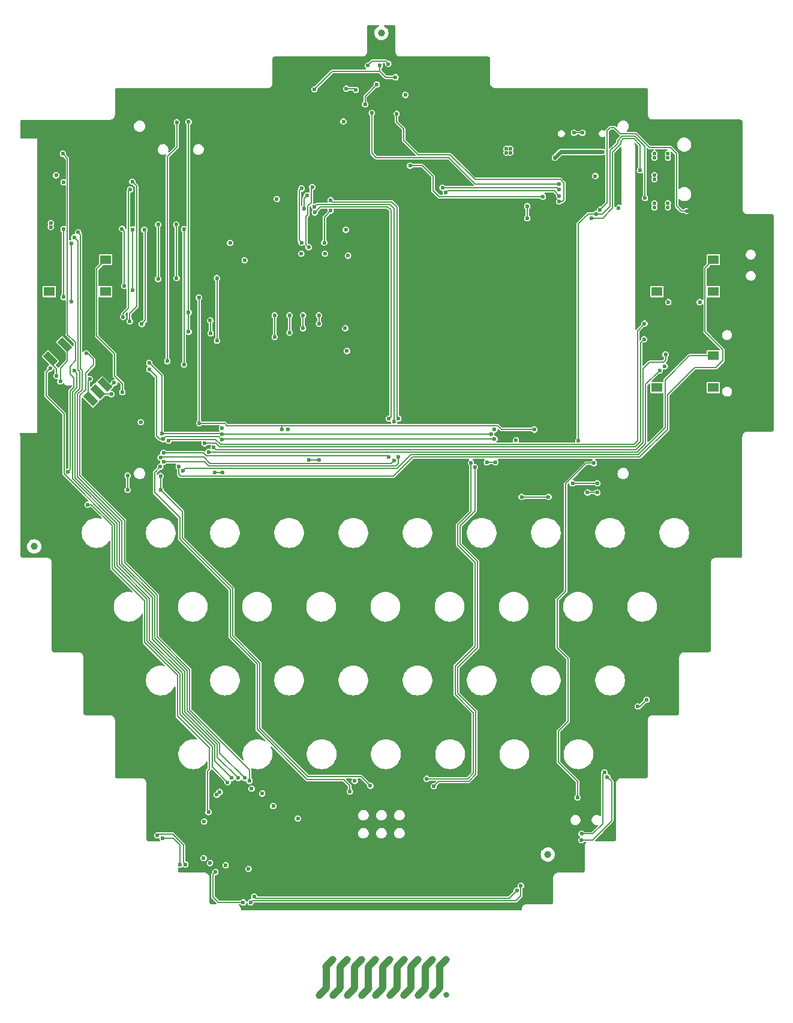
<source format=gbr>
G04 #@! TF.GenerationSoftware,KiCad,Pcbnew,7.99.0-1.20230226git51d46c0.fc37*
G04 #@! TF.CreationDate,2023-03-29T22:07:46+01:00*
G04 #@! TF.ProjectId,tr23-badge-r1,74723233-2d62-4616-9467-652d72312e6b,rev?*
G04 #@! TF.SameCoordinates,Original*
G04 #@! TF.FileFunction,Copper,L1,Top*
G04 #@! TF.FilePolarity,Positive*
%FSLAX46Y46*%
G04 Gerber Fmt 4.6, Leading zero omitted, Abs format (unit mm)*
G04 Created by KiCad (PCBNEW 7.99.0-1.20230226git51d46c0.fc37) date 2023-03-29 22:07:46*
%MOMM*%
%LPD*%
G01*
G04 APERTURE LIST*
G04 Aperture macros list*
%AMHorizOval*
0 Thick line with rounded ends*
0 $1 width*
0 $2 $3 position (X,Y) of the first rounded end (center of the circle)*
0 $4 $5 position (X,Y) of the second rounded end (center of the circle)*
0 Add line between two ends*
20,1,$1,$2,$3,$4,$5,0*
0 Add two circle primitives to create the rounded ends*
1,1,$1,$2,$3*
1,1,$1,$4,$5*%
%AMRotRect*
0 Rectangle, with rotation*
0 The origin of the aperture is its center*
0 $1 length*
0 $2 width*
0 $3 Rotation angle, in degrees counterclockwise*
0 Add horizontal line*
21,1,$1,$2,0,0,$3*%
G04 Aperture macros list end*
G04 #@! TA.AperFunction,SMDPad,CuDef*
%ADD10C,1.000000*%
G04 #@! TD*
G04 #@! TA.AperFunction,SMDPad,CuDef*
%ADD11R,1.550000X1.300000*%
G04 #@! TD*
G04 #@! TA.AperFunction,SMDPad,CuDef*
%ADD12C,0.500000*%
G04 #@! TD*
G04 #@! TA.AperFunction,SMDPad,CuDef*
%ADD13RotRect,2.000000X1.800000X135.000000*%
G04 #@! TD*
G04 #@! TA.AperFunction,SMDPad,CuDef*
%ADD14RotRect,2.000000X1.000000X135.000000*%
G04 #@! TD*
G04 #@! TA.AperFunction,ComponentPad*
%ADD15O,1.000000X2.100000*%
G04 #@! TD*
G04 #@! TA.AperFunction,ComponentPad*
%ADD16O,1.000000X1.800000*%
G04 #@! TD*
G04 #@! TA.AperFunction,ComponentPad*
%ADD17C,0.800000*%
G04 #@! TD*
G04 #@! TA.AperFunction,SMDPad,CuDef*
%ADD18HorizOval,1.000000X-0.499995X-0.499995X0.499995X0.499995X0*%
G04 #@! TD*
G04 #@! TA.AperFunction,SMDPad,CuDef*
%ADD19O,1.000000X4.000000*%
G04 #@! TD*
G04 #@! TA.AperFunction,ComponentPad*
%ADD20C,0.550000*%
G04 #@! TD*
G04 #@! TA.AperFunction,ViaPad*
%ADD21C,0.600000*%
G04 #@! TD*
G04 #@! TA.AperFunction,Conductor*
%ADD22C,0.200000*%
G04 #@! TD*
G04 #@! TA.AperFunction,Conductor*
%ADD23C,0.600000*%
G04 #@! TD*
G04 APERTURE END LIST*
G04 #@! TA.AperFunction,EtchedComponent*
G04 #@! TO.C,NT1*
G36*
X44050000Y115600000D02*
G01*
X43050000Y115600000D01*
X43050000Y116100000D01*
X44050000Y116100000D01*
X44050000Y115600000D01*
G37*
G04 #@! TD.AperFunction*
G04 #@! TD*
D10*
G04 #@! TO.P,FID1,*
G04 #@! TO.N,*
X-49000000Y68500000D03*
G04 #@! TD*
G04 #@! TO.P,FID2,*
G04 #@! TO.N,*
X0Y141000000D03*
G04 #@! TD*
G04 #@! TO.P,FID3,*
G04 #@! TO.N,*
X23500000Y25000000D03*
G04 #@! TD*
D11*
G04 #@! TO.P,S4,4*
G04 #@! TO.N,N/C*
X-46852999Y104489999D03*
G04 #@! TO.P,S4,3*
X-38892999Y104489999D03*
G04 #@! TO.P,S4,2,2*
G04 #@! TO.N,/io_expander/BTN_START*
X-38892999Y108989999D03*
G04 #@! TO.P,S4,1,1*
G04 #@! TO.N,GND*
X-46852999Y108989999D03*
G04 #@! TD*
D12*
G04 #@! TO.P,NT1,2,2*
G04 #@! TO.N,GND*
X44050000Y115850000D03*
G04 #@! TO.P,NT1,1,1*
G04 #@! TO.N,/audio/SGND*
X43050000Y115850000D03*
G04 #@! TD*
D13*
G04 #@! TO.P,S5,SH2,SHIELD*
G04 #@! TO.N,GND*
X-40009216Y96028781D03*
G04 #@! TO.P,S5,SH1,SHIELD*
X-45736781Y90301217D03*
D14*
G04 #@! TO.P,S5,6,D*
G04 #@! TO.N,/io_expander/JOY_D*
X-44693799Y97001053D03*
G04 #@! TO.P,S5,5,COM*
G04 #@! TO.N,GND*
X-45701426Y95993426D03*
G04 #@! TO.P,S5,4,B*
G04 #@! TO.N,/io_expander/JOY_B*
X-46709053Y94985799D03*
G04 #@! TO.P,S5,3,C*
G04 #@! TO.N,/io_expander/JOY_C*
X-39036945Y91344199D03*
G04 #@! TO.P,S5,2,Center*
G04 #@! TO.N,/io_expander/JOY_PUSH*
X-40044572Y90336572D03*
G04 #@! TO.P,S5,1,A*
G04 #@! TO.N,/io_expander/JOY_A*
X-41052198Y89328944D03*
G04 #@! TD*
D11*
G04 #@! TO.P,S6,4*
G04 #@! TO.N,N/C*
X38896999Y104489999D03*
G04 #@! TO.P,S6,3*
X46856999Y104489999D03*
G04 #@! TO.P,S6,2,2*
G04 #@! TO.N,/io_expander/BTN_A*
X46856999Y108989999D03*
G04 #@! TO.P,S6,1,1*
G04 #@! TO.N,GND*
X38896999Y108989999D03*
G04 #@! TD*
G04 #@! TO.P,S7,4*
G04 #@! TO.N,N/C*
X38896999Y90914999D03*
G04 #@! TO.P,S7,3*
X46856999Y90914999D03*
G04 #@! TO.P,S7,2,2*
G04 #@! TO.N,/io_expander/BTN_B*
X46856999Y95414999D03*
G04 #@! TO.P,S7,1,1*
G04 #@! TO.N,GND*
X38896999Y95414999D03*
G04 #@! TD*
D15*
G04 #@! TO.P,J2,SH,SH*
G04 #@! TO.N,GND*
X23979999Y126299999D03*
D16*
X23979999Y130449999D03*
D15*
X32619999Y126299999D03*
D16*
X32619999Y130449999D03*
G04 #@! TD*
D17*
G04 #@! TO.P,AE1,1,A*
G04 #@! TO.N,/radio/ANT*
X-8800000Y5150000D03*
D18*
X-8299999Y5649999D03*
D19*
X-7799999Y7649999D03*
D18*
X-7299999Y9649999D03*
D17*
X-6800000Y5150000D03*
X-6800000Y10150000D03*
D18*
X-6299999Y5649999D03*
D19*
X-5799999Y7649999D03*
D18*
X-5299999Y9649999D03*
D17*
X-4800000Y5150000D03*
X-4800000Y10150000D03*
D18*
X-4299999Y5649999D03*
D19*
X-3799999Y7649999D03*
D18*
X-3299999Y9649999D03*
D17*
X-2800000Y5150000D03*
X-2800000Y10150000D03*
D18*
X-2299999Y5649999D03*
D19*
X-1799999Y7649999D03*
D18*
X-1299999Y9649999D03*
D17*
X-800000Y5150000D03*
X-800000Y10150000D03*
D18*
X-299999Y5649999D03*
D19*
X199999Y7649999D03*
D18*
X699999Y9649999D03*
D17*
X1200000Y5150000D03*
X1200000Y10150000D03*
D18*
X1699999Y5649999D03*
D19*
X2199999Y7649999D03*
D18*
X2699999Y9649999D03*
D17*
X3200000Y5150000D03*
X3200000Y10150000D03*
D18*
X3699999Y5649999D03*
D19*
X4199999Y7649999D03*
D18*
X4699999Y9649999D03*
D17*
X5200000Y5150000D03*
X5200000Y10150000D03*
D18*
X5699999Y5649999D03*
D19*
X6199999Y7649999D03*
D18*
X6699999Y9649999D03*
D17*
X7200000Y5150000D03*
X7200000Y10150000D03*
D18*
X7699999Y5649999D03*
D19*
X8199999Y7649999D03*
D18*
X8699999Y9649999D03*
D17*
X9200000Y5150000D03*
X9200000Y10150000D03*
G04 #@! TD*
D20*
G04 #@! TO.P,J5,R1*
G04 #@! TO.N,/audio/OUTR*
X38550000Y120950000D03*
X38550000Y120350000D03*
G04 #@! TO.P,J5,R2*
G04 #@! TO.N,unconnected-(J5-PadR2)*
X38550000Y123950000D03*
X40450000Y123950000D03*
X38550000Y123350000D03*
X40450000Y123350000D03*
G04 #@! TO.P,J5,S*
G04 #@! TO.N,GND*
X45050000Y115850000D03*
X46950000Y115850000D03*
X45050000Y115250000D03*
X46950000Y115250000D03*
G04 #@! TO.P,J5,T*
G04 #@! TO.N,/audio/OUTL*
X38550000Y116950000D03*
X40450000Y116950000D03*
X38550000Y116350000D03*
X40450000Y116350000D03*
G04 #@! TD*
D21*
G04 #@! TO.N,GND*
X-19500000Y19100000D03*
G04 #@! TO.N,+3.3V*
X-46650000Y113600000D03*
G04 #@! TO.N,Net-(LED8-DOUT)*
X982155Y136632155D03*
G04 #@! TO.N,+VSW*
X-200002Y136400000D03*
G04 #@! TO.N,/audio/OUTL*
X37200000Y117700000D03*
G04 #@! TO.N,/audio/OUTR*
X36500000Y121600000D03*
G04 #@! TO.N,GND*
X-31900000Y67400000D03*
X-22150000Y55250000D03*
X-17050000Y67350000D03*
X20300000Y46800000D03*
X-1400000Y46400000D03*
X250000Y51600000D03*
X1550000Y63400000D03*
X2350000Y75200000D03*
X9000000Y132250000D03*
X14800000Y130600000D03*
X49150000Y115000000D03*
X50400000Y92500000D03*
X46250000Y68600000D03*
X41250000Y61050000D03*
X36350000Y52650000D03*
X32700000Y41200000D03*
X25600000Y34450000D03*
X15800000Y34450000D03*
X-12050000Y34550000D03*
X-32700000Y39550000D03*
X-37450000Y52150000D03*
X-41800000Y58800000D03*
X-46200000Y74650000D03*
X-7950000Y23000000D03*
X-10500000Y29550000D03*
X-10200000Y27750000D03*
X-12400000Y24950000D03*
X-13450000Y23700000D03*
X-14250000Y22800000D03*
X-13300000Y20150000D03*
G04 #@! TO.N,/~{DISP_CS}*
X-15050000Y101150000D03*
G04 #@! TO.N,/SCK*
X-12950000Y98700000D03*
X-12950000Y101150000D03*
G04 #@! TO.N,/~{DC}*
X-11050000Y101150000D03*
G04 #@! TO.N,/MOSI*
X-8800000Y101150000D03*
X-8800000Y99950000D03*
G04 #@! TO.N,/~{DC}*
X-11050000Y99300000D03*
X-33450000Y113200000D03*
X-33800000Y99900000D03*
G04 #@! TO.N,/~{DISP_CS}*
X-15050000Y98100000D03*
G04 #@! TO.N,GND*
X-21930429Y28921407D03*
X-19809108Y29628514D03*
X-20516215Y28921407D03*
X-21223322Y28214301D03*
X-19102002Y28921407D03*
X-19809108Y28214301D03*
X-20516215Y27507194D03*
X-20516215Y30335621D03*
X-21223322Y29628514D03*
X-21400000Y22500000D03*
X-19700000Y21556183D03*
X-18250000Y20400000D03*
X-17144730Y21556183D03*
X-7950000Y24550000D03*
X-14638461Y31256274D03*
X-24958472Y23741497D03*
X-25838537Y24621562D03*
X-24400000Y29100000D03*
X-13517626Y26776823D03*
X-10800000Y33100000D03*
X-15457361Y23633734D03*
X-16678676Y23436168D03*
X-17397096Y22717747D03*
X-25100000Y73400000D03*
X5150000Y121050000D03*
X50400000Y109450000D03*
X0Y20650000D03*
X-23200000Y123850000D03*
X20550000Y73200000D03*
X-30750000Y114100000D03*
X19950000Y123950000D03*
X30900000Y122050000D03*
X-1100000Y36250000D03*
X-12100000Y132850000D03*
X-7000000Y23000000D03*
X35600000Y128550000D03*
X2800000Y137000000D03*
X-47950000Y98800000D03*
X-16200000Y109000000D03*
X-5000000Y111600000D03*
X9800000Y119950000D03*
X-9250000Y117450000D03*
X-47950000Y96350000D03*
X37149500Y97000000D03*
X30350000Y122050000D03*
X-23967596Y32898310D03*
X-6900000Y73400000D03*
X50450000Y85500000D03*
X-29550000Y116600000D03*
X-15850000Y114750000D03*
X-36450000Y127800000D03*
X-8744650Y26000000D03*
X39300000Y96600000D03*
X-22212376Y107806165D03*
X23500000Y122400000D03*
X-14100000Y109950000D03*
X-46300000Y122800000D03*
X-7400000Y113350000D03*
X1950000Y19650000D03*
X31200000Y127600000D03*
X1950000Y17700000D03*
X-15750000Y52700000D03*
X10350000Y120500000D03*
X-18800000Y111350000D03*
X-6800000Y17750000D03*
X-47950000Y113900000D03*
X50950000Y115400000D03*
X19600000Y18150000D03*
X27200000Y122900000D03*
X1950000Y23700000D03*
X-22110034Y34273640D03*
X25300000Y63700000D03*
X2000000Y22750000D03*
X1350000Y20550000D03*
X21800000Y84050000D03*
X9800000Y120500000D03*
X-28700000Y31650000D03*
X-17950000Y71500000D03*
X-37350000Y49000000D03*
X10900000Y120500000D03*
X21050000Y123950000D03*
X-44000000Y123800000D03*
X1300000Y21750000D03*
X-9050000Y107150000D03*
X-23600000Y23300000D03*
X-25000000Y27700000D03*
X-7350000Y130350000D03*
X37550000Y101500000D03*
X-4850000Y95250000D03*
X-18850000Y106850000D03*
X-4850000Y108550000D03*
X0Y21750000D03*
X22200000Y77000000D03*
X-12100000Y19700000D03*
X33550000Y117300000D03*
X19400000Y123950000D03*
X-33650000Y83100000D03*
X45900000Y78800000D03*
X20500000Y123950000D03*
X-9850000Y107150000D03*
X-7000000Y19500000D03*
X-7000000Y24550000D03*
X4300000Y128650000D03*
X24850000Y127500000D03*
X-33350000Y124200000D03*
X500000Y71500000D03*
X10900000Y119950000D03*
X-27900000Y77800000D03*
X37400000Y45600000D03*
X-14100000Y116200000D03*
X27500000Y121600000D03*
X-30800000Y116550000D03*
X46900000Y101250000D03*
X-25700000Y31400000D03*
X-15428723Y32729036D03*
X-23650000Y128350000D03*
X-44750000Y89250000D03*
X1950000Y24700000D03*
X-37600000Y45550000D03*
X-15250000Y132550000D03*
X10350000Y119950000D03*
X-20250000Y22700000D03*
X38250000Y85000000D03*
G04 #@! TO.N,/SCL*
X13200000Y79700000D03*
X-22499118Y83629184D03*
X15975001Y83675001D03*
X-30800000Y83650000D03*
X-32750000Y93500000D03*
X7400000Y34650000D03*
G04 #@! TO.N,/SDA*
X-22530851Y84378014D03*
X-32750000Y94400000D03*
X-31000000Y84400000D03*
X6400000Y35700000D03*
X12650000Y80300000D03*
X15525001Y84324999D03*
G04 #@! TO.N,/SCK*
X-21100000Y35800000D03*
X-43350000Y93300000D03*
G04 #@! TO.N,/RXD0*
X-35150000Y120000000D03*
X-35500000Y100300000D03*
X8650000Y119150000D03*
X25100000Y118900000D03*
G04 #@! TO.N,/TXD0*
X9100000Y118450000D03*
X-35450000Y118900000D03*
X25100000Y118000000D03*
X-36450000Y100900000D03*
G04 #@! TO.N,/MOSI*
X-46750000Y93650000D03*
X-21700000Y35200000D03*
G04 #@! TO.N,VBUS*
X31200000Y124200000D03*
X24500000Y123400000D03*
X20600000Y114850000D03*
X20600000Y116550000D03*
G04 #@! TO.N,+VSW*
X19700000Y20600000D03*
X28275000Y27925000D03*
X-30850000Y27250000D03*
X36200000Y45900000D03*
X-18450000Y18250000D03*
X37450000Y46850000D03*
X2000000Y134750000D03*
X-28400000Y23550000D03*
X-9450000Y133050000D03*
X31500000Y36600000D03*
G04 #@! TO.N,/RTS*
X2150000Y129600000D03*
X25100000Y117200000D03*
G04 #@! TO.N,/DTR*
X25100000Y119700000D03*
X-1350000Y129700000D03*
G04 #@! TO.N,/SD_CMD*
X-24400000Y81850000D03*
X39300000Y93350000D03*
G04 #@! TO.N,/SD_CLK*
X40121502Y95600000D03*
X-27850000Y94200000D03*
X-27850000Y113300000D03*
X-23650000Y82450000D03*
G04 #@! TO.N,/usb/USB_DN*
X28400000Y126900000D03*
X27200000Y126900000D03*
G04 #@! TO.N,/io_expander/BTN_START*
X-36550000Y90300000D03*
G04 #@! TO.N,/io_expander/BTN_A*
X-28600000Y79800000D03*
G04 #@! TO.N,/io_expander/BTN_B*
X-28000000Y79150000D03*
G04 #@! TO.N,/io_expander/JOY_PUSH*
X-38100000Y90000000D03*
G04 #@! TO.N,/io_expander/JOY_A*
X-41150000Y92150000D03*
G04 #@! TO.N,/io_expander/JOY_C*
X-37700000Y91600000D03*
G04 #@! TO.N,/io_expander/JOY_D*
X-45300000Y91800000D03*
G04 #@! TO.N,/io_expander/JOY_B*
X-45850000Y92600000D03*
G04 #@! TO.N,/~{CC_CS}*
X-41650000Y95750000D03*
X-18600000Y35400000D03*
G04 #@! TO.N,/~{DISP_CS}*
X-24150000Y100399500D03*
X-24100000Y98600000D03*
G04 #@! TO.N,/SD_DAT0*
X-28850000Y128400000D03*
X-3612499Y132962499D03*
X-24950000Y83050000D03*
X37099998Y97750000D03*
X-4950000Y133150000D03*
X-30200000Y94650000D03*
G04 #@! TO.N,/I2S_WS*
X-31500000Y113950000D03*
X-31500000Y106250000D03*
G04 #@! TO.N,/I2S_SCK*
X-35100000Y113250000D03*
X-35100000Y104700000D03*
G04 #@! TO.N,/I2S_SD*
X-36600000Y113350000D03*
X-36300000Y105300000D03*
G04 #@! TO.N,/MISO*
X-43350000Y112150000D03*
X-20200000Y35800000D03*
G04 #@! TO.N,/CC_INT*
X-19300000Y35800000D03*
X-42800000Y112850000D03*
G04 #@! TO.N,+3.3V*
X-24168893Y23787969D03*
X-25084196Y24495838D03*
X-25021334Y29659485D03*
X-18753115Y22978175D03*
X-21978820Y23500001D03*
X-5000000Y113200000D03*
X-18311456Y34300000D03*
X-5350000Y128500000D03*
X30200000Y120800000D03*
X40000000Y93950000D03*
X-46650000Y114150000D03*
X17650000Y124100000D03*
X-21350000Y111350000D03*
X-22500000Y85200000D03*
X-33950000Y86050000D03*
X-14750000Y117550000D03*
X33500000Y116300000D03*
X-16813847Y33613847D03*
X18200000Y124650000D03*
X-5100000Y99300000D03*
X-19284003Y108910428D03*
X15950000Y85000000D03*
X-22818124Y33832257D03*
X-13200000Y85000000D03*
X17650000Y124650000D03*
X-4850000Y96100000D03*
X-15250815Y31850668D03*
X44950000Y103000000D03*
X-4700000Y109565000D03*
X3400000Y132250000D03*
X-11782739Y30088841D03*
X-44850000Y119900000D03*
X19000000Y83500000D03*
X18200000Y124100000D03*
X-7950000Y109850000D03*
X-45900000Y120900000D03*
X40500000Y103000000D03*
X-11300000Y109850000D03*
X-3750000Y35400000D03*
X-23222235Y33428145D03*
G04 #@! TO.N,/BACKLIGHT*
X-44850000Y103700000D03*
X-44850000Y113300000D03*
G04 #@! TO.N,/KEY_INT*
X-25700000Y85900000D03*
X-43750000Y103050000D03*
X-25750000Y103650000D03*
X-14050000Y85000000D03*
X-43750000Y111300000D03*
X21600000Y85000000D03*
G04 #@! TO.N,/FSYNC*
X-23200000Y106400000D03*
X-28950000Y113950000D03*
X-28900000Y106400000D03*
X-23200000Y97550000D03*
G04 #@! TO.N,/~{RESET}*
X-27200000Y101550000D03*
X-27200000Y128450000D03*
X-27200000Y98800000D03*
G04 #@! TO.N,/SD_DETECT*
X37150000Y99950000D03*
X-30050000Y83450000D03*
G04 #@! TO.N,/SAO_GPIO2*
X-4450000Y33900000D03*
X-31200000Y79750000D03*
G04 #@! TO.N,/LED_DOUT*
X-35800000Y76500000D03*
X-31150000Y78450000D03*
X-44250000Y79050000D03*
X-44950000Y123950000D03*
X-35800000Y78500000D03*
X-1550000Y34700000D03*
X-31150000Y76500000D03*
G04 #@! TO.N,/CC_RESET*
X-24391019Y30986866D03*
X-41450000Y74400000D03*
G04 #@! TO.N,/audio/OUTR*
X29700000Y114850000D03*
X-10500000Y118050000D03*
X-10900000Y116200000D03*
G04 #@! TO.N,/audio/OUTL*
X-11250000Y111400000D03*
X30300000Y115450000D03*
X27800000Y83450000D03*
X30000000Y80250000D03*
X-11250000Y119050000D03*
X27700000Y33050000D03*
G04 #@! TO.N,/AMP_EN*
X-7150000Y117400000D03*
X-7150000Y115900000D03*
X-8050000Y111400000D03*
X2400000Y86550000D03*
X2400000Y81100000D03*
X-30750000Y80425000D03*
G04 #@! TO.N,Net-(LED2-DOUT)*
X-27650000Y23600000D03*
X-19500000Y18250000D03*
X-31600000Y27700000D03*
X-23425000Y22525000D03*
G04 #@! TO.N,Net-(LED3-DOUT)*
X19125000Y19925000D03*
X-17950000Y19049500D03*
G04 #@! TO.N,Net-(LED4-DOUT)*
X28250000Y27050000D03*
X31900000Y35950000D03*
G04 #@! TO.N,Net-(Q2-B)*
X-650000Y133700000D03*
X-2300000Y130950000D03*
G04 #@! TO.N,Net-(U1-STAT)*
X4050000Y122250000D03*
X22800000Y117900000D03*
G04 #@! TO.N,/AMP_GAIN1*
X1050000Y86550000D03*
X-9400000Y115650000D03*
X-30750000Y81725000D03*
X1050000Y81150000D03*
G04 #@! TO.N,/AMP_GAIN0*
X1800000Y86100000D03*
X1800000Y80600000D03*
X-31150000Y81075000D03*
X-9450000Y116450000D03*
G04 #@! TO.N,/keyboard/KEY2*
X29100000Y76100000D03*
X30500000Y76100000D03*
G04 #@! TO.N,/keyboard/KEY4*
X27000000Y77400000D03*
X30500000Y77400000D03*
G04 #@! TO.N,/keyboard/KEY8*
X19800000Y75500000D03*
X23600000Y75500000D03*
G04 #@! TO.N,/keyboard/KEY12*
X16100000Y80400000D03*
X14900000Y80400000D03*
G04 #@! TO.N,/keyboard/KEY19*
X-8800000Y80750000D03*
X-10200000Y80750000D03*
G04 #@! TO.N,/keyboard/KEY26*
X-23550000Y78950999D03*
X-22450001Y78950999D03*
G04 #@! TO.N,Net-(LED8-DOUT)*
X-1913556Y136386444D03*
G04 #@! TO.N,/audio/SGND*
X30850000Y116050000D03*
X-10250000Y110750000D03*
X-9750000Y119250000D03*
G04 #@! TD*
D22*
G04 #@! TO.N,Net-(LED2-DOUT)*
X-23425000Y22525000D02*
X-23750000Y22200000D01*
X-23750000Y22200000D02*
X-23750000Y19000000D01*
X-23750000Y19000000D02*
X-23000000Y18250000D01*
X-23000000Y18250000D02*
X-19500000Y18250000D01*
G04 #@! TO.N,/LED_DOUT*
X-44300000Y98450000D02*
X-44300000Y123300000D01*
X-43950000Y93950000D02*
X-43150000Y94750000D01*
X-43450000Y92350000D02*
X-43950000Y92850000D01*
X-43950000Y92850000D02*
X-43950000Y93950000D01*
X-43950000Y90450000D02*
X-43450000Y90950000D01*
X-43150000Y97300000D02*
X-44300000Y98450000D01*
X-43950000Y79350000D02*
X-43950000Y90450000D01*
X-44250000Y79050000D02*
X-43950000Y79350000D01*
X-43150000Y94750000D02*
X-43150000Y97300000D01*
X-43450000Y90950000D02*
X-43450000Y92350000D01*
X-44300000Y123300000D02*
X-44950000Y123950000D01*
G04 #@! TO.N,/SD_DAT0*
X-28850000Y124900000D02*
X-28850000Y128400000D01*
X-30200000Y123550000D02*
X-28850000Y124900000D01*
X-30200000Y94650000D02*
X-30200000Y123550000D01*
G04 #@! TO.N,/~{RESET}*
X-27200000Y101550000D02*
X-27200000Y128450000D01*
G04 #@! TO.N,+VSW*
X-6899998Y135600002D02*
X-9450000Y133050000D01*
X-200002Y135600002D02*
X-6899998Y135600002D01*
G04 #@! TO.N,Net-(LED8-DOUT)*
X614310Y137000000D02*
X-1300000Y137000000D01*
X-1300000Y137000000D02*
X-1913556Y136386444D01*
X982155Y136632155D02*
X614310Y137000000D01*
G04 #@! TO.N,/SD_DAT0*
X-4950000Y133150000D02*
X-3800000Y133150000D01*
X-3800000Y133150000D02*
X-3612499Y132962499D01*
G04 #@! TO.N,+VSW*
X-200002Y136400000D02*
X-200002Y135600002D01*
X-200002Y135600002D02*
X650000Y134750000D01*
X650000Y134750000D02*
X2000000Y134750000D01*
G04 #@! TO.N,/audio/OUTR*
X32650000Y116250000D02*
X32650000Y124183036D01*
X36500000Y125200000D02*
X36500000Y121600000D01*
X31250000Y114850000D02*
X32650000Y116250000D01*
G04 #@! TO.N,/audio/OUTL*
X30300000Y115450000D02*
X31200000Y115450000D01*
G04 #@! TO.N,/audio/OUTR*
X35642647Y126057353D02*
X36500000Y125200000D01*
G04 #@! TO.N,/audio/OUTL*
X34006854Y126406854D02*
X35787416Y126406854D01*
G04 #@! TO.N,/audio/OUTR*
X32650000Y124183036D02*
X33785147Y125318183D01*
G04 #@! TO.N,/audio/OUTL*
X31200000Y115450000D02*
X32300000Y116550000D01*
X32300000Y124369340D02*
X33370000Y125439340D01*
G04 #@! TO.N,/audio/OUTR*
X29700000Y114850000D02*
X31250000Y114850000D01*
G04 #@! TO.N,/audio/OUTL*
X33370000Y125439340D02*
X33370000Y125770000D01*
X33370000Y125770000D02*
X34006854Y126406854D01*
X35787416Y126406854D02*
X37200000Y124994270D01*
X32300000Y116550000D02*
X32300000Y124369340D01*
G04 #@! TO.N,/audio/OUTR*
X33785147Y125318183D02*
X33785147Y125660664D01*
G04 #@! TO.N,/audio/OUTL*
X37200000Y124994270D02*
X37200000Y117700000D01*
G04 #@! TO.N,/audio/OUTR*
X33785147Y125660664D02*
X34181836Y126057353D01*
X34181836Y126057353D02*
X35642647Y126057353D01*
G04 #@! TO.N,/audio/SGND*
X30850000Y116050000D02*
X31870000Y117070000D01*
X31870000Y117070000D02*
X31870000Y127190000D01*
X31870000Y127190000D02*
X32300000Y127620000D01*
X33730660Y126800000D02*
X35900000Y126800000D01*
X32300000Y127620000D02*
X32910660Y127620000D01*
X32910660Y127620000D02*
X33730660Y126800000D01*
X35900000Y126800000D02*
X37250000Y125450000D01*
G04 #@! TO.N,+VSW*
X36200000Y45900000D02*
X36500000Y45900000D01*
X36500000Y45900000D02*
X37450000Y46850000D01*
X28275000Y27925000D02*
X29825000Y27925000D01*
X29825000Y27925000D02*
X31250000Y29350000D01*
X31250000Y29350000D02*
X31250000Y36350000D01*
X31250000Y36350000D02*
X31500000Y36600000D01*
G04 #@! TO.N,Net-(LED4-DOUT)*
X28250000Y27050000D02*
X29800000Y27050000D01*
X29800000Y27050000D02*
X32500000Y29750000D01*
X32500000Y29750000D02*
X32500000Y35350000D01*
X32500000Y35350000D02*
X31900000Y35950000D01*
G04 #@! TO.N,Net-(LED3-DOUT)*
X19125000Y19925000D02*
X18050000Y18850000D01*
X18050000Y18850000D02*
X-17750500Y18850000D01*
X-17750500Y18850000D02*
X-17950000Y19049500D01*
G04 #@! TO.N,+VSW*
X19700000Y20600000D02*
X19700000Y19200000D01*
X19700000Y19200000D02*
X19000000Y18500000D01*
X19000000Y18500000D02*
X-18200000Y18500000D01*
X-18200000Y18500000D02*
X-18450000Y18250000D01*
G04 #@! TO.N,/audio/SGND*
X37250000Y125450000D02*
X37900000Y124800000D01*
X37900000Y124800000D02*
X40800000Y124800000D01*
X41650000Y123950000D02*
X41650000Y116600000D01*
X40800000Y124800000D02*
X41650000Y123950000D01*
X41650000Y116600000D02*
X42400000Y115850000D01*
X42400000Y115850000D02*
X43050000Y115850000D01*
D23*
G04 #@! TO.N,GND*
X44050000Y115850000D02*
X45050000Y115850000D01*
D22*
G04 #@! TO.N,/FSYNC*
X-23200000Y102650000D02*
X-23200000Y97550000D01*
X-23200000Y106400000D02*
X-23200000Y102650000D01*
G04 #@! TO.N,/~{DISP_CS}*
X-15050000Y101150000D02*
X-15050000Y98100000D01*
G04 #@! TO.N,/SCK*
X-12950000Y98700000D02*
X-12950000Y101150000D01*
G04 #@! TO.N,/~{DC}*
X-11050000Y101150000D02*
X-11050000Y99300000D01*
G04 #@! TO.N,/MOSI*
X-8800000Y101150000D02*
X-8800000Y99950000D01*
G04 #@! TO.N,/~{DC}*
X-33300000Y100400000D02*
X-33800000Y99900000D01*
X-33450000Y113200000D02*
X-33300000Y113050000D01*
X-33300000Y113050000D02*
X-33300000Y100400000D01*
G04 #@! TO.N,/AMP_GAIN1*
X-30750000Y81725000D02*
X-30725000Y81750000D01*
X-30725000Y81750000D02*
X-25150000Y81750000D01*
X-25150000Y81750000D02*
X-24700000Y81300000D01*
X-24700000Y81300000D02*
X900000Y81300000D01*
X900000Y81300000D02*
X1050000Y81150000D01*
G04 #@! TO.N,/SCL*
X-31750000Y91850000D02*
X-31750000Y92500000D01*
X-30800000Y83650000D02*
X-31300000Y83650000D01*
X10750000Y47800000D02*
X10750000Y51400000D01*
X-31750000Y84100000D02*
X-31750000Y91850000D01*
X13550000Y54200000D02*
X13550000Y66400000D01*
X11100000Y68850000D02*
X11100000Y71400000D01*
X12350000Y35350000D02*
X13350000Y36350000D01*
X11100000Y71400000D02*
X13200000Y73500000D01*
X7400000Y34650000D02*
X8100000Y35350000D01*
X8100000Y35350000D02*
X12350000Y35350000D01*
X-22453301Y83675001D02*
X-22499118Y83629184D01*
X-22559132Y83629184D02*
X-22499118Y83629184D01*
X-22929948Y84000000D02*
X-22559132Y83629184D01*
X13350000Y36350000D02*
X13350000Y45200000D01*
X13200000Y73500000D02*
X13200000Y79700000D01*
X10750000Y51400000D02*
X13550000Y54200000D01*
X13350000Y45200000D02*
X10750000Y47800000D01*
X-30800000Y83650000D02*
X-30450000Y84000000D01*
X-31750000Y92500000D02*
X-32750000Y93500000D01*
X13550000Y66400000D02*
X11100000Y68850000D01*
X15975001Y83675001D02*
X-22453301Y83675001D01*
X-31300000Y83650000D02*
X-31750000Y84100000D01*
X-30450000Y84000000D02*
X-22929948Y84000000D01*
G04 #@! TO.N,/SDA*
X10750000Y68705026D02*
X10750000Y71544974D01*
X-22477836Y84324999D02*
X-22530851Y84378014D01*
X12200000Y35700000D02*
X13000000Y36500000D01*
X10400000Y51550000D02*
X13200000Y54350000D01*
X13000000Y36500000D02*
X13000000Y45000000D01*
X6400000Y35700000D02*
X12200000Y35700000D01*
X-22602837Y84450000D02*
X-22530851Y84378014D01*
X10750000Y71544974D02*
X12650000Y73444974D01*
X12650000Y73444974D02*
X12650000Y80300000D01*
X13200000Y66255026D02*
X10750000Y68705026D01*
X15525001Y84324999D02*
X-22477836Y84324999D01*
X-31000000Y84400000D02*
X-30950000Y84450000D01*
X10400000Y47600000D02*
X10400000Y51550000D01*
X13200000Y54350000D02*
X13200000Y66255026D01*
X13000000Y45000000D02*
X10400000Y47600000D01*
X-30950000Y84450000D02*
X-22602837Y84450000D01*
X-31000000Y92650000D02*
X-32750000Y94400000D01*
X-31000000Y84400000D02*
X-31000000Y92650000D01*
G04 #@! TO.N,/SCK*
X-23500499Y38200499D02*
X-21100000Y35800000D01*
X-43350000Y93300000D02*
X-42950000Y92900000D01*
X-42950000Y92900000D02*
X-42950000Y90934922D01*
X-43600000Y90284922D02*
X-43600000Y78050000D01*
X-28100499Y50667690D02*
X-28100499Y44994769D01*
X-42950000Y90934922D02*
X-43600000Y90284922D01*
X-28100499Y44994769D02*
X-23500499Y40394769D01*
X-43600000Y78050000D02*
X-37300499Y71750499D01*
X-32700499Y55267692D02*
X-28100499Y50667690D01*
X-23500499Y40394769D02*
X-23500499Y38200499D01*
X-37300499Y65794769D02*
X-32700499Y61194769D01*
X-37300499Y71750499D02*
X-37300499Y65794769D01*
X-32700499Y61194769D02*
X-32700499Y55267692D01*
G04 #@! TO.N,/RXD0*
X-34550000Y119400000D02*
X-34550000Y102350000D01*
X-35500000Y101400000D02*
X-35500000Y100300000D01*
X-35150000Y120000000D02*
X-34550000Y119400000D01*
X24850000Y119150000D02*
X8650000Y119150000D01*
X25100000Y118900000D02*
X24850000Y119150000D01*
X-34550000Y102350000D02*
X-35500000Y101400000D01*
G04 #@! TO.N,/TXD0*
X24400000Y118700000D02*
X9300000Y118700000D01*
X9100000Y118500000D02*
X9100000Y118450000D01*
X-36450000Y101350000D02*
X-36450000Y100900000D01*
X9300000Y118700000D02*
X9100000Y118500000D01*
X-35700000Y118650000D02*
X-35700000Y102100000D01*
X-35450000Y118900000D02*
X-35700000Y118650000D01*
X-35700000Y102100000D02*
X-36450000Y101350000D01*
X25100000Y118000000D02*
X24400000Y118700000D01*
G04 #@! TO.N,/MOSI*
X-23850000Y37350000D02*
X-21700000Y35200000D01*
X-28450000Y50522922D02*
X-28450000Y44850001D01*
X-47330285Y89780285D02*
X-44800000Y87250000D01*
X-23850000Y40250000D02*
X-23850000Y37350000D01*
X-37650000Y71605730D02*
X-37650000Y65650001D01*
X-28450000Y44850001D02*
X-23850000Y40250000D01*
X-37650000Y65650001D02*
X-33050000Y61050000D01*
X-33050000Y55122924D02*
X-28450000Y50522922D01*
X-47330285Y93069715D02*
X-47330285Y89780285D01*
X-46750000Y93650000D02*
X-47330285Y93069715D01*
X-44800000Y78755730D02*
X-37650000Y71605730D01*
X-44800000Y87250000D02*
X-44800000Y78755730D01*
X-33050000Y61050000D02*
X-33050000Y55122924D01*
D23*
G04 #@! TO.N,VBUS*
X31200000Y124200000D02*
X25300000Y124200000D01*
D22*
X20600000Y116550000D02*
X20600000Y114850000D01*
D23*
X25300000Y124200000D02*
X24500000Y123400000D01*
D22*
G04 #@! TO.N,+VSW*
X-30850000Y27250000D02*
X-29325000Y27250000D01*
X-29325000Y27250000D02*
X-28400000Y26325000D01*
X-28400000Y26325000D02*
X-28400000Y23550000D01*
G04 #@! TO.N,/RTS*
X25500000Y117200000D02*
X25800000Y117500000D01*
X5200000Y123800000D02*
X3150000Y125850000D01*
X25300000Y120300000D02*
X13200000Y120300000D01*
X2150000Y128450000D02*
X2150000Y129600000D01*
X25800000Y119800000D02*
X25300000Y120300000D01*
X13200000Y120300000D02*
X9700000Y123800000D01*
X9700000Y123800000D02*
X5200000Y123800000D01*
X25100000Y117200000D02*
X25500000Y117200000D01*
X3150000Y125850000D02*
X3150000Y127450000D01*
X3150000Y127450000D02*
X2150000Y128450000D01*
X25800000Y117500000D02*
X25800000Y119800000D01*
G04 #@! TO.N,/DTR*
X-1350000Y124050000D02*
X-700000Y123400000D01*
X13250000Y119700000D02*
X25100000Y119700000D01*
X-1350000Y129700000D02*
X-1350000Y124050000D01*
X-700000Y123400000D02*
X9550000Y123400000D01*
X9550000Y123400000D02*
X13250000Y119700000D01*
G04 #@! TO.N,/SD_CMD*
X-24351497Y81801497D02*
X-24400000Y81850000D01*
X36101497Y81801497D02*
X-24351497Y81801497D01*
X37300000Y91350000D02*
X37300000Y83000000D01*
X37300000Y83000000D02*
X36101497Y81801497D01*
X39300000Y93350000D02*
X37300000Y91350000D01*
G04 #@! TO.N,/SD_CLK*
X36950000Y83150000D02*
X36950000Y93600000D01*
X36950000Y93600000D02*
X37850000Y94500000D01*
X-23650000Y82450000D02*
X-23350998Y82150998D01*
X-27850000Y94200000D02*
X-27850000Y113300000D01*
X35950998Y82150998D02*
X36950000Y83150000D01*
X-23350998Y82150998D02*
X35950998Y82150998D01*
X40121502Y94820503D02*
X40121502Y95600000D01*
X37850000Y94500000D02*
X39800999Y94500000D01*
X39800999Y94500000D02*
X40121502Y94820503D01*
G04 #@! TO.N,/usb/USB_DN*
X28400000Y126900000D02*
X27200000Y126900000D01*
G04 #@! TO.N,/io_expander/BTN_START*
X-40150000Y98200000D02*
X-40150000Y107733000D01*
X-37650000Y95700000D02*
X-40150000Y98200000D01*
X-37650000Y92600000D02*
X-37650000Y95700000D01*
X-36550000Y90300000D02*
X-36550000Y91500000D01*
X-36550000Y91500000D02*
X-37650000Y92600000D01*
X-40150000Y107733000D02*
X-38893000Y108990000D01*
G04 #@! TO.N,/io_expander/BTN_A*
X1695474Y78400500D02*
X-28350500Y78400500D01*
X47200000Y93750000D02*
X44250000Y93750000D01*
X48200000Y94750000D02*
X47200000Y93750000D01*
X44250000Y93750000D02*
X40400000Y89900000D01*
X-28350500Y78400500D02*
X-28600000Y78650000D01*
X40400000Y85050000D02*
X36450000Y81100000D01*
X40400000Y89900000D02*
X40400000Y85050000D01*
X-28600000Y78650000D02*
X-28600000Y79800000D01*
X4394974Y81100000D02*
X1695474Y78400500D01*
X36450000Y81100000D02*
X4394974Y81100000D01*
X48200000Y96300000D02*
X48200000Y94750000D01*
X46857000Y108990000D02*
X45700000Y107833000D01*
X45700000Y107833000D02*
X45700000Y98800000D01*
X45700000Y98800000D02*
X48200000Y96300000D01*
G04 #@! TO.N,/io_expander/BTN_B*
X4144269Y81450000D02*
X2194768Y79500499D01*
X40050000Y92000000D02*
X40050000Y85250000D01*
X2194768Y79500499D02*
X-27649501Y79500499D01*
X40050000Y85250000D02*
X36250000Y81450000D01*
X-27649501Y79500499D02*
X-28000000Y79150000D01*
X46857000Y95415000D02*
X43465000Y95415000D01*
X43465000Y95415000D02*
X40050000Y92000000D01*
X36250000Y81450000D02*
X4144269Y81450000D01*
G04 #@! TO.N,/io_expander/JOY_PUSH*
X-38100000Y90000000D02*
X-39708000Y90000000D01*
X-39708000Y90000000D02*
X-40044573Y90336573D01*
G04 #@! TO.N,/io_expander/JOY_A*
X-41150000Y92150000D02*
X-41400000Y91900000D01*
X-41400000Y89676746D02*
X-41052199Y89328945D01*
X-41400000Y91900000D02*
X-41400000Y89676746D01*
G04 #@! TO.N,/io_expander/JOY_C*
X-38496373Y90803627D02*
X-39036946Y91344200D01*
X-37700000Y91600000D02*
X-38496373Y90803627D01*
G04 #@! TO.N,/io_expander/JOY_D*
X-45300000Y91800000D02*
X-45300000Y93700000D01*
X-44300000Y94700000D02*
X-44300000Y96607254D01*
X-45300000Y93700000D02*
X-44300000Y94700000D01*
X-44300000Y96607254D02*
X-44693800Y97001054D01*
G04 #@! TO.N,/io_expander/JOY_B*
X-46709054Y94459054D02*
X-46709054Y94985800D01*
X-45850000Y93600000D02*
X-46709054Y94459054D01*
X-45850000Y92600000D02*
X-45850000Y93600000D01*
G04 #@! TO.N,/~{CC_CS}*
X-40600000Y94900000D02*
X-41450000Y95750000D01*
X-41450000Y95750000D02*
X-41650000Y95750000D01*
X-27051996Y51101996D02*
X-31651996Y55701996D01*
X-42550000Y89850000D02*
X-41750000Y90650000D01*
X-40600000Y94150000D02*
X-40600000Y94900000D01*
X-31651996Y61629076D02*
X-36251996Y66229076D01*
X-36251996Y66229076D02*
X-36251996Y72201996D01*
X-36251996Y72201996D02*
X-42550000Y78500000D01*
X-27051996Y45429076D02*
X-27051996Y51101996D01*
X-42550000Y78500000D02*
X-42550000Y89850000D01*
X-31651996Y55701996D02*
X-31651996Y61629076D01*
X-18600000Y35400000D02*
X-18600000Y36977080D01*
X-41750000Y93000000D02*
X-40600000Y94150000D01*
X-41750000Y90650000D02*
X-41750000Y93000000D01*
X-18600000Y36977080D02*
X-27051996Y45429076D01*
G04 #@! TO.N,/~{DISP_CS}*
X-24100000Y98600000D02*
X-24100000Y100349500D01*
X-24100000Y100349500D02*
X-24150000Y100399500D01*
G04 #@! TO.N,/SD_DAT0*
X36600000Y97250000D02*
X37099998Y97750000D01*
X35849002Y82549002D02*
X36600000Y83300000D01*
X-23344270Y83050000D02*
X-22843272Y82549002D01*
X-24950000Y83050000D02*
X-23344270Y83050000D01*
X-22843272Y82549002D02*
X35849002Y82549002D01*
X36600000Y83300000D02*
X36600000Y97250000D01*
G04 #@! TO.N,/I2S_WS*
X-31500000Y106250000D02*
X-31500000Y113950000D01*
G04 #@! TO.N,/I2S_SCK*
X-35100000Y104700000D02*
X-35100000Y113250000D01*
G04 #@! TO.N,/I2S_SD*
X-36300000Y105300000D02*
X-36300000Y113050000D01*
X-36300000Y113050000D02*
X-36600000Y113350000D01*
G04 #@! TO.N,/MISO*
X-27750998Y45139540D02*
X-23150998Y40539538D01*
X-23150998Y38750998D02*
X-20200000Y35800000D01*
X-42800000Y111600000D02*
X-42800000Y93450000D01*
X-23150998Y40539538D02*
X-23150998Y38750998D01*
X-43350000Y112150000D02*
X-42800000Y111600000D01*
X-43250000Y78200000D02*
X-36950998Y71900998D01*
X-42600000Y90789948D02*
X-43250000Y90139948D01*
X-42600000Y93250000D02*
X-42600000Y90789948D01*
X-36950998Y71900998D02*
X-36950998Y65939540D01*
X-43250000Y90139948D02*
X-43250000Y78200000D01*
X-32350998Y55412460D02*
X-27750998Y50812458D01*
X-32350998Y61339538D02*
X-32350998Y55412460D01*
X-42800000Y93450000D02*
X-42600000Y93250000D01*
X-36950998Y65939540D02*
X-32350998Y61339538D01*
X-27750998Y50812458D02*
X-27750998Y45139540D01*
G04 #@! TO.N,/CC_INT*
X-42250000Y90644974D02*
X-42900000Y89994974D01*
X-42800000Y112850000D02*
X-42450000Y112500000D01*
X-32001497Y55557228D02*
X-27401497Y50957227D01*
X-42450000Y112500000D02*
X-42450000Y93600000D01*
X-42450000Y93600000D02*
X-42250000Y93400000D01*
X-36601497Y72051497D02*
X-36601497Y66084308D01*
X-36601497Y66084308D02*
X-32001497Y61484307D01*
X-42900000Y89994974D02*
X-42900000Y78350000D01*
X-22801497Y39301497D02*
X-19300000Y35800000D01*
X-42250000Y93400000D02*
X-42250000Y90644974D01*
X-27401497Y45284308D02*
X-22801497Y40684307D01*
X-32001497Y61484307D02*
X-32001497Y55557228D01*
X-27401497Y50957227D02*
X-27401497Y45284308D01*
X-22801497Y40684307D02*
X-22801497Y39301497D01*
X-42900000Y78350000D02*
X-36601497Y72051497D01*
G04 #@! TO.N,/BACKLIGHT*
X-44850000Y103700000D02*
X-44850000Y113300000D01*
G04 #@! TO.N,/KEY_INT*
X-14050000Y85000000D02*
X-14050000Y85550000D01*
X-43750000Y103050000D02*
X-43750000Y111300000D01*
X-25700000Y103600000D02*
X-25750000Y103650000D01*
X16950000Y85000000D02*
X16500000Y85450000D01*
X-21800000Y85550000D02*
X-22100000Y85850000D01*
X16500000Y85450000D02*
X16400000Y85550000D01*
X21600000Y85000000D02*
X16950000Y85000000D01*
X-14050000Y85550000D02*
X-21800000Y85550000D01*
X16400000Y85550000D02*
X15300000Y85550000D01*
X-22100000Y85850000D02*
X-22150000Y85900000D01*
X-25700000Y85900000D02*
X-25700000Y103600000D01*
X15300000Y85550000D02*
X-14050000Y85550000D01*
X-22150000Y85900000D02*
X-25700000Y85900000D01*
G04 #@! TO.N,/FSYNC*
X-28950000Y106450000D02*
X-28950000Y113950000D01*
X-28900000Y106400000D02*
X-28950000Y106450000D01*
G04 #@! TO.N,/~{RESET}*
X-27200000Y101550000D02*
X-27200000Y98800000D01*
G04 #@! TO.N,/SD_DETECT*
X36150499Y98950499D02*
X37150000Y99950000D01*
X35648503Y82898503D02*
X36150499Y83400499D01*
X-22698503Y82898503D02*
X35648503Y82898503D01*
X36150499Y83400499D02*
X36150499Y98950499D01*
X-23400000Y83600000D02*
X-22698503Y82898503D01*
X-29900000Y83600000D02*
X-23400000Y83600000D01*
X-30050000Y83450000D02*
X-29900000Y83600000D01*
G04 #@! TO.N,/SAO_GPIO2*
X-32000000Y78950000D02*
X-31200000Y79750000D01*
X-21350000Y62450000D02*
X-28450000Y69550000D01*
X-28450000Y72550000D02*
X-32000000Y76100000D01*
X-4450000Y33900000D02*
X-4450000Y34700000D01*
X-32000000Y76100000D02*
X-32000000Y78950000D01*
X-21350000Y55750000D02*
X-21350000Y62450000D01*
X-5350000Y35600000D02*
X-10444974Y35600000D01*
X-10444974Y35600000D02*
X-17500000Y42655026D01*
X-4450000Y34700000D02*
X-5350000Y35600000D01*
X-28450000Y69550000D02*
X-28450000Y72550000D01*
X-17500000Y42655026D02*
X-17500000Y51900000D01*
X-17500000Y51900000D02*
X-21350000Y55750000D01*
G04 #@! TO.N,/LED_DOUT*
X-31150000Y76500000D02*
X-31150000Y78450000D01*
X-21000000Y62600000D02*
X-28100000Y69700000D01*
X-17150000Y52050000D02*
X-21000000Y55900000D01*
X-28100000Y73450000D02*
X-31150000Y76500000D01*
X-2850000Y36000000D02*
X-10350000Y36000000D01*
X-21000000Y55900000D02*
X-21000000Y62600000D01*
X-10350000Y36000000D02*
X-17150000Y42800000D01*
X-28100000Y69700000D02*
X-28100000Y73450000D01*
X-1550000Y34700000D02*
X-2850000Y36000000D01*
X-35800000Y78500000D02*
X-35800000Y76500000D01*
X-17150000Y42800000D02*
X-17150000Y52050000D01*
G04 #@! TO.N,/CC_RESET*
X-38000000Y65423270D02*
X-33400000Y60823270D01*
X-24300000Y40033270D02*
X-24300000Y37000000D01*
X-33400000Y60823270D02*
X-33400000Y54943270D01*
X-28800000Y50343270D02*
X-28800000Y44533270D01*
X-33400000Y54943270D02*
X-28800000Y50343270D01*
X-40950000Y74400000D02*
X-41450000Y74400000D01*
X-24550000Y36750000D02*
X-24550000Y31145847D01*
X-24550000Y31145847D02*
X-24391019Y30986866D01*
X-24300000Y37000000D02*
X-24550000Y36750000D01*
X-38000000Y71450000D02*
X-40950000Y74400000D01*
X-28800000Y44533270D02*
X-24300000Y40033270D01*
X-38000000Y71450000D02*
X-38000000Y65423270D01*
G04 #@! TO.N,/audio/OUTR*
X-10900000Y117650000D02*
X-10500000Y118050000D01*
X-10900000Y116200000D02*
X-10900000Y117650000D01*
G04 #@! TO.N,/audio/OUTL*
X28600000Y114850000D02*
X27800000Y114050000D01*
X28900000Y80250000D02*
X26050000Y77400000D01*
X25000000Y42450000D02*
X25000000Y38000000D01*
X-11600000Y118700000D02*
X-11250000Y119050000D01*
X-11250000Y111400000D02*
X-11600000Y111750000D01*
X24800000Y60950000D02*
X24800000Y54200000D01*
X26050000Y77400000D02*
X26050000Y62200000D01*
X29200000Y115450000D02*
X28600000Y114850000D01*
X27700000Y35300000D02*
X27700000Y33050000D01*
X26350000Y43800000D02*
X25000000Y42450000D01*
X26050000Y62200000D02*
X24800000Y60950000D01*
X25000000Y38000000D02*
X27700000Y35300000D01*
X24800000Y54200000D02*
X26350000Y52650000D01*
X30000000Y80250000D02*
X28900000Y80250000D01*
X27800000Y114050000D02*
X27800000Y83450000D01*
X-11600000Y111750000D02*
X-11600000Y118700000D01*
X30300000Y115450000D02*
X29200000Y115450000D01*
X26350000Y52650000D02*
X26350000Y43800000D01*
G04 #@! TO.N,/AMP_EN*
X-30750000Y80425000D02*
X-30725000Y80450000D01*
X2200000Y116450000D02*
X2200000Y86750000D01*
X1500000Y117150000D02*
X2200000Y116450000D01*
X-8050000Y115000000D02*
X-8050000Y111400000D01*
X-7150000Y115900000D02*
X-8050000Y115000000D01*
X-24950000Y80450000D02*
X-24350000Y79850000D01*
X-7150000Y117400000D02*
X-6900000Y117150000D01*
X-30725000Y80450000D02*
X-24950000Y80450000D01*
X-24350000Y79850000D02*
X2050000Y79850000D01*
X-6900000Y117150000D02*
X1500000Y117150000D01*
X2400000Y80200000D02*
X2400000Y81100000D01*
X2200000Y86750000D02*
X2400000Y86550000D01*
X2050000Y79850000D02*
X2400000Y80200000D01*
G04 #@! TO.N,Net-(LED2-DOUT)*
X-27950000Y23900000D02*
X-27650000Y23600000D01*
X-31400000Y27900000D02*
X-29475000Y27900000D01*
X-27950000Y25500000D02*
X-27950000Y23900000D01*
X-27950000Y26375000D02*
X-27950000Y25500000D01*
X-31600000Y27700000D02*
X-31400000Y27900000D01*
X-29475000Y27900000D02*
X-27950000Y26375000D01*
G04 #@! TO.N,Net-(Q2-B)*
X-2300000Y132050000D02*
X-2300000Y130950000D01*
X-650000Y133700000D02*
X-2300000Y132050000D01*
G04 #@! TO.N,Net-(U1-STAT)*
X8150000Y117900000D02*
X7300000Y118750000D01*
X7300000Y120750000D02*
X6200000Y121850000D01*
X7300000Y118750000D02*
X7300000Y120750000D01*
X6200000Y121850000D02*
X5800000Y122250000D01*
X22800000Y117900000D02*
X8150000Y117900000D01*
X5800000Y122250000D02*
X4050000Y122250000D01*
G04 #@! TO.N,/AMP_GAIN1*
X-8600000Y116450000D02*
X-9400000Y115650000D01*
X1350000Y86850000D02*
X1350000Y116000000D01*
X900000Y116450000D02*
X-8600000Y116450000D01*
X1350000Y116000000D02*
X900000Y116450000D01*
X1050000Y86550000D02*
X1350000Y86850000D01*
G04 #@! TO.N,/AMP_GAIN0*
X-31150000Y81075000D02*
X-31125000Y81100000D01*
X1400000Y80200000D02*
X1800000Y80600000D01*
X1200000Y116800000D02*
X-9100000Y116800000D01*
X-9100000Y116800000D02*
X-9450000Y116450000D01*
X1800000Y116200000D02*
X1200000Y116800000D01*
X-25075000Y81100000D02*
X-24175000Y80200000D01*
X-24175000Y80200000D02*
X1400000Y80200000D01*
X1800000Y86100000D02*
X1800000Y116200000D01*
X-31125000Y81100000D02*
X-25075000Y81100000D01*
G04 #@! TO.N,/keyboard/KEY2*
X30500000Y76100000D02*
X29100000Y76100000D01*
G04 #@! TO.N,/keyboard/KEY4*
X30500000Y77400000D02*
X27000000Y77400000D01*
G04 #@! TO.N,/keyboard/KEY8*
X23600000Y75500000D02*
X19800000Y75500000D01*
G04 #@! TO.N,/keyboard/KEY12*
X16100000Y80400000D02*
X14900000Y80400000D01*
G04 #@! TO.N,/keyboard/KEY19*
X-10200000Y80750000D02*
X-8800000Y80750000D01*
G04 #@! TO.N,/keyboard/KEY26*
X-22450001Y78950999D02*
X-23550000Y78950999D01*
G04 #@! TO.N,/audio/SGND*
X-10350000Y115350000D02*
X-10600000Y115100000D01*
X-10600000Y115100000D02*
X-10600000Y111100000D01*
X-9900000Y117050000D02*
X-10350000Y116600000D01*
X-9900000Y119100000D02*
X-9900000Y117050000D01*
X-10600000Y111100000D02*
X-10250000Y110750000D01*
X-9750000Y119250000D02*
X-9900000Y119100000D01*
X-10350000Y116600000D02*
X-10350000Y115350000D01*
G04 #@! TD*
G04 #@! TA.AperFunction,Conductor*
G04 #@! TO.N,GND*
G36*
X-46194188Y93573979D02*
G01*
X-46153767Y93549506D01*
X-46129496Y93525235D01*
X-46108036Y93493117D01*
X-46100500Y93455231D01*
X-46100500Y93028583D01*
X-46112609Y92981139D01*
X-46145972Y92945301D01*
X-46148049Y92943967D01*
X-46186579Y92899500D01*
X-46232883Y92846062D01*
X-46286697Y92728227D01*
X-46305133Y92600000D01*
X-46286697Y92471772D01*
X-46232883Y92353937D01*
X-46148050Y92256034D01*
X-46148049Y92256033D01*
X-46132809Y92246239D01*
X-46039068Y92185995D01*
X-45914772Y92149500D01*
X-45789692Y92149500D01*
X-45742246Y92137390D01*
X-45706408Y92104023D01*
X-45690944Y92057562D01*
X-45699639Y92009374D01*
X-45736697Y91928227D01*
X-45755133Y91800000D01*
X-45736697Y91671772D01*
X-45682883Y91553937D01*
X-45611687Y91471772D01*
X-45598049Y91456033D01*
X-45574237Y91440730D01*
X-45489068Y91385995D01*
X-45364772Y91349500D01*
X-45235228Y91349500D01*
X-45110931Y91385995D01*
X-45001949Y91456034D01*
X-44946528Y91519994D01*
X-44894866Y91551417D01*
X-44834565Y91546931D01*
X-44788121Y91508210D01*
X-44721705Y91403557D01*
X-44601895Y91291048D01*
X-44457871Y91211870D01*
X-44298680Y91170997D01*
X-44175578Y91170997D01*
X-44175575Y91170997D01*
X-44053446Y91186425D01*
X-43900630Y91246929D01*
X-43857690Y91278127D01*
X-43807267Y91296729D01*
X-43754555Y91286243D01*
X-43715089Y91249761D01*
X-43700500Y91198034D01*
X-43700500Y91094768D01*
X-43708036Y91056882D01*
X-43729496Y91024765D01*
X-44102789Y90651470D01*
X-44117780Y90639167D01*
X-44130601Y90630601D01*
X-44166057Y90577536D01*
X-44185966Y90547741D01*
X-44205408Y90450000D01*
X-44202436Y90435057D01*
X-44202402Y90434889D01*
X-44200500Y90415574D01*
X-44200500Y79599500D01*
X-44213763Y79550000D01*
X-44250000Y79513763D01*
X-44299500Y79500500D01*
X-44314772Y79500500D01*
X-44422609Y79468837D01*
X-44482880Y79470272D01*
X-44531143Y79506402D01*
X-44549500Y79563827D01*
X-44549500Y87215574D01*
X-44547598Y87234889D01*
X-44544592Y87250000D01*
X-44564034Y87347742D01*
X-44583942Y87377537D01*
X-44619397Y87430599D01*
X-44619398Y87430599D01*
X-44619399Y87430601D01*
X-44632210Y87439161D01*
X-44647212Y87451472D01*
X-47050789Y89855049D01*
X-47072249Y89887167D01*
X-47079785Y89925053D01*
X-47079785Y92924948D01*
X-47072249Y92962834D01*
X-47050788Y92994952D01*
X-46875235Y93170504D01*
X-46843118Y93191964D01*
X-46805232Y93199500D01*
X-46685228Y93199500D01*
X-46560931Y93235995D01*
X-46451949Y93306034D01*
X-46367117Y93403936D01*
X-46313824Y93520629D01*
X-46284504Y93557685D01*
X-46241348Y93576929D01*
X-46194188Y93573979D01*
G37*
G04 #@! TD.AperFunction*
G04 #@! TA.AperFunction,Conductor*
G36*
X37910386Y91519696D02*
G01*
X37954815Y91483233D01*
X37971500Y91428232D01*
X37971500Y90250181D01*
X37980233Y90206277D01*
X38013496Y90156496D01*
X38063277Y90123233D01*
X38085228Y90118866D01*
X38107180Y90114500D01*
X38107181Y90114500D01*
X39696571Y90114500D01*
X39696571Y90111863D01*
X39738379Y90107749D01*
X39782813Y90071287D01*
X39799500Y90016282D01*
X39799500Y85394769D01*
X39791964Y85356883D01*
X39770504Y85324765D01*
X38681034Y84235294D01*
X37719504Y83273764D01*
X37668814Y83246670D01*
X37611614Y83252304D01*
X37567185Y83288767D01*
X37550500Y83343768D01*
X37550500Y91205232D01*
X37558036Y91243118D01*
X37579496Y91275236D01*
X37802496Y91498236D01*
X37853186Y91525330D01*
X37910386Y91519696D01*
G37*
G04 #@! TD.AperFunction*
G04 #@! TA.AperFunction,Conductor*
G36*
X33840886Y124933232D02*
G01*
X33885315Y124896769D01*
X33902000Y124841768D01*
X33902000Y116758467D01*
X33888141Y116707950D01*
X33850446Y116671577D01*
X33799467Y116659530D01*
X33749477Y116675183D01*
X33698489Y116707950D01*
X33689069Y116714004D01*
X33564772Y116750500D01*
X33435228Y116750500D01*
X33310931Y116714004D01*
X33201951Y116643967D01*
X33201949Y116643965D01*
X33117116Y116546062D01*
X33089553Y116485707D01*
X33055380Y116445111D01*
X33005152Y116427994D01*
X32953300Y116439274D01*
X32914721Y116475710D01*
X32900500Y116526833D01*
X32900500Y124038268D01*
X32908036Y124076154D01*
X32929496Y124108272D01*
X33732996Y124911772D01*
X33783686Y124938866D01*
X33840886Y124933232D01*
G37*
G04 #@! TD.AperFunction*
G04 #@! TA.AperFunction,Conductor*
G36*
X32803778Y127361964D02*
G01*
X32835896Y127340503D01*
X33529189Y126647208D01*
X33541498Y126632210D01*
X33550057Y126619400D01*
X33556147Y126615331D01*
X33603123Y126583942D01*
X33603123Y126583941D01*
X33603124Y126583941D01*
X33612807Y126577471D01*
X33638632Y126560216D01*
X33675095Y126515786D01*
X33680729Y126458586D01*
X33653635Y126407897D01*
X33217212Y125971473D01*
X33202210Y125959161D01*
X33189399Y125950601D01*
X33184231Y125942866D01*
X33166328Y125916072D01*
X33166327Y125916071D01*
X33134034Y125867741D01*
X33114591Y125770000D01*
X33117598Y125754889D01*
X33119500Y125735574D01*
X33119500Y125584109D01*
X33111964Y125546223D01*
X33090504Y125514105D01*
X32631632Y125055232D01*
X32289504Y124713104D01*
X32238814Y124686010D01*
X32181614Y124691644D01*
X32137185Y124728107D01*
X32120500Y124783108D01*
X32120500Y127045233D01*
X32128036Y127083119D01*
X32149497Y127115237D01*
X32374765Y127340504D01*
X32406882Y127361964D01*
X32444768Y127369500D01*
X32765892Y127369500D01*
X32803778Y127361964D01*
G37*
G04 #@! TD.AperFunction*
G04 #@! TA.AperFunction,Conductor*
G36*
X-392172Y142095743D02*
G01*
X-355855Y142058705D01*
X-343251Y142008388D01*
X-357821Y141958605D01*
X-395564Y141923022D01*
X-518846Y141857126D01*
X-558538Y141835910D01*
X-710883Y141710883D01*
X-835910Y141558538D01*
X-928814Y141384727D01*
X-986024Y141196132D01*
X-986024Y141196130D01*
X-1005341Y141000000D01*
X-986024Y140803869D01*
X-928814Y140615272D01*
X-835911Y140441463D01*
X-835910Y140441462D01*
X-710883Y140289117D01*
X-604864Y140202109D01*
X-558536Y140164088D01*
X-384727Y140071185D01*
X-196130Y140013975D01*
X0Y139994658D01*
X196130Y140013975D01*
X384727Y140071185D01*
X558536Y140164088D01*
X604864Y140202109D01*
X710883Y140289117D01*
X835910Y140441462D01*
X835911Y140441463D01*
X928814Y140615272D01*
X986024Y140803869D01*
X1005341Y141000000D01*
X986024Y141196130D01*
X986024Y141196132D01*
X928814Y141384727D01*
X835910Y141558538D01*
X710883Y141710883D01*
X558538Y141835910D01*
X518846Y141857126D01*
X395564Y141923022D01*
X357821Y141958605D01*
X343251Y142008388D01*
X355855Y142058705D01*
X392172Y142095743D01*
X442232Y142109332D01*
X1693522Y142109332D01*
X1705690Y142108581D01*
X1755436Y142102420D01*
X1774150Y142098231D01*
X1809651Y142086574D01*
X1826851Y142079053D01*
X1859266Y142061041D01*
X1874459Y142050641D01*
X1896744Y142032119D01*
X1903124Y142026817D01*
X1916024Y142013908D01*
X1939745Y141985328D01*
X1950190Y141970030D01*
X1968137Y141937594D01*
X1975592Y141920489D01*
X1987266Y141884860D01*
X1991450Y141866093D01*
X1997563Y141816275D01*
X1998300Y141804217D01*
X1998300Y138364685D01*
X1997782Y138354570D01*
X1997040Y138347355D01*
X1997563Y138343101D01*
X1998300Y138331043D01*
X1998300Y138326759D01*
X1999914Y138319684D01*
X2001657Y138309720D01*
X2011149Y138232358D01*
X2011465Y138229421D01*
X2013411Y138208376D01*
X2020591Y138188491D01*
X2021554Y138185695D01*
X2048106Y138104648D01*
X2049142Y138101285D01*
X2054932Y138081226D01*
X2065679Y138063336D01*
X2067436Y138060290D01*
X2107488Y137987905D01*
X2109198Y137984675D01*
X2118595Y137966104D01*
X2132471Y137950591D01*
X2134855Y137947825D01*
X2186907Y137885119D01*
X2189366Y137882033D01*
X2201636Y137865991D01*
X2202317Y137865309D01*
X2218346Y137853032D01*
X2221427Y137850573D01*
X2283954Y137798601D01*
X2286800Y137796142D01*
X2302202Y137782316D01*
X2302316Y137782239D01*
X2320777Y137772882D01*
X2324100Y137771117D01*
X2396377Y137730959D01*
X2399328Y137729253D01*
X2417293Y137718445D01*
X2432207Y137714111D01*
X2437407Y137712600D01*
X2440643Y137711598D01*
X2456400Y137706424D01*
X2521727Y137684974D01*
X2524556Y137683998D01*
X2544442Y137676795D01*
X2565470Y137674836D01*
X2568449Y137674513D01*
X2645914Y137664922D01*
X2655773Y137663191D01*
X2663009Y137661540D01*
X2663010Y137661540D01*
X2667132Y137661540D01*
X2679294Y137660790D01*
X2683382Y137660283D01*
X2690758Y137661033D01*
X2700760Y137661540D01*
X15060128Y137661540D01*
X15072290Y137660790D01*
X15086331Y137659051D01*
X15122031Y137654631D01*
X15140747Y137650441D01*
X15164836Y137642532D01*
X15176253Y137638783D01*
X15193448Y137631264D01*
X15211748Y137621097D01*
X15225858Y137613257D01*
X15241057Y137602851D01*
X15269726Y137579021D01*
X15282619Y137566120D01*
X15306434Y137537430D01*
X15316837Y137522210D01*
X15334762Y137489886D01*
X15342293Y137472603D01*
X15353878Y137437123D01*
X15358031Y137418452D01*
X15364163Y137368481D01*
X15364900Y137356423D01*
X15364900Y133916895D01*
X15364382Y133906780D01*
X15363640Y133899565D01*
X15364163Y133895311D01*
X15364900Y133883253D01*
X15364900Y133878969D01*
X15366514Y133871894D01*
X15368257Y133861930D01*
X15377749Y133784568D01*
X15378065Y133781631D01*
X15380011Y133760586D01*
X15387191Y133740701D01*
X15388154Y133737905D01*
X15414706Y133656858D01*
X15415742Y133653495D01*
X15421532Y133633436D01*
X15432279Y133615546D01*
X15434036Y133612500D01*
X15474088Y133540115D01*
X15475798Y133536885D01*
X15485195Y133518314D01*
X15499071Y133502801D01*
X15501455Y133500035D01*
X15553507Y133437329D01*
X15555966Y133434243D01*
X15568236Y133418201D01*
X15568917Y133417519D01*
X15584946Y133405242D01*
X15588027Y133402783D01*
X15650554Y133350811D01*
X15653400Y133348352D01*
X15668802Y133334526D01*
X15668916Y133334449D01*
X15687377Y133325092D01*
X15690700Y133323327D01*
X15762977Y133283169D01*
X15765928Y133281463D01*
X15783893Y133270655D01*
X15798807Y133266321D01*
X15804007Y133264810D01*
X15807243Y133263808D01*
X15823000Y133258634D01*
X15888327Y133237184D01*
X15891156Y133236208D01*
X15911042Y133229005D01*
X15932070Y133227046D01*
X15935049Y133226723D01*
X16012514Y133217132D01*
X16022373Y133215401D01*
X16029609Y133213750D01*
X16029610Y133213750D01*
X16033732Y133213750D01*
X16045894Y133213000D01*
X16049982Y133212493D01*
X16057358Y133213243D01*
X16067360Y133213750D01*
X37332711Y133213750D01*
X37344889Y133212998D01*
X37394576Y133206839D01*
X37413246Y133202662D01*
X37448866Y133190979D01*
X37466091Y133183450D01*
X37498459Y133165465D01*
X37513658Y133155060D01*
X37542232Y133131309D01*
X37555177Y133118345D01*
X37578927Y133089685D01*
X37589277Y133074528D01*
X37607260Y133042100D01*
X37614793Y133024815D01*
X37626426Y132989185D01*
X37630566Y132970617D01*
X37631571Y132962499D01*
X37636610Y132921772D01*
X37636751Y132920638D01*
X37637500Y132908479D01*
X37637500Y129469138D01*
X37636982Y129459023D01*
X37636241Y129451808D01*
X37636763Y129447556D01*
X37637500Y129435497D01*
X37637500Y129431209D01*
X37639115Y129424130D01*
X37640858Y129414165D01*
X37650323Y129337014D01*
X37650650Y129333965D01*
X37652571Y129312932D01*
X37659742Y129293065D01*
X37660737Y129290168D01*
X37687254Y129208908D01*
X37688217Y129205780D01*
X37694066Y129185616D01*
X37704861Y129167599D01*
X37706497Y129164764D01*
X37746631Y129092452D01*
X37748452Y129089013D01*
X37757616Y129070853D01*
X37758021Y129070260D01*
X37771608Y129055109D01*
X37774146Y129052164D01*
X37826014Y128989539D01*
X37828389Y128986557D01*
X37840883Y128970230D01*
X37841118Y128969994D01*
X37857451Y128957456D01*
X37860427Y128955079D01*
X37923053Y128903051D01*
X37925916Y128900579D01*
X37941298Y128886773D01*
X37941471Y128886654D01*
X37959888Y128877325D01*
X37963226Y128875553D01*
X38035667Y128835309D01*
X38038585Y128833622D01*
X38056543Y128822829D01*
X38076648Y128816988D01*
X38079863Y128815994D01*
X38160957Y128789412D01*
X38163837Y128788418D01*
X38183689Y128781226D01*
X38204717Y128779279D01*
X38207752Y128778950D01*
X38285005Y128769383D01*
X38294856Y128767654D01*
X38302107Y128766000D01*
X38302110Y128766000D01*
X38306226Y128766000D01*
X38318389Y128765250D01*
X38322476Y128764743D01*
X38329866Y128765494D01*
X38339863Y128766000D01*
X50670194Y128766000D01*
X50682449Y128765238D01*
X50686410Y128764744D01*
X50732112Y128759042D01*
X50750783Y128754849D01*
X50786217Y128743196D01*
X50803323Y128735717D01*
X50835553Y128717833D01*
X50851043Y128707199D01*
X50876262Y128686100D01*
X50878926Y128683872D01*
X50891759Y128670952D01*
X50916129Y128641418D01*
X50926086Y128626889D01*
X50944172Y128594686D01*
X50952122Y128576450D01*
X50963294Y128541625D01*
X50967275Y128523552D01*
X50973549Y128472897D01*
X50974300Y128460728D01*
X50974300Y116135883D01*
X50973792Y116125871D01*
X50973043Y116118502D01*
X50973551Y116114396D01*
X50974300Y116102243D01*
X50974300Y116098107D01*
X50975947Y116090889D01*
X50977679Y116081020D01*
X50987325Y116003048D01*
X50987614Y116000426D01*
X50989665Y115979216D01*
X50996930Y115959155D01*
X50997796Y115956660D01*
X51024511Y115876246D01*
X51025757Y115872210D01*
X51031069Y115853599D01*
X51032005Y115851455D01*
X51042053Y115834885D01*
X51044164Y115831230D01*
X51084021Y115758692D01*
X51085350Y115756189D01*
X51095021Y115737327D01*
X51109121Y115721468D01*
X51110969Y115719329D01*
X51163476Y115656758D01*
X51166514Y115652952D01*
X51177132Y115638954D01*
X51180855Y115635234D01*
X51194875Y115624613D01*
X51198681Y115621580D01*
X51260264Y115569972D01*
X51262694Y115567867D01*
X51278385Y115553825D01*
X51297097Y115544246D01*
X51299937Y115542733D01*
X51372780Y115502403D01*
X51375986Y115500549D01*
X51393784Y115489806D01*
X51413768Y115484031D01*
X51417308Y115482936D01*
X51497885Y115456345D01*
X51500569Y115455416D01*
X51520508Y115448195D01*
X51541613Y115446197D01*
X51544435Y115445889D01*
X51622118Y115436279D01*
X51631983Y115434548D01*
X51639207Y115432900D01*
X51639210Y115432900D01*
X51643342Y115432900D01*
X51655495Y115432151D01*
X51659601Y115431643D01*
X51659602Y115431643D01*
X51666970Y115432392D01*
X51676982Y115432900D01*
X55093339Y115432900D01*
X55105492Y115432151D01*
X55120343Y115430313D01*
X55155165Y115426005D01*
X55173935Y115421799D01*
X55209217Y115410196D01*
X55226317Y115402720D01*
X55258556Y115384831D01*
X55274043Y115374198D01*
X55301851Y115350932D01*
X55314726Y115337961D01*
X55339119Y115308359D01*
X55349034Y115293881D01*
X55367194Y115261548D01*
X55375136Y115243339D01*
X55386284Y115208626D01*
X55390276Y115190512D01*
X55396551Y115139797D01*
X55397300Y115127640D01*
X55397300Y85013960D01*
X55396551Y85001803D01*
X55390275Y84951083D01*
X55386283Y84932971D01*
X55375162Y84898340D01*
X55367194Y84880082D01*
X55349108Y84847921D01*
X55339178Y84833441D01*
X55323928Y84814958D01*
X55315419Y84804646D01*
X55302061Y84791290D01*
X55284629Y84776909D01*
X55273647Y84767849D01*
X55258522Y84757562D01*
X55225422Y84739276D01*
X55208490Y84731892D01*
X55173074Y84720244D01*
X55154208Y84716027D01*
X55108812Y84710459D01*
X55104557Y84709937D01*
X55092503Y84709200D01*
X51653137Y84709200D01*
X51643024Y84709717D01*
X51635807Y84710459D01*
X51631549Y84709936D01*
X51619496Y84709200D01*
X51615210Y84709200D01*
X51608135Y84707585D01*
X51598163Y84705840D01*
X51520633Y84696328D01*
X51517838Y84696026D01*
X51499618Y84694321D01*
X51499615Y84694320D01*
X51496709Y84694048D01*
X51476769Y84686849D01*
X51474099Y84685927D01*
X51393459Y84659407D01*
X51389956Y84658327D01*
X51373620Y84653624D01*
X51373615Y84653621D01*
X51369957Y84652568D01*
X51366700Y84650606D01*
X51366699Y84650606D01*
X51352129Y84641829D01*
X51348961Y84640001D01*
X51276074Y84599735D01*
X51273279Y84598250D01*
X51259507Y84591215D01*
X51254531Y84588673D01*
X51238859Y84574672D01*
X51236429Y84572571D01*
X51174708Y84520934D01*
X51170958Y84517948D01*
X51156763Y84507196D01*
X51153317Y84503756D01*
X51142538Y84489569D01*
X51139546Y84485823D01*
X51087037Y84423250D01*
X51085151Y84421068D01*
X51071048Y84405223D01*
X51069693Y84402582D01*
X51069692Y84402580D01*
X51061374Y84386359D01*
X51060039Y84383847D01*
X51025385Y84320852D01*
X51020167Y84311367D01*
X51018102Y84307793D01*
X51009648Y84293852D01*
X51007957Y84291063D01*
X51007133Y84289176D01*
X51001762Y84270397D01*
X51000530Y84266409D01*
X50973786Y84185908D01*
X50972918Y84183407D01*
X50965665Y84163381D01*
X50963614Y84142174D01*
X50963325Y84139550D01*
X50953680Y84061582D01*
X50951947Y84051707D01*
X50950300Y84044491D01*
X50950300Y84040357D01*
X50949551Y84028204D01*
X50949043Y84024097D01*
X50949792Y84016729D01*
X50950300Y84006717D01*
X50950300Y67223359D01*
X50949551Y67211203D01*
X50943462Y67161987D01*
X50939162Y67142931D01*
X50927126Y67106702D01*
X50919942Y67090244D01*
X50903799Y67060864D01*
X50901636Y67056927D01*
X50891231Y67041593D01*
X50868499Y67014044D01*
X50855082Y67000639D01*
X50826580Y66977165D01*
X50811603Y66966978D01*
X50778497Y66948648D01*
X50761389Y66941189D01*
X50726134Y66929633D01*
X50707363Y66925447D01*
X50668395Y66920666D01*
X50657555Y66919337D01*
X50645501Y66918600D01*
X47205137Y66918600D01*
X47195024Y66919117D01*
X47187807Y66919859D01*
X47183549Y66919336D01*
X47171496Y66918600D01*
X47167210Y66918600D01*
X47160135Y66916985D01*
X47150163Y66915240D01*
X47072633Y66905728D01*
X47069838Y66905426D01*
X47055141Y66904050D01*
X47048711Y66903449D01*
X47045964Y66902457D01*
X47028717Y66896230D01*
X47026146Y66895343D01*
X46945293Y66868752D01*
X46941923Y66867712D01*
X46925446Y66862952D01*
X46925442Y66862950D01*
X46921877Y66861920D01*
X46904015Y66851161D01*
X46900917Y66849371D01*
X46829036Y66809573D01*
X46825486Y66807702D01*
X46810770Y66800327D01*
X46810768Y66800325D01*
X46807708Y66798792D01*
X46806465Y66797947D01*
X46791668Y66784703D01*
X46788583Y66782053D01*
X46725056Y66729731D01*
X46722600Y66727775D01*
X46708531Y66716935D01*
X46708529Y66716933D01*
X46705915Y66714919D01*
X46693060Y66698269D01*
X46691058Y66695761D01*
X46641559Y66635773D01*
X46639608Y66633409D01*
X46636582Y66629912D01*
X46635525Y66628746D01*
X46624319Y66616392D01*
X46621968Y66612964D01*
X46613777Y66596659D01*
X46611609Y66592581D01*
X46601661Y66574891D01*
X46570691Y66519818D01*
X46569577Y66517889D01*
X46558616Y66499385D01*
X46557965Y66497187D01*
X46556376Y66491820D01*
X46552505Y66478750D01*
X46551848Y66476622D01*
X46525587Y66394759D01*
X46524399Y66391280D01*
X46517308Y66371706D01*
X46515521Y66351003D01*
X46515138Y66347351D01*
X46505681Y66270981D01*
X46503951Y66261125D01*
X46502300Y66253889D01*
X46502300Y66249774D01*
X46501550Y66237611D01*
X46501043Y66233523D01*
X46501794Y66226134D01*
X46502300Y66216137D01*
X46502300Y53879096D01*
X46501548Y53866916D01*
X46495484Y53818001D01*
X46491166Y53798904D01*
X46479201Y53762971D01*
X46471988Y53746487D01*
X46469365Y53741724D01*
X46457051Y53719366D01*
X46453687Y53713259D01*
X46443335Y53698018D01*
X46420495Y53670339D01*
X46407081Y53656938D01*
X46377863Y53632874D01*
X46363412Y53622979D01*
X46330886Y53604709D01*
X46313429Y53597012D01*
X46278732Y53585562D01*
X46259971Y53581338D01*
X46210452Y53575162D01*
X46198213Y53574402D01*
X42777669Y53574894D01*
X42777627Y53574900D01*
X42764690Y53574900D01*
X42755322Y53574900D01*
X42745546Y53575384D01*
X42737816Y53576151D01*
X42734091Y53575680D01*
X42721683Y53574902D01*
X42719539Y53574903D01*
X42719537Y53574902D01*
X42717923Y53574903D01*
X42710331Y53573170D01*
X42700703Y53571468D01*
X42639810Y53563785D01*
X42623387Y53561713D01*
X42620291Y53561371D01*
X42602485Y53559693D01*
X42602483Y53559692D01*
X42599297Y53559392D01*
X42579514Y53552173D01*
X42576571Y53551151D01*
X42518752Y53532091D01*
X42495913Y53524563D01*
X42492636Y53523546D01*
X42475959Y53518691D01*
X42475957Y53518690D01*
X42472532Y53517693D01*
X42454631Y53506894D01*
X42451659Y53505171D01*
X42379485Y53465014D01*
X42376284Y53463311D01*
X42361120Y53455605D01*
X42361117Y53455603D01*
X42357717Y53453875D01*
X42354880Y53451325D01*
X42354879Y53451325D01*
X42342244Y53439969D01*
X42339435Y53437539D01*
X42277112Y53385619D01*
X42273986Y53383120D01*
X42258107Y53370944D01*
X42257221Y53370056D01*
X42245071Y53354134D01*
X42242584Y53351009D01*
X42190876Y53288643D01*
X42188446Y53285823D01*
X42174584Y53270337D01*
X42174570Y53270316D01*
X42172837Y53266886D01*
X42172835Y53266884D01*
X42165192Y53251758D01*
X42163457Y53248482D01*
X42130251Y53188520D01*
X42123509Y53176346D01*
X42121739Y53173281D01*
X42112867Y53158540D01*
X42110975Y53155396D01*
X42109957Y53151876D01*
X42109956Y53151873D01*
X42105168Y53135307D01*
X42104136Y53131965D01*
X42100543Y53121027D01*
X42077630Y53051286D01*
X42076651Y53048453D01*
X42069451Y53028588D01*
X42067488Y53007546D01*
X42067164Y53004563D01*
X42057585Y52927296D01*
X42055857Y52917455D01*
X42054200Y52910192D01*
X42054200Y52906092D01*
X42053448Y52893913D01*
X42052944Y52889847D01*
X42053695Y52882441D01*
X42054200Y52872455D01*
X42054200Y44993993D01*
X42053636Y44983445D01*
X42047654Y44927621D01*
X42043758Y44908790D01*
X42032391Y44872211D01*
X42024732Y44854128D01*
X42006073Y44819972D01*
X41995594Y44804476D01*
X41993745Y44802231D01*
X41971062Y44774706D01*
X41957685Y44761319D01*
X41956068Y44759984D01*
X41928430Y44737171D01*
X41912540Y44726460D01*
X41879362Y44708502D01*
X41861432Y44700970D01*
X41823240Y44689187D01*
X41804667Y44685360D01*
X41756305Y44680153D01*
X41749023Y44679369D01*
X41738426Y44678800D01*
X38309637Y44678800D01*
X38299524Y44679317D01*
X38292307Y44680059D01*
X38288049Y44679536D01*
X38275996Y44678800D01*
X38271709Y44678800D01*
X38264633Y44677185D01*
X38254659Y44675440D01*
X38177355Y44665956D01*
X38174403Y44665638D01*
X38156378Y44663975D01*
X38156373Y44663973D01*
X38153335Y44663693D01*
X38150465Y44662657D01*
X38150464Y44662657D01*
X38133453Y44656515D01*
X38130654Y44655552D01*
X38113390Y44649899D01*
X38049432Y44628956D01*
X38046192Y44627957D01*
X38029450Y44623112D01*
X38029447Y44623110D01*
X38026063Y44622131D01*
X38023041Y44620316D01*
X38008105Y44611346D01*
X38005187Y44609662D01*
X37932743Y44569503D01*
X37929490Y44567781D01*
X37914392Y44560150D01*
X37910997Y44558434D01*
X37910874Y44558350D01*
X37908036Y44555807D01*
X37908035Y44555807D01*
X37906406Y44554347D01*
X37895468Y44544548D01*
X37892647Y44542116D01*
X37829967Y44490130D01*
X37826999Y44487767D01*
X37813713Y44477600D01*
X37813711Y44477598D01*
X37810794Y44475366D01*
X37810352Y44474924D01*
X37808117Y44472009D01*
X37808116Y44472008D01*
X37797923Y44458712D01*
X37795532Y44455716D01*
X37778761Y44435528D01*
X37743582Y44393183D01*
X37741093Y44390303D01*
X37729863Y44377804D01*
X37727377Y44375037D01*
X37727121Y44374663D01*
X37717863Y44356383D01*
X37716061Y44352991D01*
X37675814Y44280636D01*
X37674174Y44277800D01*
X37668598Y44268520D01*
X37663352Y44259791D01*
X37657489Y44239647D01*
X37656509Y44236478D01*
X37629960Y44155484D01*
X37628934Y44152514D01*
X37621736Y44132702D01*
X37619794Y44111740D01*
X37619455Y44108619D01*
X37609801Y44031227D01*
X37608081Y44021460D01*
X37607660Y44019609D01*
X37606400Y44014089D01*
X37606400Y44010107D01*
X37605639Y43997856D01*
X37605145Y43993902D01*
X37605902Y43986389D01*
X37606400Y43976476D01*
X37606400Y36097382D01*
X37605879Y36087237D01*
X37600331Y36033381D01*
X37596166Y36013427D01*
X37584094Y35975600D01*
X37576892Y35958663D01*
X37558146Y35923948D01*
X37547428Y35908019D01*
X37523270Y35878712D01*
X37509899Y35865332D01*
X37480807Y35841319D01*
X37464778Y35830533D01*
X37430756Y35812185D01*
X37413241Y35804812D01*
X37376985Y35793506D01*
X37357302Y35789503D01*
X37301641Y35783982D01*
X37291888Y35783500D01*
X33861063Y35783500D01*
X33851066Y35784006D01*
X33846944Y35784424D01*
X33843677Y35784756D01*
X33843676Y35784755D01*
X33843676Y35784756D01*
X33839589Y35784250D01*
X33827426Y35783500D01*
X33823310Y35783500D01*
X33816057Y35781844D01*
X33806218Y35780117D01*
X33746403Y35772710D01*
X33729864Y35770662D01*
X33726212Y35770278D01*
X33709265Y35768817D01*
X33709261Y35768816D01*
X33705495Y35768491D01*
X33701944Y35767204D01*
X33701940Y35767204D01*
X33685885Y35761387D01*
X33682453Y35760216D01*
X33600679Y35733983D01*
X33598498Y35733311D01*
X33577864Y35727212D01*
X33575845Y35726016D01*
X33575844Y35726016D01*
X33566540Y35720504D01*
X33559385Y35716266D01*
X33557410Y35715127D01*
X33484558Y35674208D01*
X33480514Y35672058D01*
X33464056Y35663791D01*
X33460856Y35661598D01*
X33447198Y35649224D01*
X33443739Y35646233D01*
X33381437Y35594823D01*
X33378862Y35592769D01*
X33362231Y35579951D01*
X33349407Y35563308D01*
X33347353Y35560733D01*
X33295571Y35497966D01*
X33292564Y35494488D01*
X33280232Y35480880D01*
X33277986Y35477602D01*
X33269749Y35461202D01*
X33267596Y35457152D01*
X33227460Y35385700D01*
X33226115Y35383381D01*
X33215208Y35365139D01*
X33209176Y35344733D01*
X33208381Y35342174D01*
X33181599Y35259840D01*
X33180505Y35256659D01*
X33173355Y35236980D01*
X33171472Y35216131D01*
X33171113Y35212786D01*
X33161501Y35135727D01*
X33159781Y35125960D01*
X33159487Y35124666D01*
X33158100Y35118589D01*
X33158100Y35114607D01*
X33157339Y35102356D01*
X33156845Y35098402D01*
X33157602Y35090889D01*
X33158100Y35080976D01*
X33158100Y27201491D01*
X33157637Y27191931D01*
X33156884Y27184168D01*
X33152162Y27135506D01*
X33148253Y27115973D01*
X33137204Y27080037D01*
X33129409Y27061582D01*
X33112216Y27030185D01*
X33101269Y27014156D01*
X33094280Y27005814D01*
X33075570Y26983482D01*
X33062961Y26970924D01*
X33036116Y26948614D01*
X33031925Y26945131D01*
X33016685Y26934705D01*
X32983802Y26916458D01*
X32964928Y26908416D01*
X32929368Y26897457D01*
X32910007Y26893554D01*
X32853841Y26887982D01*
X32844087Y26887500D01*
X30230768Y26887500D01*
X30175767Y26904185D01*
X30139304Y26948614D01*
X30133670Y27005814D01*
X30160764Y27056504D01*
X31332972Y28228711D01*
X32652790Y29548529D01*
X32667792Y29560840D01*
X32680600Y29569398D01*
X32714260Y29619775D01*
X32735966Y29652260D01*
X32746098Y29703195D01*
X32755409Y29750000D01*
X32752401Y29765116D01*
X32750500Y29784431D01*
X32750500Y35315574D01*
X32752402Y35334889D01*
X32753810Y35341964D01*
X32755408Y35350000D01*
X32735966Y35447741D01*
X32707980Y35489625D01*
X32680601Y35530601D01*
X32667784Y35539163D01*
X32652791Y35551467D01*
X32377491Y35826767D01*
X32353563Y35865505D01*
X32349505Y35910859D01*
X32355133Y35950001D01*
X32336697Y36078227D01*
X32282883Y36196062D01*
X32241902Y36243357D01*
X32198049Y36293967D01*
X32089069Y36364004D01*
X32010309Y36387129D01*
X31969885Y36410468D01*
X31944647Y36449738D01*
X31940210Y36496207D01*
X31955133Y36600000D01*
X31936697Y36728227D01*
X31882883Y36846062D01*
X31834190Y36902257D01*
X31798049Y36943967D01*
X31689069Y37014004D01*
X31564772Y37050500D01*
X31435228Y37050500D01*
X31310931Y37014004D01*
X31201951Y36943967D01*
X31201949Y36943965D01*
X31117116Y36846062D01*
X31063302Y36728227D01*
X31044867Y36600000D01*
X31052023Y36550224D01*
X31050577Y36514228D01*
X31036346Y36481133D01*
X31014034Y36447741D01*
X30994591Y36350000D01*
X30997598Y36334889D01*
X30999500Y36315574D01*
X30999500Y30495995D01*
X30985222Y30444779D01*
X30946508Y30408335D01*
X30894522Y30397176D01*
X30844262Y30414520D01*
X30781075Y30458134D01*
X30727930Y30494818D01*
X30568872Y30555140D01*
X30484538Y30565380D01*
X30442373Y30570500D01*
X30442372Y30570500D01*
X30357628Y30570500D01*
X30357627Y30570500D01*
X30294377Y30562819D01*
X30231128Y30555140D01*
X30072070Y30494818D01*
X29932071Y30398183D01*
X29932069Y30398181D01*
X29819266Y30270854D01*
X29740209Y30120223D01*
X29699500Y29955057D01*
X29699500Y29784943D01*
X29740209Y29619776D01*
X29819266Y29469145D01*
X29932069Y29341818D01*
X30072070Y29245182D01*
X30231129Y29184859D01*
X30357627Y29169500D01*
X30357628Y29169500D01*
X30442372Y29169500D01*
X30442373Y29169500D01*
X30468151Y29172630D01*
X30527410Y29161307D01*
X30569094Y29117691D01*
X30577721Y29057980D01*
X30550088Y29004348D01*
X29750236Y28204496D01*
X29718118Y28183036D01*
X29680232Y28175500D01*
X28699249Y28175500D01*
X28658123Y28184447D01*
X28624431Y28209666D01*
X28573049Y28268967D01*
X28464069Y28339004D01*
X28339772Y28375500D01*
X28210228Y28375500D01*
X28085931Y28339004D01*
X27976951Y28268967D01*
X27976949Y28268965D01*
X27892116Y28171062D01*
X27838302Y28053227D01*
X27819866Y27925000D01*
X27838302Y27796772D01*
X27892116Y27678937D01*
X27976951Y27581032D01*
X27980402Y27578815D01*
X28013767Y27542976D01*
X28025875Y27495531D01*
X28013765Y27448087D01*
X27980399Y27412249D01*
X27951951Y27393967D01*
X27951949Y27393965D01*
X27867116Y27296062D01*
X27813302Y27178227D01*
X27794866Y27050000D01*
X27813302Y26921772D01*
X27867116Y26803937D01*
X27951949Y26706034D01*
X28060931Y26635995D01*
X28185228Y26599500D01*
X28314772Y26599500D01*
X28439068Y26635995D01*
X28525225Y26691365D01*
X28548049Y26706033D01*
X28599431Y26765333D01*
X28633123Y26790553D01*
X28674249Y26799500D01*
X28800720Y26799500D01*
X28853739Y26784106D01*
X28890270Y26742712D01*
X28898952Y26688191D01*
X28877086Y26637499D01*
X28853280Y26608643D01*
X28847271Y26601359D01*
X28844613Y26598269D01*
X28831374Y26583505D01*
X28830491Y26582208D01*
X28828965Y26579170D01*
X28828964Y26579169D01*
X28822201Y26565705D01*
X28821586Y26564479D01*
X28819684Y26560880D01*
X28779776Y26488959D01*
X28778017Y26485917D01*
X28767229Y26468004D01*
X28761421Y26447975D01*
X28760383Y26444618D01*
X28733828Y26363874D01*
X28732868Y26361095D01*
X28725661Y26341193D01*
X28723688Y26320125D01*
X28723370Y26317201D01*
X28713780Y26239682D01*
X28712047Y26229809D01*
X28710400Y26222592D01*
X28710400Y26218457D01*
X28709651Y26206304D01*
X28709143Y26202197D01*
X28709892Y26194829D01*
X28710400Y26184817D01*
X28710400Y22754380D01*
X28709879Y22744238D01*
X28704111Y22688230D01*
X28700173Y22668998D01*
X28688809Y22632427D01*
X28681339Y22614694D01*
X28663089Y22580972D01*
X28652415Y22565123D01*
X28628166Y22535706D01*
X28614805Y22522336D01*
X28585646Y22498267D01*
X28569671Y22487512D01*
X28535963Y22469313D01*
X28518236Y22461866D01*
X28480149Y22450066D01*
X28461538Y22446210D01*
X28453507Y22445338D01*
X28405075Y22440079D01*
X28394388Y22439500D01*
X24965082Y22439500D01*
X24955070Y22440008D01*
X24954371Y22440079D01*
X24947702Y22440757D01*
X24943898Y22440286D01*
X24943595Y22440249D01*
X24931442Y22439500D01*
X24927310Y22439500D01*
X24920087Y22437851D01*
X24910230Y22436121D01*
X24833764Y22426661D01*
X24830134Y22426280D01*
X24813165Y22424817D01*
X24813161Y22424815D01*
X24809406Y22424492D01*
X24805867Y22423210D01*
X24805864Y22423210D01*
X24789812Y22417396D01*
X24786343Y22416212D01*
X24782598Y22415011D01*
X24704578Y22389983D01*
X24702398Y22389311D01*
X24681764Y22383212D01*
X24679745Y22382016D01*
X24679744Y22382016D01*
X24670310Y22376427D01*
X24663285Y22372266D01*
X24661310Y22371127D01*
X24588458Y22330208D01*
X24584414Y22328058D01*
X24567956Y22319791D01*
X24564756Y22317598D01*
X24551098Y22305224D01*
X24547639Y22302233D01*
X24485337Y22250823D01*
X24482762Y22248769D01*
X24466131Y22235951D01*
X24453307Y22219308D01*
X24451253Y22216733D01*
X24399471Y22153966D01*
X24396464Y22150488D01*
X24384132Y22136880D01*
X24381886Y22133602D01*
X24373649Y22117202D01*
X24371496Y22113152D01*
X24331360Y22041700D01*
X24330015Y22039381D01*
X24319108Y22021139D01*
X24313076Y22000733D01*
X24312281Y21998174D01*
X24285499Y21915840D01*
X24284405Y21912659D01*
X24277255Y21892980D01*
X24275372Y21872131D01*
X24275013Y21868786D01*
X24265401Y21791727D01*
X24263681Y21781960D01*
X24263387Y21780666D01*
X24262000Y21774589D01*
X24262000Y21770607D01*
X24261239Y21758356D01*
X24260745Y21754402D01*
X24261502Y21746889D01*
X24262000Y21736976D01*
X24262000Y18297459D01*
X24261251Y18285303D01*
X24255045Y18235144D01*
X24250938Y18216676D01*
X24239402Y18181212D01*
X24231572Y18163350D01*
X24213675Y18131490D01*
X24203727Y18116974D01*
X24179671Y18087815D01*
X24166265Y18074416D01*
X24138483Y18051523D01*
X24123249Y18041189D01*
X24089970Y18022881D01*
X24073440Y18015663D01*
X24037186Y18003632D01*
X24018164Y17999344D01*
X23968895Y17993249D01*
X23956740Y17992500D01*
X20518282Y17992500D01*
X20508270Y17993008D01*
X20508168Y17993018D01*
X20500902Y17993757D01*
X20497098Y17993286D01*
X20496795Y17993249D01*
X20484642Y17992500D01*
X20480510Y17992500D01*
X20473287Y17990851D01*
X20463427Y17989120D01*
X20385434Y17979472D01*
X20382817Y17979183D01*
X20364324Y17977396D01*
X20364320Y17977394D01*
X20361613Y17977133D01*
X20341572Y17969875D01*
X20339096Y17969014D01*
X20258658Y17942291D01*
X20254617Y17941044D01*
X20253139Y17940622D01*
X20239047Y17936600D01*
X20239046Y17936599D01*
X20235975Y17935723D01*
X20233879Y17934808D01*
X20231149Y17933152D01*
X20231148Y17933152D01*
X20217287Y17924745D01*
X20213647Y17922643D01*
X20142268Y17883425D01*
X20138974Y17881695D01*
X20120406Y17872384D01*
X20104869Y17858568D01*
X20102059Y17856160D01*
X20038527Y17803809D01*
X20036073Y17801853D01*
X20022016Y17791020D01*
X20022013Y17791017D01*
X20019387Y17788993D01*
X20017362Y17786369D01*
X20013364Y17781187D01*
X20006542Y17772346D01*
X20004527Y17769821D01*
X19952083Y17706254D01*
X19949490Y17703236D01*
X19936085Y17688258D01*
X19935445Y17687317D01*
X19926435Y17669377D01*
X19924577Y17665857D01*
X19884806Y17594024D01*
X19882950Y17590814D01*
X19872206Y17573016D01*
X19871148Y17569354D01*
X19866427Y17553016D01*
X19865338Y17549496D01*
X19838742Y17468904D01*
X19837813Y17466220D01*
X19830596Y17446291D01*
X19830320Y17443382D01*
X19830320Y17443380D01*
X19828592Y17425125D01*
X19828290Y17422362D01*
X19818680Y17344682D01*
X19816947Y17334809D01*
X19815300Y17327592D01*
X19815300Y17323457D01*
X19814551Y17311304D01*
X19814043Y17307197D01*
X19814792Y17299829D01*
X19815300Y17289817D01*
X19815300Y17193500D01*
X19802037Y17144000D01*
X19765800Y17107763D01*
X19716300Y17094500D01*
X-19715900Y17094500D01*
X-19765400Y17107763D01*
X-19801637Y17144000D01*
X-19814900Y17193500D01*
X-19814900Y17288663D01*
X-19814382Y17298778D01*
X-19813641Y17305992D01*
X-19814163Y17310245D01*
X-19814900Y17322304D01*
X-19814900Y17326592D01*
X-19816514Y17333666D01*
X-19818258Y17343634D01*
X-19827748Y17420990D01*
X-19828063Y17423909D01*
X-19830017Y17444995D01*
X-19837193Y17464872D01*
X-19838150Y17467653D01*
X-19864621Y17548413D01*
X-19865656Y17551768D01*
X-19866024Y17553041D01*
X-19869330Y17564484D01*
X-19871450Y17571824D01*
X-19882202Y17589715D01*
X-19883956Y17592754D01*
X-19924319Y17665655D01*
X-19925907Y17668643D01*
X-19935414Y17687291D01*
X-19949392Y17702909D01*
X-19951606Y17705469D01*
X-20003044Y17767056D01*
X-20005979Y17770745D01*
X-20016866Y17785119D01*
X-20020045Y17788306D01*
X-20034397Y17799229D01*
X-20038078Y17802171D01*
X-20064882Y17824664D01*
X-20096870Y17874880D01*
X-20094272Y17934362D01*
X-20058026Y17981597D01*
X-20001243Y17999500D01*
X-19924249Y17999500D01*
X-19883123Y17990553D01*
X-19849431Y17965333D01*
X-19798049Y17906033D01*
X-19760178Y17881695D01*
X-19689068Y17835995D01*
X-19564772Y17799500D01*
X-19435228Y17799500D01*
X-19310931Y17835995D01*
X-19201949Y17906034D01*
X-19117117Y18003936D01*
X-19065053Y18117940D01*
X-19028523Y18160097D01*
X-18975000Y18175813D01*
X-18921477Y18160097D01*
X-18884947Y18117940D01*
X-18832882Y18003936D01*
X-18756562Y17915858D01*
X-18748049Y17906033D01*
X-18705692Y17878812D01*
X-18639068Y17835995D01*
X-18514772Y17799500D01*
X-18385228Y17799500D01*
X-18260931Y17835995D01*
X-18151949Y17906034D01*
X-18067116Y18003937D01*
X-18013302Y18121773D01*
X-18007147Y18164588D01*
X-17989798Y18207925D01*
X-17954520Y18238495D01*
X-17909155Y18249500D01*
X18965574Y18249500D01*
X18984886Y18247598D01*
X18987542Y18247069D01*
X19000000Y18244591D01*
X19097741Y18264034D01*
X19134469Y18288575D01*
X19134470Y18288576D01*
X19180601Y18319399D01*
X19189161Y18332210D01*
X19201472Y18347212D01*
X19852787Y18998527D01*
X19867789Y19010838D01*
X19880600Y19019398D01*
X19884125Y19024674D01*
X19935966Y19102260D01*
X19950500Y19175326D01*
X19950500Y19175327D01*
X19950978Y19177727D01*
X19955408Y19200000D01*
X19952402Y19215111D01*
X19950500Y19234426D01*
X19950500Y20171417D01*
X19962609Y20218861D01*
X19995972Y20254698D01*
X19998049Y20256033D01*
X19998050Y20256034D01*
X20082883Y20353937D01*
X20136697Y20471772D01*
X20155133Y20600000D01*
X20136697Y20728227D01*
X20082883Y20846062D01*
X20069811Y20861146D01*
X19998049Y20943967D01*
X19889069Y21014004D01*
X19764772Y21050500D01*
X19635228Y21050500D01*
X19510931Y21014004D01*
X19401951Y20943967D01*
X19401949Y20943965D01*
X19317116Y20846062D01*
X19263302Y20728227D01*
X19244866Y20600000D01*
X19260885Y20488589D01*
X19252947Y20433374D01*
X19216416Y20391216D01*
X19162893Y20375500D01*
X19060228Y20375500D01*
X18935931Y20339004D01*
X18826951Y20268967D01*
X18826949Y20268965D01*
X18742116Y20171062D01*
X18688302Y20053227D01*
X18669867Y19925000D01*
X18675494Y19885859D01*
X18671436Y19840506D01*
X18647506Y19801766D01*
X17975236Y19129496D01*
X17943118Y19108036D01*
X17905232Y19100500D01*
X-17416415Y19100500D01*
X-17461778Y19111505D01*
X-17497057Y19142072D01*
X-17506339Y19165257D01*
X-17507389Y19164778D01*
X-17567116Y19295562D01*
X-17651949Y19393465D01*
X-17651951Y19393467D01*
X-17760931Y19463504D01*
X-17885228Y19500000D01*
X-18014772Y19500000D01*
X-18139069Y19463504D01*
X-18248049Y19393467D01*
X-18290246Y19344768D01*
X-18332883Y19295562D01*
X-18386697Y19177727D01*
X-18405133Y19049500D01*
X-18386697Y18921274D01*
X-18349867Y18840627D01*
X-18341172Y18792438D01*
X-18356636Y18745977D01*
X-18392474Y18712610D01*
X-18439920Y18700500D01*
X-18514772Y18700500D01*
X-18639069Y18664004D01*
X-18748049Y18593967D01*
X-18819811Y18511146D01*
X-18832883Y18496062D01*
X-18884947Y18382060D01*
X-18921477Y18339902D01*
X-18975000Y18324186D01*
X-19028523Y18339902D01*
X-19065053Y18382060D01*
X-19117116Y18496062D01*
X-19201949Y18593965D01*
X-19201951Y18593967D01*
X-19310931Y18664004D01*
X-19435228Y18700500D01*
X-19564772Y18700500D01*
X-19689069Y18664004D01*
X-19798049Y18593967D01*
X-19849431Y18534666D01*
X-19883123Y18509447D01*
X-19924249Y18500500D01*
X-22855232Y18500500D01*
X-22893118Y18508036D01*
X-22925236Y18529496D01*
X-23470504Y19074764D01*
X-23491964Y19106882D01*
X-23499500Y19144768D01*
X-23499500Y21975500D01*
X-23486237Y22025000D01*
X-23450000Y22061237D01*
X-23400500Y22074500D01*
X-23360228Y22074500D01*
X-23235931Y22110995D01*
X-23126949Y22181034D01*
X-23042116Y22278937D01*
X-22988302Y22396772D01*
X-22969866Y22525000D01*
X-22988302Y22653227D01*
X-23042116Y22771062D01*
X-23126949Y22868965D01*
X-23126951Y22868967D01*
X-23235931Y22939004D01*
X-23360228Y22975500D01*
X-23489772Y22975500D01*
X-23614069Y22939004D01*
X-23723049Y22868967D01*
X-23794812Y22786146D01*
X-23807883Y22771062D01*
X-23861697Y22653227D01*
X-23880133Y22525001D01*
X-23874505Y22485859D01*
X-23878563Y22440505D01*
X-23902491Y22401767D01*
X-23902791Y22401467D01*
X-23917784Y22389163D01*
X-23930601Y22380601D01*
X-23943121Y22361863D01*
X-23957763Y22339950D01*
X-23964272Y22330208D01*
X-23985966Y22297741D01*
X-24002279Y22215731D01*
X-24005408Y22200000D01*
X-24002402Y22184889D01*
X-24000500Y22165574D01*
X-24000500Y19034426D01*
X-24002402Y19015111D01*
X-24005408Y19000000D01*
X-23985966Y18902259D01*
X-23977652Y18889817D01*
X-23977650Y18889814D01*
X-23930600Y18819398D01*
X-23917789Y18810838D01*
X-23902787Y18798527D01*
X-23264764Y18160504D01*
X-23237670Y18109814D01*
X-23243304Y18052614D01*
X-23279767Y18008185D01*
X-23334768Y17991500D01*
X-23958443Y17991500D01*
X-23970595Y17992249D01*
X-23989538Y17994592D01*
X-24019812Y17998336D01*
X-24038862Y18002634D01*
X-24075027Y18014649D01*
X-24091519Y18021853D01*
X-24124765Y18040143D01*
X-24140039Y18050512D01*
X-24167659Y18073303D01*
X-24181059Y18086716D01*
X-24204532Y18115216D01*
X-24214720Y18130195D01*
X-24233121Y18163430D01*
X-24240554Y18180452D01*
X-24252152Y18215715D01*
X-24256371Y18234590D01*
X-24262463Y18284244D01*
X-24263200Y18296300D01*
X-24263200Y21735663D01*
X-24262682Y21745778D01*
X-24261941Y21752992D01*
X-24262463Y21757245D01*
X-24263200Y21769304D01*
X-24263200Y21773592D01*
X-24264814Y21780666D01*
X-24266558Y21790634D01*
X-24276048Y21867990D01*
X-24276363Y21870909D01*
X-24278317Y21891995D01*
X-24285493Y21911872D01*
X-24286450Y21914653D01*
X-24312921Y21995413D01*
X-24313956Y21998768D01*
X-24314524Y22000733D01*
X-24318748Y22015354D01*
X-24319751Y22018825D01*
X-24330508Y22036725D01*
X-24332263Y22039766D01*
X-24372177Y22111857D01*
X-24374035Y22115377D01*
X-24383045Y22133317D01*
X-24383685Y22134258D01*
X-24397090Y22149236D01*
X-24399683Y22152254D01*
X-24452053Y22215731D01*
X-24454110Y22218310D01*
X-24454879Y22219308D01*
X-24464865Y22232269D01*
X-24464866Y22232270D01*
X-24466933Y22234952D01*
X-24470914Y22238020D01*
X-24480948Y22245754D01*
X-24483544Y22247755D01*
X-24486118Y22249808D01*
X-24549464Y22302079D01*
X-24552276Y22304489D01*
X-24564929Y22315751D01*
X-24564966Y22315784D01*
X-24564967Y22315784D01*
X-24567808Y22318313D01*
X-24571208Y22320021D01*
X-24571213Y22320025D01*
X-24586396Y22327651D01*
X-24589649Y22329363D01*
X-24661047Y22368641D01*
X-24664635Y22370715D01*
X-24678548Y22379152D01*
X-24678549Y22379152D01*
X-24681345Y22380848D01*
X-24683213Y22381663D01*
X-24686348Y22382559D01*
X-24686351Y22382561D01*
X-24694040Y22384759D01*
X-24702000Y22387036D01*
X-24705994Y22388270D01*
X-24786486Y22415011D01*
X-24788964Y22415871D01*
X-24806465Y22422210D01*
X-24809019Y22423135D01*
X-24821795Y22424369D01*
X-24830217Y22425183D01*
X-24832794Y22425466D01*
X-24910813Y22435118D01*
X-24920691Y22436852D01*
X-24927910Y22438500D01*
X-24932043Y22438500D01*
X-24944196Y22439249D01*
X-24944499Y22439286D01*
X-24948303Y22439757D01*
X-24955569Y22439018D01*
X-24955671Y22439008D01*
X-24965683Y22438500D01*
X-28406221Y22438500D01*
X-28418386Y22439250D01*
X-28432602Y22441010D01*
X-28467558Y22445339D01*
X-28486565Y22449625D01*
X-28522836Y22461662D01*
X-28539361Y22468877D01*
X-28571470Y22486541D01*
X-28587380Y22497438D01*
X-28616083Y22521524D01*
X-28628428Y22533898D01*
X-28652398Y22562598D01*
X-28663026Y22578108D01*
X-28680922Y22610432D01*
X-28688354Y22627452D01*
X-28696831Y22653226D01*
X-28699953Y22662720D01*
X-28704171Y22681590D01*
X-28710263Y22731244D01*
X-28711000Y22743300D01*
X-28711000Y22978175D01*
X-19208248Y22978175D01*
X-19189812Y22849947D01*
X-19135998Y22732112D01*
X-19067644Y22653227D01*
X-19051164Y22634208D01*
X-19014168Y22610432D01*
X-18942183Y22564170D01*
X-18817887Y22527675D01*
X-18688343Y22527675D01*
X-18564046Y22564170D01*
X-18455064Y22634209D01*
X-18370231Y22732112D01*
X-18316417Y22849947D01*
X-18297981Y22978175D01*
X-18316417Y23106402D01*
X-18370231Y23224237D01*
X-18455064Y23322140D01*
X-18455066Y23322142D01*
X-18564046Y23392179D01*
X-18688343Y23428675D01*
X-18817887Y23428675D01*
X-18942184Y23392179D01*
X-19051164Y23322142D01*
X-19108446Y23256034D01*
X-19135998Y23224237D01*
X-19189812Y23106402D01*
X-19208248Y22978175D01*
X-28711000Y22978175D01*
X-28711000Y23039549D01*
X-28692643Y23096974D01*
X-28644380Y23133104D01*
X-28584110Y23134539D01*
X-28464773Y23099500D01*
X-28464772Y23099500D01*
X-28335228Y23099500D01*
X-28210931Y23135995D01*
X-28101951Y23206033D01*
X-28075250Y23236848D01*
X-28037225Y23263925D01*
X-27991020Y23270568D01*
X-27946910Y23255301D01*
X-27870247Y23206033D01*
X-27839068Y23185995D01*
X-27714772Y23149500D01*
X-27585228Y23149500D01*
X-27460931Y23185995D01*
X-27351949Y23256034D01*
X-27267116Y23353937D01*
X-27213302Y23471772D01*
X-27194867Y23600000D01*
X-27213302Y23728227D01*
X-27240586Y23787969D01*
X-24624026Y23787969D01*
X-24605590Y23659741D01*
X-24551776Y23541906D01*
X-24466943Y23444003D01*
X-24466942Y23444002D01*
X-24412452Y23408983D01*
X-24357961Y23373964D01*
X-24233665Y23337469D01*
X-24104121Y23337469D01*
X-23979824Y23373964D01*
X-23870842Y23444003D01*
X-23822320Y23500001D01*
X-22433953Y23500001D01*
X-22415517Y23371773D01*
X-22361703Y23253938D01*
X-22320193Y23206033D01*
X-22276869Y23156034D01*
X-22243422Y23134539D01*
X-22167888Y23085996D01*
X-22043592Y23049501D01*
X-21914048Y23049501D01*
X-21789751Y23085996D01*
X-21680769Y23156035D01*
X-21595936Y23253938D01*
X-21542122Y23371773D01*
X-21523686Y23500001D01*
X-21542122Y23628228D01*
X-21595936Y23746063D01*
X-21680769Y23843966D01*
X-21680771Y23843968D01*
X-21789751Y23914005D01*
X-21914048Y23950501D01*
X-22043592Y23950501D01*
X-22167889Y23914005D01*
X-22276869Y23843968D01*
X-22348632Y23761147D01*
X-22361703Y23746063D01*
X-22415517Y23628228D01*
X-22433953Y23500001D01*
X-23822320Y23500001D01*
X-23786009Y23541906D01*
X-23732195Y23659741D01*
X-23713760Y23787969D01*
X-23732195Y23916196D01*
X-23786009Y24034031D01*
X-23870842Y24131934D01*
X-23870844Y24131936D01*
X-23979824Y24201973D01*
X-24104121Y24238469D01*
X-24233665Y24238469D01*
X-24357962Y24201973D01*
X-24466942Y24131936D01*
X-24494614Y24100000D01*
X-24551776Y24034031D01*
X-24605590Y23916196D01*
X-24624026Y23787969D01*
X-27240586Y23787969D01*
X-27267116Y23846062D01*
X-27351949Y23943965D01*
X-27351951Y23943967D01*
X-27460931Y24014004D01*
X-27585228Y24050500D01*
X-27600500Y24050500D01*
X-27650000Y24063763D01*
X-27686237Y24100000D01*
X-27699500Y24149500D01*
X-27699500Y24495838D01*
X-25539329Y24495838D01*
X-25520893Y24367610D01*
X-25467079Y24249775D01*
X-25392833Y24164090D01*
X-25382245Y24151871D01*
X-25351225Y24131936D01*
X-25273264Y24081833D01*
X-25148968Y24045338D01*
X-25019424Y24045338D01*
X-24895127Y24081833D01*
X-24786145Y24151872D01*
X-24701312Y24249775D01*
X-24647498Y24367610D01*
X-24629062Y24495838D01*
X-24647498Y24624065D01*
X-24701312Y24741900D01*
X-24786145Y24839803D01*
X-24786147Y24839805D01*
X-24895127Y24909842D01*
X-25019424Y24946338D01*
X-25148968Y24946338D01*
X-25273265Y24909842D01*
X-25382245Y24839805D01*
X-25413383Y24803869D01*
X-25467079Y24741900D01*
X-25520893Y24624065D01*
X-25539329Y24495838D01*
X-27699500Y24495838D01*
X-27699500Y25000000D01*
X22494659Y25000000D01*
X22513975Y24803869D01*
X22571185Y24615272D01*
X22664088Y24441463D01*
X22789117Y24289117D01*
X22941463Y24164088D01*
X23115272Y24071185D01*
X23303869Y24013975D01*
X23500000Y23994658D01*
X23696130Y24013975D01*
X23884727Y24071185D01*
X24058536Y24164088D01*
X24104864Y24202109D01*
X24210883Y24289117D01*
X24335910Y24441462D01*
X24364975Y24495838D01*
X24428814Y24615272D01*
X24486024Y24803869D01*
X24505341Y25000000D01*
X24486024Y25196130D01*
X24486024Y25196132D01*
X24428814Y25384727D01*
X24335910Y25558538D01*
X24210883Y25710883D01*
X24058538Y25835910D01*
X23884727Y25928814D01*
X23696132Y25986024D01*
X23500000Y26005341D01*
X23303868Y25986024D01*
X23209570Y25957418D01*
X23115272Y25928814D01*
X22941463Y25835911D01*
X22941462Y25835910D01*
X22789117Y25710883D01*
X22702109Y25604864D01*
X22664088Y25558536D01*
X22571185Y25384727D01*
X22513975Y25196130D01*
X22494659Y25000000D01*
X-27699500Y25000000D01*
X-27699500Y26340569D01*
X-27697598Y26359884D01*
X-27694591Y26375000D01*
X-27714034Y26472740D01*
X-27755422Y26534683D01*
X-27755423Y26534684D01*
X-27759674Y26541046D01*
X-27769399Y26555601D01*
X-27782207Y26564158D01*
X-27797209Y26576470D01*
X-29188805Y27968065D01*
X-3287331Y27968065D01*
X-3287330Y27968062D01*
X-3256865Y27795287D01*
X-3224130Y27719399D01*
X-3187377Y27634196D01*
X-3082610Y27493470D01*
X-3028525Y27448087D01*
X-2948216Y27380699D01*
X-2791430Y27301958D01*
X-2620723Y27261500D01*
X-2620721Y27261500D01*
X-2489296Y27261500D01*
X-2489291Y27261500D01*
X-2396043Y27272399D01*
X-2358743Y27276759D01*
X-2193882Y27336763D01*
X-2047304Y27433169D01*
X-1926909Y27560780D01*
X-1839188Y27712719D01*
X-1788870Y27880789D01*
X-1783787Y27968065D01*
X-747331Y27968065D01*
X-747330Y27968062D01*
X-716865Y27795287D01*
X-684130Y27719399D01*
X-647377Y27634196D01*
X-542610Y27493470D01*
X-488525Y27448087D01*
X-408216Y27380699D01*
X-251430Y27301958D01*
X-80723Y27261500D01*
X-80721Y27261500D01*
X50704Y27261500D01*
X50709Y27261500D01*
X159497Y27274215D01*
X181256Y27276759D01*
X346117Y27336763D01*
X492695Y27433169D01*
X613090Y27560780D01*
X613092Y27560782D01*
X700812Y27712719D01*
X751130Y27880790D01*
X756213Y27968062D01*
X1792669Y27968062D01*
X1823134Y27795287D01*
X1892622Y27634197D01*
X1932202Y27581032D01*
X1992156Y27500500D01*
X1997391Y27493469D01*
X2131783Y27380699D01*
X2288569Y27301958D01*
X2459277Y27261500D01*
X2459279Y27261500D01*
X2590704Y27261500D01*
X2590709Y27261500D01*
X2699497Y27274215D01*
X2721256Y27276759D01*
X2886117Y27336763D01*
X3032695Y27433169D01*
X3153090Y27560780D01*
X3153092Y27560782D01*
X3240812Y27712719D01*
X3291130Y27880790D01*
X3301331Y28055935D01*
X3270865Y28228711D01*
X3253500Y28268967D01*
X3247702Y28282408D01*
X3201377Y28389804D01*
X3096610Y28530530D01*
X2962214Y28643302D01*
X2805433Y28722040D01*
X2805431Y28722040D01*
X2805430Y28722041D01*
X2634723Y28762500D01*
X2634721Y28762500D01*
X2503291Y28762500D01*
X2372745Y28747241D01*
X2207883Y28687237D01*
X2061304Y28590830D01*
X1940908Y28463218D01*
X1853188Y28311281D01*
X1802870Y28143210D01*
X1797604Y28052787D01*
X1792669Y27968062D01*
X756213Y27968062D01*
X761331Y28055935D01*
X730865Y28228711D01*
X713500Y28268967D01*
X707702Y28282408D01*
X661377Y28389804D01*
X556610Y28530530D01*
X422214Y28643302D01*
X265433Y28722040D01*
X265431Y28722040D01*
X265430Y28722041D01*
X94723Y28762500D01*
X94721Y28762500D01*
X-36709Y28762500D01*
X-167255Y28747241D01*
X-332117Y28687237D01*
X-478696Y28590830D01*
X-599092Y28463218D01*
X-686812Y28311281D01*
X-737130Y28143210D01*
X-747331Y27968065D01*
X-1783787Y27968065D01*
X-1778669Y28055937D01*
X-1809134Y28228712D01*
X-1878622Y28389802D01*
X-1878623Y28389804D01*
X-1983390Y28530530D01*
X-2066528Y28600291D01*
X-2117783Y28643300D01*
X-2117784Y28643300D01*
X-2117786Y28643302D01*
X-2274567Y28722040D01*
X-2274569Y28722041D01*
X-2445277Y28762500D01*
X-2445279Y28762500D01*
X-2576709Y28762500D01*
X-2707255Y28747241D01*
X-2872117Y28687237D01*
X-3018696Y28590830D01*
X-3139092Y28463218D01*
X-3226812Y28311281D01*
X-3277130Y28143210D01*
X-3287331Y27968065D01*
X-29188805Y27968065D01*
X-29273527Y28052787D01*
X-29285838Y28067789D01*
X-29294399Y28080602D01*
X-29347463Y28116058D01*
X-29347463Y28116057D01*
X-29377259Y28135966D01*
X-29459888Y28152402D01*
X-29474999Y28155408D01*
X-29474999Y28155407D01*
X-29475000Y28155408D01*
X-29490113Y28152401D01*
X-29509426Y28150500D01*
X-31365569Y28150500D01*
X-31384884Y28152402D01*
X-31400000Y28155409D01*
X-31466716Y28142137D01*
X-31513922Y28144244D01*
X-31535228Y28150500D01*
X-31664772Y28150500D01*
X-31789069Y28114004D01*
X-31898049Y28043967D01*
X-31963817Y27968065D01*
X-31982883Y27946062D01*
X-32036697Y27828227D01*
X-32055133Y27700000D01*
X-32036697Y27571772D01*
X-31982883Y27453937D01*
X-31930917Y27393965D01*
X-31898049Y27356033D01*
X-31843559Y27321014D01*
X-31789068Y27285995D01*
X-31664772Y27249500D01*
X-31535228Y27249500D01*
X-31424008Y27282156D01*
X-31368225Y27282156D01*
X-31321297Y27251997D01*
X-31298125Y27201255D01*
X-31286697Y27121773D01*
X-31243245Y27026627D01*
X-31234550Y26978438D01*
X-31250014Y26931977D01*
X-31285852Y26898610D01*
X-31333298Y26886500D01*
X-32854021Y26886500D01*
X-32866186Y26887250D01*
X-32880402Y26889010D01*
X-32915358Y26893339D01*
X-32934367Y26897626D01*
X-32969295Y26909217D01*
X-32986638Y26916886D01*
X-33020079Y26935692D01*
X-33034556Y26945619D01*
X-33063254Y26969299D01*
X-33076661Y26982719D01*
X-33100629Y27011820D01*
X-33110571Y27026355D01*
X-33128399Y27058163D01*
X-33136214Y27076036D01*
X-33147750Y27111620D01*
X-33151826Y27129994D01*
X-33158051Y27180304D01*
X-33158800Y27192461D01*
X-33158800Y29659485D01*
X-25476467Y29659485D01*
X-25458031Y29531257D01*
X-25404217Y29413422D01*
X-25342172Y29341818D01*
X-25319383Y29315518D01*
X-25270387Y29284030D01*
X-25210402Y29245480D01*
X-25086106Y29208985D01*
X-24956562Y29208985D01*
X-24832265Y29245480D01*
X-24723283Y29315519D01*
X-24638450Y29413422D01*
X-24584636Y29531257D01*
X-24566201Y29659485D01*
X-24584636Y29787712D01*
X-24638450Y29905547D01*
X-24723283Y30003450D01*
X-24723285Y30003452D01*
X-24832265Y30073489D01*
X-24884550Y30088841D01*
X-12237872Y30088841D01*
X-12219436Y29960613D01*
X-12165622Y29842778D01*
X-12115064Y29784431D01*
X-12080788Y29744874D01*
X-12026297Y29709855D01*
X-11971807Y29674836D01*
X-11847511Y29638341D01*
X-11717967Y29638341D01*
X-11593670Y29674836D01*
X-11484688Y29744875D01*
X-11449969Y29784943D01*
X26699500Y29784943D01*
X26740209Y29619776D01*
X26819266Y29469145D01*
X26932069Y29341818D01*
X27072070Y29245182D01*
X27231129Y29184859D01*
X27357627Y29169500D01*
X27357628Y29169500D01*
X27442372Y29169500D01*
X27442373Y29169500D01*
X27568870Y29184859D01*
X27632485Y29208985D01*
X27727930Y29245182D01*
X27867929Y29341817D01*
X27867930Y29341818D01*
X27980733Y29469145D01*
X28033350Y29569399D01*
X28059790Y29619775D01*
X28100500Y29784944D01*
X28100500Y29955056D01*
X28099130Y29960613D01*
X28067525Y30088841D01*
X28059790Y30120225D01*
X27980734Y30270852D01*
X27980733Y30270854D01*
X27923648Y30335289D01*
X27867929Y30398183D01*
X27727930Y30494818D01*
X27568872Y30555140D01*
X27484538Y30565380D01*
X27442373Y30570500D01*
X27442372Y30570500D01*
X27357628Y30570500D01*
X27357627Y30570500D01*
X27294377Y30562819D01*
X27231128Y30555140D01*
X27072070Y30494818D01*
X26932071Y30398183D01*
X26932069Y30398181D01*
X26819266Y30270854D01*
X26740209Y30120223D01*
X26699500Y29955057D01*
X26699500Y29784943D01*
X-11449969Y29784943D01*
X-11399855Y29842778D01*
X-11346041Y29960613D01*
X-11327605Y30088841D01*
X-11346041Y30217068D01*
X-11399855Y30334903D01*
X-11484688Y30432806D01*
X-11484690Y30432808D01*
X-11593670Y30502845D01*
X-11611448Y30508065D01*
X-3287331Y30508065D01*
X-3274061Y30432808D01*
X-3256865Y30335287D01*
X-3229071Y30270854D01*
X-3187377Y30174196D01*
X-3082610Y30033470D01*
X-3015411Y29977083D01*
X-2948216Y29920699D01*
X-2791430Y29841958D01*
X-2620723Y29801500D01*
X-2620721Y29801500D01*
X-2489296Y29801500D01*
X-2489291Y29801500D01*
X-2396043Y29812399D01*
X-2358743Y29816759D01*
X-2193882Y29876763D01*
X-2047304Y29973169D01*
X-1926909Y30100780D01*
X-1839188Y30252719D01*
X-1788870Y30420789D01*
X-1785469Y30479171D01*
X-1783786Y30508065D01*
X-747331Y30508065D01*
X-734061Y30432808D01*
X-716865Y30335287D01*
X-689071Y30270854D01*
X-647377Y30174196D01*
X-542610Y30033470D01*
X-475411Y29977083D01*
X-408216Y29920699D01*
X-251430Y29841958D01*
X-80723Y29801500D01*
X-80721Y29801500D01*
X50704Y29801500D01*
X50709Y29801500D01*
X159497Y29814215D01*
X181256Y29816759D01*
X346117Y29876763D01*
X492695Y29973169D01*
X613090Y30100780D01*
X613092Y30100782D01*
X700812Y30252719D01*
X751130Y30420790D01*
X756213Y30508062D01*
X1792669Y30508062D01*
X1823134Y30335287D01*
X1892622Y30174197D01*
X1997391Y30033469D01*
X2131783Y29920699D01*
X2288569Y29841958D01*
X2459277Y29801500D01*
X2459279Y29801500D01*
X2590704Y29801500D01*
X2590709Y29801500D01*
X2699497Y29814215D01*
X2721256Y29816759D01*
X2886117Y29876763D01*
X3032695Y29973169D01*
X3153090Y30100780D01*
X3153092Y30100782D01*
X3240812Y30252719D01*
X3291130Y30420790D01*
X3301331Y30595935D01*
X3270865Y30768711D01*
X3201377Y30929804D01*
X3096610Y31070530D01*
X2962214Y31183302D01*
X2805433Y31262040D01*
X2805431Y31262040D01*
X2805430Y31262041D01*
X2634723Y31302500D01*
X2634721Y31302500D01*
X2503291Y31302500D01*
X2372745Y31287241D01*
X2207883Y31227237D01*
X2061304Y31130830D01*
X1940908Y31003218D01*
X1853188Y30851281D01*
X1802870Y30683210D01*
X1796306Y30570500D01*
X1792669Y30508062D01*
X756213Y30508062D01*
X761331Y30595935D01*
X730865Y30768711D01*
X661377Y30929804D01*
X556610Y31070530D01*
X422214Y31183302D01*
X265433Y31262040D01*
X265431Y31262040D01*
X265430Y31262041D01*
X94723Y31302500D01*
X94721Y31302500D01*
X-36709Y31302500D01*
X-167255Y31287241D01*
X-332117Y31227237D01*
X-478696Y31130830D01*
X-599092Y31003218D01*
X-686812Y30851281D01*
X-737130Y30683210D01*
X-747331Y30508065D01*
X-1783786Y30508065D01*
X-1778669Y30595935D01*
X-1794058Y30683210D01*
X-1809134Y30768712D01*
X-1878622Y30929802D01*
X-1878623Y30929804D01*
X-1983390Y31070530D01*
X-2084169Y31155094D01*
X-2117783Y31183300D01*
X-2117784Y31183300D01*
X-2117786Y31183302D01*
X-2274567Y31262040D01*
X-2274569Y31262041D01*
X-2445277Y31302500D01*
X-2445279Y31302500D01*
X-2576709Y31302500D01*
X-2707255Y31287241D01*
X-2872117Y31227237D01*
X-3018696Y31130830D01*
X-3139092Y31003218D01*
X-3226812Y30851281D01*
X-3277130Y30683210D01*
X-3287331Y30508065D01*
X-11611448Y30508065D01*
X-11717967Y30539341D01*
X-11847511Y30539341D01*
X-11971808Y30502845D01*
X-12080788Y30432808D01*
X-12152550Y30349987D01*
X-12165622Y30334903D01*
X-12219436Y30217068D01*
X-12237872Y30088841D01*
X-24884550Y30088841D01*
X-24956562Y30109985D01*
X-25086106Y30109985D01*
X-25210403Y30073489D01*
X-25319383Y30003452D01*
X-25391088Y29920699D01*
X-25404217Y29905547D01*
X-25458031Y29787712D01*
X-25476467Y29659485D01*
X-33158800Y29659485D01*
X-33158800Y35079663D01*
X-33158282Y35089778D01*
X-33157541Y35096992D01*
X-33157849Y35099500D01*
X-33158063Y35101250D01*
X-33158800Y35113304D01*
X-33158800Y35117592D01*
X-33160414Y35124666D01*
X-33162158Y35134634D01*
X-33171648Y35211990D01*
X-33171963Y35214909D01*
X-33173917Y35235995D01*
X-33181093Y35255872D01*
X-33182050Y35258653D01*
X-33208521Y35339413D01*
X-33209556Y35342768D01*
X-33210124Y35344733D01*
X-33213388Y35356033D01*
X-33215350Y35362824D01*
X-33226102Y35380715D01*
X-33227856Y35383754D01*
X-33268219Y35456655D01*
X-33269807Y35459643D01*
X-33279314Y35478291D01*
X-33293292Y35493909D01*
X-33295506Y35496469D01*
X-33298038Y35499500D01*
X-33324013Y35530601D01*
X-33346944Y35558056D01*
X-33349879Y35561745D01*
X-33357474Y35571772D01*
X-33359211Y35574066D01*
X-33360766Y35576119D01*
X-33363945Y35579306D01*
X-33378297Y35590229D01*
X-33381978Y35593171D01*
X-33444733Y35645833D01*
X-33446840Y35647653D01*
X-33460551Y35659844D01*
X-33460553Y35659845D01*
X-33462727Y35661778D01*
X-33465318Y35663106D01*
X-33465320Y35663108D01*
X-33481633Y35671471D01*
X-33484064Y35672763D01*
X-33556627Y35712632D01*
X-33560282Y35714743D01*
X-33569782Y35720504D01*
X-33574148Y35723152D01*
X-33574149Y35723152D01*
X-33576881Y35724809D01*
X-33578968Y35725720D01*
X-33582044Y35726598D01*
X-33582048Y35726600D01*
X-33597630Y35731047D01*
X-33601634Y35732283D01*
X-33682064Y35759004D01*
X-33684571Y35759875D01*
X-33704604Y35767133D01*
X-33707323Y35767395D01*
X-33707324Y35767396D01*
X-33725791Y35769181D01*
X-33728415Y35769470D01*
X-33806318Y35779117D01*
X-33816157Y35780844D01*
X-33823410Y35782500D01*
X-33823413Y35782500D01*
X-33827526Y35782500D01*
X-33839689Y35783250D01*
X-33843776Y35783756D01*
X-33843776Y35783755D01*
X-33843777Y35783756D01*
X-33847044Y35783424D01*
X-33851166Y35783006D01*
X-33861163Y35782500D01*
X-37301820Y35782500D01*
X-37313985Y35783250D01*
X-37333327Y35785645D01*
X-37363109Y35789333D01*
X-37382146Y35793629D01*
X-37418395Y35805672D01*
X-37434854Y35812856D01*
X-37453205Y35822939D01*
X-37467078Y35830561D01*
X-37483041Y35841489D01*
X-37507254Y35861807D01*
X-37511683Y35865524D01*
X-37524029Y35877899D01*
X-37548000Y35906601D01*
X-37558625Y35922107D01*
X-37568981Y35940811D01*
X-37576447Y35954297D01*
X-37583911Y35971413D01*
X-37595464Y36006660D01*
X-37599652Y36025438D01*
X-37603820Y36059410D01*
X-37605763Y36075245D01*
X-37606500Y36087300D01*
X-37606500Y43974618D01*
X-37605992Y43984630D01*
X-37605243Y43991998D01*
X-37605751Y43996105D01*
X-37606500Y44008258D01*
X-37606500Y44012390D01*
X-37608147Y44019609D01*
X-37609878Y44029475D01*
X-37619432Y44106701D01*
X-37619768Y44109818D01*
X-37621691Y44130803D01*
X-37628871Y44150627D01*
X-37629892Y44153594D01*
X-37656328Y44234512D01*
X-37657320Y44237731D01*
X-37657412Y44238048D01*
X-37662188Y44254550D01*
X-37663149Y44257870D01*
X-37673916Y44275825D01*
X-37675598Y44278741D01*
X-37715764Y44351199D01*
X-37717533Y44354539D01*
X-37726860Y44372993D01*
X-37726953Y44373129D01*
X-37729491Y44375962D01*
X-37729493Y44375965D01*
X-37740763Y44388545D01*
X-37743204Y44391377D01*
X-37795051Y44453891D01*
X-37797505Y44456973D01*
X-37807585Y44470167D01*
X-37807587Y44470169D01*
X-37809748Y44472997D01*
X-37810469Y44473720D01*
X-37815531Y44477600D01*
X-37826487Y44485998D01*
X-37829550Y44488446D01*
X-37892199Y44540581D01*
X-37894974Y44542979D01*
X-37910448Y44556858D01*
X-37913811Y44558564D01*
X-37913813Y44558566D01*
X-37929030Y44566288D01*
X-37932196Y44567970D01*
X-38004622Y44608166D01*
X-38007599Y44609888D01*
X-38022457Y44618832D01*
X-38025517Y44620674D01*
X-38028951Y44621670D01*
X-38028953Y44621671D01*
X-38045599Y44626498D01*
X-38048904Y44627520D01*
X-38130025Y44654171D01*
X-38132816Y44655135D01*
X-38149840Y44661304D01*
X-38149842Y44661304D01*
X-38152726Y44662349D01*
X-38155779Y44662633D01*
X-38155780Y44662634D01*
X-38173784Y44664313D01*
X-38176711Y44664631D01*
X-38254107Y44674215D01*
X-38263956Y44675944D01*
X-38271210Y44677600D01*
X-38271212Y44677600D01*
X-38275326Y44677600D01*
X-38287489Y44678350D01*
X-38291576Y44678856D01*
X-38291576Y44678855D01*
X-38291577Y44678856D01*
X-38294844Y44678524D01*
X-38298966Y44678106D01*
X-38308963Y44677600D01*
X-41749543Y44677600D01*
X-41761695Y44678349D01*
X-41775943Y44680111D01*
X-41811359Y44684492D01*
X-41830131Y44688698D01*
X-41865782Y44700424D01*
X-41882840Y44707877D01*
X-41915425Y44725941D01*
X-41930683Y44736373D01*
X-41959104Y44759984D01*
X-41972088Y44772987D01*
X-41995807Y44801626D01*
X-42006147Y44816775D01*
X-42024175Y44849297D01*
X-42031694Y44866550D01*
X-42043276Y44902001D01*
X-42047434Y44920690D01*
X-42053563Y44970644D01*
X-42054300Y44982700D01*
X-42054300Y52870563D01*
X-42053782Y52880678D01*
X-42053041Y52887892D01*
X-42053563Y52892145D01*
X-42054300Y52904204D01*
X-42054300Y52908492D01*
X-42055914Y52915566D01*
X-42057658Y52925534D01*
X-42067147Y53002880D01*
X-42067462Y53005801D01*
X-42069416Y53026890D01*
X-42071075Y53031485D01*
X-42076592Y53046771D01*
X-42077544Y53049533D01*
X-42104149Y53130698D01*
X-42105169Y53134005D01*
X-42110977Y53154070D01*
X-42121739Y53171976D01*
X-42123472Y53174976D01*
X-42163518Y53247219D01*
X-42165314Y53250612D01*
X-42174552Y53268918D01*
X-42174807Y53269291D01*
X-42188473Y53284545D01*
X-42190982Y53287457D01*
X-42242892Y53350133D01*
X-42245266Y53353115D01*
X-42257784Y53369472D01*
X-42258010Y53369699D01*
X-42274323Y53382220D01*
X-42277306Y53384602D01*
X-42290306Y53395402D01*
X-42340049Y53436727D01*
X-42342822Y53439121D01*
X-42355450Y53450447D01*
X-42355453Y53450449D01*
X-42358318Y53453018D01*
X-42376827Y53462393D01*
X-42380137Y53464149D01*
X-42452405Y53504257D01*
X-42455399Y53505988D01*
X-42470257Y53514932D01*
X-42473317Y53516774D01*
X-42476751Y53517770D01*
X-42476753Y53517771D01*
X-42493399Y53522598D01*
X-42496704Y53523620D01*
X-42577825Y53550271D01*
X-42580616Y53551235D01*
X-42597640Y53557404D01*
X-42597642Y53557404D01*
X-42600526Y53558449D01*
X-42603579Y53558733D01*
X-42603580Y53558734D01*
X-42621584Y53560413D01*
X-42624511Y53560731D01*
X-42701907Y53570315D01*
X-42711756Y53572044D01*
X-42719010Y53573700D01*
X-42719012Y53573700D01*
X-42723126Y53573700D01*
X-42735289Y53574450D01*
X-42739376Y53574956D01*
X-42739376Y53574955D01*
X-42739377Y53574956D01*
X-42742644Y53574624D01*
X-42746766Y53574206D01*
X-42756763Y53573700D01*
X-46197364Y53573700D01*
X-46209520Y53574449D01*
X-46227030Y53576615D01*
X-46259174Y53580593D01*
X-46277930Y53584794D01*
X-46313542Y53596505D01*
X-46330641Y53603981D01*
X-46342159Y53610371D01*
X-46363149Y53622018D01*
X-46378374Y53632431D01*
X-46406894Y53656125D01*
X-46419851Y53669097D01*
X-46420885Y53670344D01*
X-46426782Y53677460D01*
X-46443577Y53697722D01*
X-46453954Y53712923D01*
X-46471967Y53745437D01*
X-46479460Y53762624D01*
X-46491086Y53798153D01*
X-46495257Y53816875D01*
X-46501382Y53866753D01*
X-46502120Y53878820D01*
X-46502120Y66215888D01*
X-46501597Y66226050D01*
X-46500860Y66233191D01*
X-46500860Y66233192D01*
X-46501389Y66237523D01*
X-46502120Y66249528D01*
X-46502120Y66253891D01*
X-46503717Y66260890D01*
X-46505467Y66270908D01*
X-46514814Y66347408D01*
X-46515143Y66350508D01*
X-46517041Y66371521D01*
X-46524197Y66391374D01*
X-46525207Y66394323D01*
X-46551334Y66474652D01*
X-46552360Y66478008D01*
X-46558115Y66498096D01*
X-46568827Y66516014D01*
X-46570574Y66519059D01*
X-46610060Y66590763D01*
X-46611871Y66594210D01*
X-46620976Y66612403D01*
X-46621363Y66612973D01*
X-46634896Y66628163D01*
X-46637416Y66631105D01*
X-46688564Y66693278D01*
X-46691043Y66696421D01*
X-46703044Y66712293D01*
X-46704065Y66713324D01*
X-46719807Y66725490D01*
X-46722968Y66728038D01*
X-46784602Y66779844D01*
X-46787498Y66782376D01*
X-46802652Y66796153D01*
X-46803031Y66796416D01*
X-46806345Y66798118D01*
X-46806347Y66798120D01*
X-46821285Y66805794D01*
X-46824653Y66807609D01*
X-46895996Y66847841D01*
X-46899012Y66849612D01*
X-46916843Y66860515D01*
X-46920288Y66861539D01*
X-46920291Y66861541D01*
X-46936911Y66866483D01*
X-46940215Y66867531D01*
X-47020218Y66894437D01*
X-47023137Y66895469D01*
X-47026055Y66896553D01*
X-47039955Y66901717D01*
X-47039957Y66901717D01*
X-47042931Y66902822D01*
X-47046092Y66903139D01*
X-47046098Y66903141D01*
X-47063971Y66904934D01*
X-47066906Y66905275D01*
X-47144696Y66915548D01*
X-47153756Y66917177D01*
X-47162180Y66919100D01*
X-47162184Y66919100D01*
X-47162237Y66919112D01*
X-47165098Y66919111D01*
X-47178129Y66919963D01*
X-47180916Y66920332D01*
X-47189516Y66919528D01*
X-47198721Y66919100D01*
X-47223324Y66919100D01*
X-47223457Y66919083D01*
X-50648090Y66917507D01*
X-50661073Y66918356D01*
X-50709048Y66924686D01*
X-50727609Y66928986D01*
X-50762983Y66940871D01*
X-50779953Y66948411D01*
X-50780382Y66948652D01*
X-50812082Y66966469D01*
X-50827230Y66976949D01*
X-50855441Y67000634D01*
X-50855581Y67000752D01*
X-50868338Y67013630D01*
X-50891916Y67042255D01*
X-50902216Y67057432D01*
X-50920047Y67089810D01*
X-50927459Y67106905D01*
X-50938981Y67142296D01*
X-50943111Y67160919D01*
X-50949178Y67210530D01*
X-50949910Y67222547D01*
X-50949910Y68500000D01*
X-50005341Y68500000D01*
X-49986024Y68303869D01*
X-49928814Y68115272D01*
X-49835911Y67941463D01*
X-49835910Y67941462D01*
X-49710883Y67789117D01*
X-49604864Y67702109D01*
X-49558536Y67664088D01*
X-49384727Y67571185D01*
X-49196130Y67513975D01*
X-49000000Y67494658D01*
X-48803869Y67513975D01*
X-48615272Y67571185D01*
X-48441463Y67664088D01*
X-48289117Y67789117D01*
X-48164088Y67941463D01*
X-48071185Y68115272D01*
X-48013975Y68303869D01*
X-47994658Y68500000D01*
X-48013975Y68696130D01*
X-48071185Y68884727D01*
X-48164088Y69058536D01*
X-48272683Y69190858D01*
X-48289117Y69210883D01*
X-48441462Y69335910D01*
X-48441463Y69335911D01*
X-48615272Y69428814D01*
X-48709570Y69457419D01*
X-48803868Y69486024D01*
X-49000000Y69505341D01*
X-49196132Y69486024D01*
X-49384727Y69428814D01*
X-49558538Y69335910D01*
X-49710883Y69210883D01*
X-49835910Y69058538D01*
X-49928814Y68884727D01*
X-49986024Y68696132D01*
X-49994891Y68606102D01*
X-50005341Y68500000D01*
X-50949910Y68500000D01*
X-50949910Y84005588D01*
X-50949393Y84015690D01*
X-50948652Y84022914D01*
X-50949172Y84027150D01*
X-50949910Y84039213D01*
X-50949910Y84043489D01*
X-50950138Y84044490D01*
X-50951528Y84050584D01*
X-50953270Y84060537D01*
X-50962763Y84137849D01*
X-50963084Y84140833D01*
X-50965020Y84161858D01*
X-50970545Y84177156D01*
X-50972210Y84181767D01*
X-50973172Y84184564D01*
X-50999701Y84265633D01*
X-51000714Y84268920D01*
X-51006521Y84289001D01*
X-51017290Y84306939D01*
X-51019011Y84309921D01*
X-51042890Y84353026D01*
X-51055281Y84402315D01*
X-51041585Y84451257D01*
X-51005410Y84486955D01*
X-50956290Y84500000D01*
X-48600001Y84500000D01*
X-48600000Y84500000D01*
X-48600000Y95339350D01*
X-47923162Y95339350D01*
X-47911481Y95280632D01*
X-47894155Y95254700D01*
X-47886613Y95243413D01*
X-47379166Y94735966D01*
X-46877817Y94234617D01*
X-46852348Y94190804D01*
X-46851897Y94140128D01*
X-46876581Y94095868D01*
X-46919928Y94069623D01*
X-46939069Y94064004D01*
X-47048049Y93993967D01*
X-47102955Y93930601D01*
X-47132883Y93896062D01*
X-47186697Y93778227D01*
X-47199095Y93691999D01*
X-47205133Y93650000D01*
X-47204025Y93642292D01*
X-47199505Y93610859D01*
X-47203563Y93565505D01*
X-47227491Y93526767D01*
X-47483076Y93271182D01*
X-47498068Y93258879D01*
X-47510886Y93250316D01*
X-47535128Y93214034D01*
X-47566251Y93167456D01*
X-47585693Y93069715D01*
X-47583093Y93056642D01*
X-47582687Y93054604D01*
X-47580785Y93035289D01*
X-47580785Y89814711D01*
X-47582686Y89795398D01*
X-47585693Y89780285D01*
X-47566251Y89682544D01*
X-47566250Y89682543D01*
X-47553884Y89664036D01*
X-47553883Y89664034D01*
X-47510885Y89599683D01*
X-47498074Y89591123D01*
X-47483072Y89578812D01*
X-45079496Y87175236D01*
X-45058036Y87143118D01*
X-45050500Y87105232D01*
X-45050500Y78790156D01*
X-45052401Y78770843D01*
X-45055408Y78755730D01*
X-45035966Y78657989D01*
X-45035965Y78657988D01*
X-45017666Y78630601D01*
X-45017667Y78630601D01*
X-44980602Y78575129D01*
X-44967789Y78566568D01*
X-44952787Y78554257D01*
X-41418034Y75019504D01*
X-41390940Y74968814D01*
X-41396574Y74911614D01*
X-41433037Y74867185D01*
X-41488038Y74850500D01*
X-41514772Y74850500D01*
X-41639069Y74814004D01*
X-41748049Y74743967D01*
X-41819811Y74661146D01*
X-41832883Y74646062D01*
X-41886697Y74528227D01*
X-41905133Y74400000D01*
X-41886697Y74271772D01*
X-41832883Y74153937D01*
X-41767390Y74078354D01*
X-41748049Y74056033D01*
X-41693558Y74021014D01*
X-41639068Y73985995D01*
X-41514772Y73949500D01*
X-41385228Y73949500D01*
X-41260931Y73985995D01*
X-41151949Y74056034D01*
X-41132610Y74078354D01*
X-41087935Y74107822D01*
X-41034451Y74109732D01*
X-40987787Y74083527D01*
X-39482278Y72578018D01*
X-39456259Y72532110D01*
X-39457520Y72479357D01*
X-39485704Y72434745D01*
X-39532802Y72410949D01*
X-39585435Y72414730D01*
X-39634971Y72432335D01*
X-39916312Y72490798D01*
X-40131245Y72505500D01*
X-40131248Y72505500D01*
X-40274752Y72505500D01*
X-40274755Y72505500D01*
X-40489687Y72490798D01*
X-40771028Y72432335D01*
X-40771029Y72432334D01*
X-40771032Y72432334D01*
X-41041797Y72336104D01*
X-41296936Y72203901D01*
X-41531698Y72038189D01*
X-41741708Y71842053D01*
X-41923055Y71619147D01*
X-42072361Y71373625D01*
X-42186844Y71110058D01*
X-42264371Y70833358D01*
X-42303500Y70548678D01*
X-42303500Y70261322D01*
X-42264371Y69976642D01*
X-42186844Y69699942D01*
X-42079260Y69452259D01*
X-42072361Y69436375D01*
X-41923059Y69190858D01*
X-41741706Y68967945D01*
X-41531695Y68771808D01*
X-41296941Y68606102D01*
X-41296938Y68606100D01*
X-41296936Y68606099D01*
X-41041797Y68473896D01*
X-40927638Y68433323D01*
X-40771028Y68377664D01*
X-40489687Y68319201D01*
X-40274755Y68304500D01*
X-40274752Y68304500D01*
X-40131248Y68304500D01*
X-40131245Y68304500D01*
X-39916312Y68319201D01*
X-39634971Y68377664D01*
X-39364206Y68473895D01*
X-39364203Y68473896D01*
X-39109064Y68606099D01*
X-39109058Y68606102D01*
X-38874304Y68771808D01*
X-38664293Y68967945D01*
X-38482940Y69190858D01*
X-38434087Y69271195D01*
X-38397430Y69306380D01*
X-38348148Y69318747D01*
X-38299221Y69305038D01*
X-38263539Y69268865D01*
X-38250500Y69219756D01*
X-38250500Y65457696D01*
X-38252401Y65438383D01*
X-38255408Y65423270D01*
X-38235966Y65325529D01*
X-38235965Y65325528D01*
X-38216057Y65295733D01*
X-38216058Y65295733D01*
X-38180602Y65242669D01*
X-38167789Y65234108D01*
X-38152787Y65221797D01*
X-35135291Y62204301D01*
X-35109966Y62161007D01*
X-35109110Y62110857D01*
X-35132942Y62066724D01*
X-35175346Y62039936D01*
X-35225437Y62037368D01*
X-35386312Y62070798D01*
X-35601245Y62085500D01*
X-35601248Y62085500D01*
X-35744752Y62085500D01*
X-35744755Y62085500D01*
X-35959687Y62070798D01*
X-36241028Y62012335D01*
X-36241029Y62012334D01*
X-36241032Y62012334D01*
X-36511797Y61916104D01*
X-36766936Y61783901D01*
X-37001698Y61618189D01*
X-37211708Y61422053D01*
X-37393055Y61199147D01*
X-37393057Y61199142D01*
X-37393059Y61199141D01*
X-37492592Y61035465D01*
X-37542361Y60953625D01*
X-37656844Y60690058D01*
X-37734371Y60413358D01*
X-37773500Y60128678D01*
X-37773500Y59841322D01*
X-37734371Y59556642D01*
X-37656844Y59279942D01*
X-37542361Y59016375D01*
X-37542359Y59016371D01*
X-37393059Y58770858D01*
X-37211706Y58547945D01*
X-37001695Y58351808D01*
X-36766941Y58186102D01*
X-36766938Y58186100D01*
X-36766936Y58186099D01*
X-36511797Y58053896D01*
X-36397637Y58013323D01*
X-36241028Y57957664D01*
X-35959687Y57899201D01*
X-35744755Y57884500D01*
X-35744752Y57884500D01*
X-35601248Y57884500D01*
X-35601245Y57884500D01*
X-35386312Y57899201D01*
X-35104971Y57957664D01*
X-34834206Y58053895D01*
X-34834203Y58053896D01*
X-34579064Y58186099D01*
X-34579058Y58186102D01*
X-34344304Y58351808D01*
X-34134293Y58547945D01*
X-33952940Y58770858D01*
X-33834087Y58966305D01*
X-33797430Y59001490D01*
X-33748148Y59013857D01*
X-33699221Y59000148D01*
X-33663539Y58963975D01*
X-33650500Y58914866D01*
X-33650500Y54977696D01*
X-33652401Y54958383D01*
X-33655408Y54943270D01*
X-33635966Y54845529D01*
X-33635965Y54845528D01*
X-33616057Y54815733D01*
X-33616058Y54815733D01*
X-33580602Y54762669D01*
X-33567789Y54754108D01*
X-33552787Y54741797D01*
X-30605291Y51794301D01*
X-30579966Y51751007D01*
X-30579110Y51700857D01*
X-30602942Y51656724D01*
X-30645346Y51629936D01*
X-30695437Y51627368D01*
X-30856312Y51660798D01*
X-31071245Y51675500D01*
X-31071248Y51675500D01*
X-31214752Y51675500D01*
X-31214755Y51675500D01*
X-31429687Y51660798D01*
X-31711028Y51602335D01*
X-31711029Y51602334D01*
X-31711032Y51602334D01*
X-31981797Y51506104D01*
X-32236936Y51373901D01*
X-32471698Y51208189D01*
X-32681708Y51012053D01*
X-32863055Y50789147D01*
X-33012361Y50543625D01*
X-33126844Y50280058D01*
X-33204371Y50003358D01*
X-33243500Y49718678D01*
X-33243500Y49431322D01*
X-33204371Y49146642D01*
X-33126844Y48869942D01*
X-33028564Y48643679D01*
X-33012359Y48606371D01*
X-32863059Y48360858D01*
X-32681706Y48137945D01*
X-32471695Y47941808D01*
X-32236941Y47776102D01*
X-32236938Y47776100D01*
X-32236936Y47776099D01*
X-31981797Y47643896D01*
X-31900804Y47615111D01*
X-31711028Y47547664D01*
X-31429687Y47489201D01*
X-31214755Y47474500D01*
X-31214752Y47474500D01*
X-31071248Y47474500D01*
X-31071245Y47474500D01*
X-30856312Y47489201D01*
X-30574971Y47547664D01*
X-30304206Y47643895D01*
X-30304203Y47643896D01*
X-30049064Y47776099D01*
X-30049058Y47776102D01*
X-29814304Y47941808D01*
X-29604293Y48137945D01*
X-29422940Y48360858D01*
X-29273639Y48606373D01*
X-29240304Y48683120D01*
X-29206592Y48724559D01*
X-29156256Y48742448D01*
X-29103954Y48731580D01*
X-29064913Y48695118D01*
X-29050500Y48643679D01*
X-29050500Y44567696D01*
X-29052401Y44548383D01*
X-29055408Y44533270D01*
X-29035966Y44435529D01*
X-29023114Y44416295D01*
X-28983083Y44356383D01*
X-28980600Y44352668D01*
X-28967789Y44344108D01*
X-28952787Y44331797D01*
X-26005291Y41384301D01*
X-25979966Y41341007D01*
X-25979110Y41290857D01*
X-26002942Y41246724D01*
X-26045346Y41219936D01*
X-26095437Y41217368D01*
X-26256312Y41250798D01*
X-26471245Y41265500D01*
X-26471248Y41265500D01*
X-26614752Y41265500D01*
X-26614755Y41265500D01*
X-26829687Y41250798D01*
X-27111028Y41192335D01*
X-27111029Y41192334D01*
X-27111032Y41192334D01*
X-27381797Y41096104D01*
X-27636936Y40963901D01*
X-27871698Y40798189D01*
X-28081708Y40602053D01*
X-28263055Y40379147D01*
X-28263057Y40379142D01*
X-28263059Y40379141D01*
X-28320813Y40284168D01*
X-28412361Y40133625D01*
X-28526844Y39870058D01*
X-28604371Y39593358D01*
X-28643500Y39308678D01*
X-28643500Y39021322D01*
X-28604371Y38736642D01*
X-28526844Y38459942D01*
X-28412361Y38196375D01*
X-28412359Y38196371D01*
X-28263059Y37950858D01*
X-28263055Y37950853D01*
X-28139131Y37798529D01*
X-28081706Y37727945D01*
X-27871695Y37531808D01*
X-27636941Y37366102D01*
X-27636938Y37366100D01*
X-27636936Y37366099D01*
X-27381797Y37233896D01*
X-27310480Y37208550D01*
X-27111028Y37137664D01*
X-26829687Y37079201D01*
X-26614755Y37064500D01*
X-26614752Y37064500D01*
X-26471248Y37064500D01*
X-26471245Y37064500D01*
X-26256312Y37079201D01*
X-25974971Y37137664D01*
X-25704206Y37233895D01*
X-25704203Y37233896D01*
X-25449064Y37366099D01*
X-25449058Y37366102D01*
X-25214304Y37531808D01*
X-25004293Y37727945D01*
X-24822940Y37950858D01*
X-24734087Y38096972D01*
X-24697430Y38132157D01*
X-24648148Y38144524D01*
X-24599221Y38130815D01*
X-24563539Y38094642D01*
X-24550500Y38045533D01*
X-24550500Y37144767D01*
X-24558036Y37106882D01*
X-24579496Y37074764D01*
X-24702788Y36951470D01*
X-24717780Y36939166D01*
X-24730601Y36930601D01*
X-24749538Y36902259D01*
X-24785966Y36847741D01*
X-24794384Y36805420D01*
X-24805408Y36750000D01*
X-24802402Y36734889D01*
X-24800500Y36715574D01*
X-24800500Y31196222D01*
X-24809446Y31155095D01*
X-24827716Y31115092D01*
X-24827717Y31115089D01*
X-24846152Y30986866D01*
X-24827716Y30858638D01*
X-24773902Y30740803D01*
X-24689069Y30642900D01*
X-24689068Y30642899D01*
X-24634577Y30607880D01*
X-24580087Y30572861D01*
X-24455791Y30536366D01*
X-24326247Y30536366D01*
X-24201950Y30572861D01*
X-24092968Y30642900D01*
X-24008135Y30740803D01*
X-23954321Y30858638D01*
X-23935885Y30986866D01*
X-23954321Y31115093D01*
X-24008135Y31232928D01*
X-24092968Y31330831D01*
X-24092970Y31330833D01*
X-24201950Y31400870D01*
X-24228391Y31408634D01*
X-24265331Y31428805D01*
X-24290554Y31462498D01*
X-24299500Y31503624D01*
X-24299500Y31850668D01*
X-15705948Y31850668D01*
X-15687512Y31722440D01*
X-15633698Y31604605D01*
X-15548865Y31506702D01*
X-15548864Y31506701D01*
X-15544076Y31503624D01*
X-15439883Y31436663D01*
X-15315587Y31400168D01*
X-15186043Y31400168D01*
X-15061746Y31436663D01*
X-14952764Y31506702D01*
X-14867931Y31604605D01*
X-14814117Y31722440D01*
X-14795681Y31850668D01*
X-14814117Y31978895D01*
X-14867931Y32096730D01*
X-14952764Y32194633D01*
X-14952766Y32194635D01*
X-15061746Y32264672D01*
X-15186043Y32301168D01*
X-15315587Y32301168D01*
X-15439884Y32264672D01*
X-15548864Y32194635D01*
X-15620627Y32111814D01*
X-15633698Y32096730D01*
X-15687512Y31978895D01*
X-15705948Y31850668D01*
X-24299500Y31850668D01*
X-24299500Y33428145D01*
X-23677368Y33428145D01*
X-23658932Y33299917D01*
X-23605118Y33182082D01*
X-23520285Y33084179D01*
X-23520284Y33084178D01*
X-23467102Y33050000D01*
X-23411303Y33014140D01*
X-23287007Y32977645D01*
X-23157463Y32977645D01*
X-23033166Y33014140D01*
X-22924184Y33084179D01*
X-22839351Y33182082D01*
X-22785537Y33299918D01*
X-22783725Y33312522D01*
X-22760552Y33363263D01*
X-22713624Y33393421D01*
X-22629055Y33418252D01*
X-22520073Y33488291D01*
X-22435240Y33586194D01*
X-22422611Y33613847D01*
X-17268980Y33613847D01*
X-17250544Y33485619D01*
X-17196730Y33367784D01*
X-17111897Y33269881D01*
X-17111896Y33269880D01*
X-17057405Y33234861D01*
X-17002915Y33199842D01*
X-16878619Y33163347D01*
X-16749075Y33163347D01*
X-16624778Y33199842D01*
X-16515796Y33269881D01*
X-16430963Y33367784D01*
X-16377149Y33485619D01*
X-16358713Y33613847D01*
X-16377149Y33742074D01*
X-16430963Y33859909D01*
X-16515796Y33957812D01*
X-16515798Y33957814D01*
X-16624778Y34027851D01*
X-16749075Y34064347D01*
X-16878619Y34064347D01*
X-17002916Y34027851D01*
X-17111896Y33957814D01*
X-17180495Y33878645D01*
X-17196730Y33859909D01*
X-17250544Y33742074D01*
X-17268980Y33613847D01*
X-22422611Y33613847D01*
X-22381426Y33704029D01*
X-22362990Y33832257D01*
X-22381426Y33960484D01*
X-22435240Y34078319D01*
X-22520073Y34176222D01*
X-22520075Y34176224D01*
X-22629055Y34246261D01*
X-22753352Y34282757D01*
X-22882896Y34282757D01*
X-23007193Y34246261D01*
X-23116173Y34176224D01*
X-23142307Y34146063D01*
X-23201007Y34078319D01*
X-23224055Y34027851D01*
X-23254821Y33960483D01*
X-23256632Y33947881D01*
X-23279806Y33897139D01*
X-23326734Y33866980D01*
X-23411304Y33842149D01*
X-23520284Y33772112D01*
X-23579277Y33704029D01*
X-23605118Y33674207D01*
X-23658932Y33556372D01*
X-23677368Y33428145D01*
X-24299500Y33428145D01*
X-24299500Y34300000D01*
X-18766589Y34300000D01*
X-18748153Y34171772D01*
X-18694339Y34053937D01*
X-18609506Y33956034D01*
X-18609505Y33956033D01*
X-18596823Y33947883D01*
X-18500524Y33885995D01*
X-18376228Y33849500D01*
X-18246684Y33849500D01*
X-18122387Y33885995D01*
X-18013405Y33956034D01*
X-17928572Y34053937D01*
X-17874758Y34171772D01*
X-17856323Y34300000D01*
X-17874758Y34428227D01*
X-17928572Y34546062D01*
X-18013405Y34643965D01*
X-18013407Y34643967D01*
X-18122387Y34714004D01*
X-18246684Y34750500D01*
X-18376228Y34750500D01*
X-18500525Y34714004D01*
X-18609505Y34643967D01*
X-18625735Y34625236D01*
X-18694339Y34546062D01*
X-18748153Y34428227D01*
X-18766589Y34300000D01*
X-24299500Y34300000D01*
X-24299500Y36605233D01*
X-24291964Y36643119D01*
X-24270503Y36675237D01*
X-24147211Y36798527D01*
X-24132212Y36810837D01*
X-24119399Y36819398D01*
X-24064034Y36902260D01*
X-24049500Y36975326D01*
X-24049488Y36975385D01*
X-24049135Y36977154D01*
X-24025373Y37024299D01*
X-23980758Y37052527D01*
X-23927979Y37053810D01*
X-23882045Y37027785D01*
X-22177493Y35323233D01*
X-22153563Y35284492D01*
X-22149505Y35239139D01*
X-22153409Y35211990D01*
X-22155133Y35200001D01*
X-22136697Y35071772D01*
X-22082883Y34953937D01*
X-22019337Y34880601D01*
X-21998049Y34856033D01*
X-21954782Y34828227D01*
X-21889068Y34785995D01*
X-21764772Y34749500D01*
X-21635228Y34749500D01*
X-21510931Y34785995D01*
X-21401949Y34856034D01*
X-21317116Y34953937D01*
X-21263302Y35071772D01*
X-21244867Y35200000D01*
X-21250102Y35236410D01*
X-21242164Y35291626D01*
X-21205634Y35333784D01*
X-21152110Y35349500D01*
X-21035228Y35349500D01*
X-20910931Y35385995D01*
X-20801949Y35456034D01*
X-20724819Y35545048D01*
X-20677892Y35575207D01*
X-20622108Y35575207D01*
X-20575181Y35545048D01*
X-20510588Y35470504D01*
X-20498049Y35456033D01*
X-20469055Y35437400D01*
X-20389068Y35385995D01*
X-20264772Y35349500D01*
X-20135228Y35349500D01*
X-20010931Y35385995D01*
X-19901949Y35456034D01*
X-19824819Y35545048D01*
X-19777892Y35575207D01*
X-19722108Y35575207D01*
X-19675181Y35545048D01*
X-19610588Y35470504D01*
X-19598049Y35456033D01*
X-19569055Y35437400D01*
X-19489068Y35385995D01*
X-19364772Y35349500D01*
X-19235228Y35349500D01*
X-19165085Y35370095D01*
X-19109301Y35370094D01*
X-19062374Y35339935D01*
X-19039201Y35289194D01*
X-19037951Y35280496D01*
X-19036696Y35271769D01*
X-18982883Y35153937D01*
X-18911687Y35071772D01*
X-18898049Y35056033D01*
X-18843558Y35021014D01*
X-18789068Y34985995D01*
X-18664772Y34949500D01*
X-18535228Y34949500D01*
X-18410931Y34985995D01*
X-18301949Y35056034D01*
X-18217116Y35153937D01*
X-18163302Y35271772D01*
X-18144867Y35400000D01*
X-18163302Y35528227D01*
X-18217116Y35646062D01*
X-18301949Y35743965D01*
X-18301951Y35743967D01*
X-18304027Y35745301D01*
X-18337391Y35781139D01*
X-18349500Y35828583D01*
X-18349500Y36942654D01*
X-18347598Y36961969D01*
X-18344591Y36977081D01*
X-18367438Y37091938D01*
X-18363972Y37143408D01*
X-18335084Y37186147D01*
X-18288617Y37208550D01*
X-18237187Y37204536D01*
X-18049028Y37137664D01*
X-17767687Y37079201D01*
X-17552755Y37064500D01*
X-17552752Y37064500D01*
X-17409248Y37064500D01*
X-17409245Y37064500D01*
X-17194312Y37079201D01*
X-16912971Y37137664D01*
X-16642206Y37233895D01*
X-16642203Y37233896D01*
X-16387064Y37366099D01*
X-16387058Y37366102D01*
X-16152304Y37531808D01*
X-15942293Y37727945D01*
X-15760940Y37950858D01*
X-15611640Y38196371D01*
X-15497156Y38459942D01*
X-15419628Y38736642D01*
X-15380500Y39021323D01*
X-15380500Y39308677D01*
X-15419628Y39593357D01*
X-15497156Y39870057D01*
X-15549457Y39990466D01*
X-15611639Y40133625D01*
X-15611640Y40133628D01*
X-15615899Y40140631D01*
X-15630254Y40195450D01*
X-15612192Y40249161D01*
X-15567631Y40284168D01*
X-15511170Y40288999D01*
X-15461308Y40262074D01*
X-10646446Y35447212D01*
X-10634135Y35432210D01*
X-10625575Y35419399D01*
X-10542714Y35364034D01*
X-10469648Y35349500D01*
X-10469647Y35349500D01*
X-10469646Y35349499D01*
X-10444974Y35344592D01*
X-10429862Y35347598D01*
X-10410548Y35349500D01*
X-5494768Y35349500D01*
X-5456882Y35341964D01*
X-5424764Y35320504D01*
X-4729496Y34625236D01*
X-4708036Y34593118D01*
X-4700500Y34555232D01*
X-4700500Y34328583D01*
X-4712609Y34281139D01*
X-4745972Y34245301D01*
X-4748049Y34243967D01*
X-4786579Y34199500D01*
X-4832883Y34146062D01*
X-4886697Y34028227D01*
X-4905133Y33900000D01*
X-4886697Y33771772D01*
X-4832883Y33653937D01*
X-4748343Y33556372D01*
X-4748049Y33556033D01*
X-4693559Y33521014D01*
X-4639068Y33485995D01*
X-4514772Y33449500D01*
X-4385228Y33449500D01*
X-4260931Y33485995D01*
X-4151949Y33556034D01*
X-4067116Y33653937D01*
X-4013302Y33771772D01*
X-3994866Y33900000D01*
X-4013302Y34028227D01*
X-4067116Y34146062D01*
X-4151949Y34243965D01*
X-4151951Y34243967D01*
X-4154027Y34245301D01*
X-4187391Y34281139D01*
X-4199500Y34328583D01*
X-4199500Y34665574D01*
X-4197598Y34684889D01*
X-4194592Y34700001D01*
X-4214033Y34797740D01*
X-4234403Y34828224D01*
X-4234404Y34828226D01*
X-4252984Y34856033D01*
X-4269399Y34880601D01*
X-4282210Y34889161D01*
X-4297212Y34901472D01*
X-4976236Y35580496D01*
X-5003330Y35631186D01*
X-4997696Y35688386D01*
X-4961233Y35732815D01*
X-4906232Y35749500D01*
X-4239692Y35749500D01*
X-4192246Y35737390D01*
X-4156408Y35704023D01*
X-4140944Y35657562D01*
X-4149639Y35609374D01*
X-4186697Y35528227D01*
X-4205133Y35400000D01*
X-4186697Y35271772D01*
X-4132883Y35153937D01*
X-4061687Y35071772D01*
X-4048049Y35056033D01*
X-3993558Y35021014D01*
X-3939068Y34985995D01*
X-3814772Y34949500D01*
X-3685228Y34949500D01*
X-3560931Y34985995D01*
X-3451949Y35056034D01*
X-3367116Y35153937D01*
X-3313302Y35271772D01*
X-3294866Y35400000D01*
X-3313302Y35528227D01*
X-3350361Y35609374D01*
X-3359056Y35657562D01*
X-3343592Y35704023D01*
X-3307754Y35737390D01*
X-3260308Y35749500D01*
X-2994768Y35749500D01*
X-2956882Y35741964D01*
X-2924764Y35720504D01*
X-2027493Y34823233D01*
X-2003563Y34784492D01*
X-1999505Y34739138D01*
X-2005133Y34700001D01*
X-1986697Y34571772D01*
X-1932883Y34453937D01*
X-1848050Y34356034D01*
X-1848049Y34356033D01*
X-1805336Y34328583D01*
X-1739068Y34285995D01*
X-1614772Y34249500D01*
X-1485228Y34249500D01*
X-1360931Y34285995D01*
X-1251949Y34356034D01*
X-1167116Y34453937D01*
X-1113302Y34571772D01*
X-1094866Y34700000D01*
X-1113302Y34828227D01*
X-1167116Y34946062D01*
X-1251949Y35043965D01*
X-1251951Y35043967D01*
X-1360931Y35114004D01*
X-1485228Y35150500D01*
X-1605231Y35150500D01*
X-1643117Y35158036D01*
X-1675235Y35179496D01*
X-2648527Y36152787D01*
X-2660838Y36167789D01*
X-2669399Y36180602D01*
X-2722463Y36216058D01*
X-2722463Y36216057D01*
X-2752259Y36235966D01*
X-2834888Y36252402D01*
X-2849999Y36255408D01*
X-2849999Y36255407D01*
X-2850000Y36255408D01*
X-2865113Y36252401D01*
X-2884426Y36250500D01*
X-10205232Y36250500D01*
X-10243118Y36258036D01*
X-10275236Y36279496D01*
X-13017062Y39021322D01*
X-10519500Y39021322D01*
X-10480371Y38736642D01*
X-10402844Y38459942D01*
X-10288361Y38196375D01*
X-10288359Y38196371D01*
X-10139059Y37950858D01*
X-10139055Y37950853D01*
X-10015131Y37798529D01*
X-9957706Y37727945D01*
X-9747695Y37531808D01*
X-9512941Y37366102D01*
X-9512938Y37366100D01*
X-9512936Y37366099D01*
X-9257797Y37233896D01*
X-9186480Y37208550D01*
X-8987028Y37137664D01*
X-8705687Y37079201D01*
X-8490755Y37064500D01*
X-8490752Y37064500D01*
X-8347248Y37064500D01*
X-8347245Y37064500D01*
X-8132312Y37079201D01*
X-7850971Y37137664D01*
X-7580206Y37233895D01*
X-7580203Y37233896D01*
X-7325064Y37366099D01*
X-7325058Y37366102D01*
X-7090304Y37531808D01*
X-6880293Y37727945D01*
X-6698940Y37950858D01*
X-6549640Y38196371D01*
X-6435156Y38459942D01*
X-6357628Y38736642D01*
X-6318500Y39021322D01*
X-1457500Y39021322D01*
X-1418371Y38736642D01*
X-1340844Y38459942D01*
X-1226361Y38196375D01*
X-1226359Y38196371D01*
X-1077059Y37950858D01*
X-1077055Y37950853D01*
X-953131Y37798529D01*
X-895706Y37727945D01*
X-685695Y37531808D01*
X-450941Y37366102D01*
X-450938Y37366100D01*
X-450936Y37366099D01*
X-195797Y37233896D01*
X-124480Y37208550D01*
X74971Y37137664D01*
X356312Y37079201D01*
X571245Y37064500D01*
X571248Y37064500D01*
X714752Y37064500D01*
X714755Y37064500D01*
X929687Y37079201D01*
X1211028Y37137664D01*
X1410480Y37208550D01*
X1481797Y37233896D01*
X1736936Y37366099D01*
X1736938Y37366100D01*
X1736941Y37366102D01*
X1971695Y37531808D01*
X2181706Y37727945D01*
X2239131Y37798529D01*
X2363055Y37950853D01*
X2363059Y37950858D01*
X2512359Y38196371D01*
X2512361Y38196375D01*
X2626844Y38459942D01*
X2704371Y38736642D01*
X2743500Y39021322D01*
X2743500Y39021323D01*
X7604500Y39021323D01*
X7643628Y38736642D01*
X7721156Y38459942D01*
X7835640Y38196371D01*
X7984940Y37950858D01*
X8166293Y37727945D01*
X8376304Y37531808D01*
X8611058Y37366102D01*
X8611064Y37366099D01*
X8866203Y37233896D01*
X8866206Y37233895D01*
X9136971Y37137664D01*
X9418312Y37079201D01*
X9633245Y37064500D01*
X9633248Y37064500D01*
X9776752Y37064500D01*
X9776755Y37064500D01*
X9991687Y37079201D01*
X10273028Y37137664D01*
X10472480Y37208550D01*
X10543797Y37233896D01*
X10798936Y37366099D01*
X10798938Y37366100D01*
X10798941Y37366102D01*
X11033695Y37531808D01*
X11243706Y37727945D01*
X11301131Y37798529D01*
X11425055Y37950853D01*
X11425059Y37950858D01*
X11574359Y38196371D01*
X11574361Y38196375D01*
X11688844Y38459942D01*
X11766371Y38736642D01*
X11805500Y39021322D01*
X11805500Y39308678D01*
X11766371Y39593358D01*
X11688844Y39870058D01*
X11574361Y40133625D01*
X11482813Y40284168D01*
X11425059Y40379141D01*
X11425057Y40379142D01*
X11425055Y40379147D01*
X11243708Y40602053D01*
X11033698Y40798189D01*
X10798936Y40963901D01*
X10543797Y41096104D01*
X10273032Y41192334D01*
X10273029Y41192334D01*
X10273028Y41192335D01*
X9991687Y41250798D01*
X9776755Y41265500D01*
X9776752Y41265500D01*
X9633248Y41265500D01*
X9633245Y41265500D01*
X9418312Y41250798D01*
X9136971Y41192335D01*
X9136968Y41192334D01*
X8866203Y41096104D01*
X8611064Y40963901D01*
X8611059Y40963897D01*
X8611058Y40963897D01*
X8376304Y40798191D01*
X8376302Y40798189D01*
X8166292Y40602053D01*
X8055468Y40465832D01*
X7984940Y40379141D01*
X7835640Y40133628D01*
X7835639Y40133625D01*
X7773457Y39990466D01*
X7721156Y39870057D01*
X7643628Y39593357D01*
X7604500Y39308677D01*
X7604500Y39021323D01*
X2743500Y39021323D01*
X2743500Y39308678D01*
X2704371Y39593358D01*
X2626844Y39870058D01*
X2512361Y40133625D01*
X2420813Y40284168D01*
X2363059Y40379141D01*
X2363057Y40379142D01*
X2363055Y40379147D01*
X2181708Y40602053D01*
X1971698Y40798189D01*
X1736936Y40963901D01*
X1481797Y41096104D01*
X1211032Y41192334D01*
X1211029Y41192334D01*
X1211028Y41192335D01*
X929687Y41250798D01*
X714755Y41265500D01*
X714752Y41265500D01*
X571248Y41265500D01*
X571245Y41265500D01*
X356312Y41250798D01*
X74971Y41192335D01*
X74968Y41192334D01*
X-195797Y41096104D01*
X-450936Y40963901D01*
X-685698Y40798189D01*
X-895708Y40602053D01*
X-1077055Y40379147D01*
X-1077057Y40379142D01*
X-1077059Y40379141D01*
X-1134813Y40284168D01*
X-1226361Y40133625D01*
X-1340844Y39870058D01*
X-1418371Y39593358D01*
X-1457500Y39308678D01*
X-1457500Y39021322D01*
X-6318500Y39021322D01*
X-6318500Y39021323D01*
X-6318500Y39308677D01*
X-6357628Y39593357D01*
X-6435156Y39870057D01*
X-6487457Y39990466D01*
X-6549639Y40133625D01*
X-6549640Y40133628D01*
X-6698940Y40379141D01*
X-6769468Y40465832D01*
X-6880292Y40602053D01*
X-7090302Y40798189D01*
X-7090304Y40798191D01*
X-7325058Y40963897D01*
X-7325059Y40963897D01*
X-7325064Y40963901D01*
X-7580203Y41096104D01*
X-7850968Y41192334D01*
X-7850971Y41192335D01*
X-8132312Y41250798D01*
X-8347245Y41265500D01*
X-8347248Y41265500D01*
X-8490752Y41265500D01*
X-8490755Y41265500D01*
X-8705687Y41250798D01*
X-8987028Y41192335D01*
X-8987029Y41192334D01*
X-8987032Y41192334D01*
X-9257797Y41096104D01*
X-9512936Y40963901D01*
X-9747698Y40798189D01*
X-9957708Y40602053D01*
X-10139055Y40379147D01*
X-10139057Y40379142D01*
X-10139059Y40379141D01*
X-10196813Y40284168D01*
X-10288361Y40133625D01*
X-10402844Y39870058D01*
X-10480371Y39593358D01*
X-10519500Y39308678D01*
X-10519500Y39021322D01*
X-13017062Y39021322D01*
X-16870504Y42874764D01*
X-16891964Y42906882D01*
X-16899500Y42944768D01*
X-16899500Y49431322D01*
X-15119500Y49431322D01*
X-15080371Y49146642D01*
X-15002844Y48869942D01*
X-14904564Y48643679D01*
X-14888359Y48606371D01*
X-14739059Y48360858D01*
X-14557706Y48137945D01*
X-14347695Y47941808D01*
X-14112941Y47776102D01*
X-14112938Y47776100D01*
X-14112936Y47776099D01*
X-13857797Y47643896D01*
X-13776804Y47615111D01*
X-13587028Y47547664D01*
X-13305687Y47489201D01*
X-13090755Y47474500D01*
X-13090752Y47474500D01*
X-12947248Y47474500D01*
X-12947245Y47474500D01*
X-12732312Y47489201D01*
X-12450971Y47547664D01*
X-12180206Y47643895D01*
X-12180203Y47643896D01*
X-11925064Y47776099D01*
X-11925058Y47776102D01*
X-11690304Y47941808D01*
X-11480293Y48137945D01*
X-11298940Y48360858D01*
X-11149640Y48606371D01*
X-11035156Y48869942D01*
X-10957628Y49146642D01*
X-10918500Y49431322D01*
X-6057500Y49431322D01*
X-6018371Y49146642D01*
X-5940844Y48869942D01*
X-5842564Y48643679D01*
X-5826359Y48606371D01*
X-5677059Y48360858D01*
X-5495706Y48137945D01*
X-5285695Y47941808D01*
X-5050941Y47776102D01*
X-5050938Y47776100D01*
X-5050936Y47776099D01*
X-4795797Y47643896D01*
X-4714804Y47615111D01*
X-4525028Y47547664D01*
X-4243687Y47489201D01*
X-4028755Y47474500D01*
X-4028752Y47474500D01*
X-3885248Y47474500D01*
X-3885245Y47474500D01*
X-3670312Y47489201D01*
X-3388971Y47547664D01*
X-3118206Y47643895D01*
X-3118203Y47643896D01*
X-2863064Y47776099D01*
X-2863058Y47776102D01*
X-2628304Y47941808D01*
X-2418293Y48137945D01*
X-2236940Y48360858D01*
X-2087640Y48606371D01*
X-1973156Y48869942D01*
X-1895628Y49146642D01*
X-1856500Y49431323D01*
X3004500Y49431323D01*
X3043628Y49146642D01*
X3121156Y48869942D01*
X3235640Y48606371D01*
X3384940Y48360858D01*
X3566293Y48137945D01*
X3776304Y47941808D01*
X4011058Y47776102D01*
X4011064Y47776099D01*
X4266203Y47643896D01*
X4266206Y47643895D01*
X4536971Y47547664D01*
X4818312Y47489201D01*
X5033245Y47474500D01*
X5033248Y47474500D01*
X5176752Y47474500D01*
X5176755Y47474500D01*
X5391687Y47489201D01*
X5673028Y47547664D01*
X5862804Y47615111D01*
X5943797Y47643896D01*
X6198936Y47776099D01*
X6198938Y47776100D01*
X6198941Y47776102D01*
X6433695Y47941808D01*
X6643706Y48137945D01*
X6825059Y48360858D01*
X6974359Y48606371D01*
X6990564Y48643679D01*
X7088844Y48869942D01*
X7166371Y49146642D01*
X7205500Y49431322D01*
X7205500Y49718678D01*
X7166371Y50003358D01*
X7088844Y50280058D01*
X6974361Y50543625D01*
X6825055Y50789147D01*
X6643708Y51012053D01*
X6433698Y51208189D01*
X6198936Y51373901D01*
X5943797Y51506104D01*
X5673032Y51602334D01*
X5673029Y51602334D01*
X5673028Y51602335D01*
X5391687Y51660798D01*
X5176755Y51675500D01*
X5176752Y51675500D01*
X5033248Y51675500D01*
X5033245Y51675500D01*
X4818312Y51660798D01*
X4536971Y51602335D01*
X4536968Y51602334D01*
X4266203Y51506104D01*
X4011064Y51373901D01*
X4011059Y51373897D01*
X4011058Y51373897D01*
X3776304Y51208191D01*
X3566293Y51012054D01*
X3384940Y50789141D01*
X3235640Y50543628D01*
X3235639Y50543625D01*
X3173457Y50400466D01*
X3121156Y50280057D01*
X3043628Y50003357D01*
X3004500Y49718677D01*
X3004500Y49431323D01*
X-1856500Y49431323D01*
X-1856500Y49718677D01*
X-1895628Y50003357D01*
X-1973156Y50280057D01*
X-2025457Y50400466D01*
X-2087639Y50543625D01*
X-2087640Y50543628D01*
X-2236940Y50789141D01*
X-2418293Y51012054D01*
X-2628304Y51208191D01*
X-2863058Y51373897D01*
X-2863059Y51373897D01*
X-2863064Y51373901D01*
X-3118203Y51506104D01*
X-3388968Y51602334D01*
X-3388971Y51602335D01*
X-3670312Y51660798D01*
X-3885245Y51675500D01*
X-3885248Y51675500D01*
X-4028752Y51675500D01*
X-4028755Y51675500D01*
X-4243687Y51660798D01*
X-4525028Y51602335D01*
X-4525029Y51602334D01*
X-4525032Y51602334D01*
X-4795797Y51506104D01*
X-5050936Y51373901D01*
X-5285698Y51208189D01*
X-5495708Y51012053D01*
X-5677055Y50789147D01*
X-5826361Y50543625D01*
X-5940844Y50280058D01*
X-6018371Y50003358D01*
X-6057500Y49718678D01*
X-6057500Y49431322D01*
X-10918500Y49431322D01*
X-10918500Y49431323D01*
X-10918500Y49718677D01*
X-10957628Y50003357D01*
X-11035156Y50280057D01*
X-11087457Y50400466D01*
X-11149639Y50543625D01*
X-11149640Y50543628D01*
X-11298940Y50789141D01*
X-11480293Y51012054D01*
X-11690304Y51208191D01*
X-11925058Y51373897D01*
X-11925059Y51373897D01*
X-11925064Y51373901D01*
X-12180203Y51506104D01*
X-12450968Y51602334D01*
X-12450971Y51602335D01*
X-12732312Y51660798D01*
X-12947245Y51675500D01*
X-12947248Y51675500D01*
X-13090752Y51675500D01*
X-13090755Y51675500D01*
X-13305687Y51660798D01*
X-13587028Y51602335D01*
X-13587029Y51602334D01*
X-13587032Y51602334D01*
X-13857797Y51506104D01*
X-14112936Y51373901D01*
X-14347698Y51208189D01*
X-14557708Y51012053D01*
X-14739055Y50789147D01*
X-14888361Y50543625D01*
X-15002844Y50280058D01*
X-15080371Y50003358D01*
X-15119500Y49718678D01*
X-15119500Y49431322D01*
X-16899500Y49431322D01*
X-16899500Y52015574D01*
X-16897598Y52034889D01*
X-16894592Y52050000D01*
X-16914034Y52147742D01*
X-16933942Y52177537D01*
X-16969397Y52230599D01*
X-16969398Y52230599D01*
X-16969399Y52230601D01*
X-16982210Y52239161D01*
X-16997212Y52251472D01*
X-20720504Y55974764D01*
X-20741964Y56006882D01*
X-20749500Y56044768D01*
X-20749500Y59841322D01*
X-19649500Y59841322D01*
X-19610371Y59556642D01*
X-19532844Y59279942D01*
X-19418361Y59016375D01*
X-19418359Y59016371D01*
X-19269059Y58770858D01*
X-19087706Y58547945D01*
X-18877695Y58351808D01*
X-18642941Y58186102D01*
X-18642938Y58186100D01*
X-18642936Y58186099D01*
X-18387797Y58053896D01*
X-18273637Y58013323D01*
X-18117028Y57957664D01*
X-17835687Y57899201D01*
X-17620755Y57884500D01*
X-17620752Y57884500D01*
X-17477248Y57884500D01*
X-17477245Y57884500D01*
X-17262312Y57899201D01*
X-16980971Y57957664D01*
X-16710206Y58053895D01*
X-16710203Y58053896D01*
X-16455064Y58186099D01*
X-16455058Y58186102D01*
X-16220304Y58351808D01*
X-16010293Y58547945D01*
X-15828940Y58770858D01*
X-15679640Y59016371D01*
X-15565156Y59279942D01*
X-15487628Y59556642D01*
X-15448500Y59841322D01*
X-10587500Y59841322D01*
X-10548371Y59556642D01*
X-10470844Y59279942D01*
X-10356361Y59016375D01*
X-10356359Y59016371D01*
X-10207059Y58770858D01*
X-10025706Y58547945D01*
X-9815695Y58351808D01*
X-9580941Y58186102D01*
X-9580938Y58186100D01*
X-9580936Y58186099D01*
X-9325797Y58053896D01*
X-9211637Y58013323D01*
X-9055028Y57957664D01*
X-8773687Y57899201D01*
X-8558755Y57884500D01*
X-8558752Y57884500D01*
X-8415248Y57884500D01*
X-8415245Y57884500D01*
X-8200312Y57899201D01*
X-7918971Y57957664D01*
X-7648206Y58053895D01*
X-7648203Y58053896D01*
X-7393064Y58186099D01*
X-7393058Y58186102D01*
X-7158304Y58351808D01*
X-6948293Y58547945D01*
X-6766940Y58770858D01*
X-6617640Y59016371D01*
X-6503156Y59279942D01*
X-6425628Y59556642D01*
X-6386500Y59841322D01*
X-1525500Y59841322D01*
X-1486371Y59556642D01*
X-1408844Y59279942D01*
X-1294361Y59016375D01*
X-1294359Y59016371D01*
X-1145059Y58770858D01*
X-963706Y58547945D01*
X-753695Y58351808D01*
X-518941Y58186102D01*
X-518938Y58186100D01*
X-518936Y58186099D01*
X-263797Y58053896D01*
X-179570Y58023962D01*
X6971Y57957664D01*
X288312Y57899201D01*
X503245Y57884500D01*
X503248Y57884500D01*
X646752Y57884500D01*
X646755Y57884500D01*
X861687Y57899201D01*
X1143028Y57957664D01*
X1299637Y58013323D01*
X1413797Y58053896D01*
X1668936Y58186099D01*
X1668938Y58186100D01*
X1668941Y58186102D01*
X1903695Y58351808D01*
X2113706Y58547945D01*
X2295059Y58770858D01*
X2444359Y59016371D01*
X2444361Y59016375D01*
X2558844Y59279942D01*
X2636371Y59556642D01*
X2675500Y59841322D01*
X2675500Y59841323D01*
X7536500Y59841323D01*
X7575628Y59556642D01*
X7653156Y59279942D01*
X7767640Y59016371D01*
X7916940Y58770858D01*
X8098293Y58547945D01*
X8308304Y58351808D01*
X8543058Y58186102D01*
X8543064Y58186099D01*
X8798203Y58053896D01*
X8798206Y58053895D01*
X9068971Y57957664D01*
X9350312Y57899201D01*
X9565245Y57884500D01*
X9565248Y57884500D01*
X9708752Y57884500D01*
X9708755Y57884500D01*
X9923687Y57899201D01*
X10205028Y57957664D01*
X10361637Y58013323D01*
X10475797Y58053896D01*
X10730936Y58186099D01*
X10730938Y58186100D01*
X10730941Y58186102D01*
X10965695Y58351808D01*
X11175706Y58547945D01*
X11357059Y58770858D01*
X11506359Y59016371D01*
X11506361Y59016375D01*
X11620844Y59279942D01*
X11698371Y59556642D01*
X11737500Y59841322D01*
X11737500Y60128678D01*
X11698371Y60413358D01*
X11620844Y60690058D01*
X11506361Y60953625D01*
X11456592Y61035465D01*
X11357059Y61199141D01*
X11357057Y61199142D01*
X11357055Y61199147D01*
X11175708Y61422053D01*
X10965698Y61618189D01*
X10730936Y61783901D01*
X10475797Y61916104D01*
X10205032Y62012334D01*
X10205029Y62012334D01*
X10205028Y62012335D01*
X9923687Y62070798D01*
X9708755Y62085500D01*
X9708752Y62085500D01*
X9565248Y62085500D01*
X9565245Y62085500D01*
X9350312Y62070798D01*
X9068971Y62012335D01*
X9068968Y62012334D01*
X8798203Y61916104D01*
X8543064Y61783901D01*
X8543059Y61783897D01*
X8543058Y61783897D01*
X8308304Y61618191D01*
X8098293Y61422054D01*
X7916940Y61199141D01*
X7767640Y60953628D01*
X7767639Y60953625D01*
X7705457Y60810466D01*
X7653156Y60690057D01*
X7575628Y60413357D01*
X7536500Y60128677D01*
X7536500Y59841323D01*
X2675500Y59841323D01*
X2675500Y60128678D01*
X2636371Y60413358D01*
X2558844Y60690058D01*
X2444361Y60953625D01*
X2394592Y61035465D01*
X2295059Y61199141D01*
X2295057Y61199142D01*
X2295055Y61199147D01*
X2113708Y61422053D01*
X1903698Y61618189D01*
X1668936Y61783901D01*
X1413797Y61916104D01*
X1143032Y62012334D01*
X1143029Y62012334D01*
X1143028Y62012335D01*
X861687Y62070798D01*
X646755Y62085500D01*
X646752Y62085500D01*
X503248Y62085500D01*
X503245Y62085500D01*
X288312Y62070798D01*
X6971Y62012335D01*
X6968Y62012334D01*
X-263797Y61916104D01*
X-518936Y61783901D01*
X-753698Y61618189D01*
X-963708Y61422053D01*
X-1145055Y61199147D01*
X-1145057Y61199142D01*
X-1145059Y61199141D01*
X-1244592Y61035465D01*
X-1294361Y60953625D01*
X-1408844Y60690058D01*
X-1486371Y60413358D01*
X-1525500Y60128678D01*
X-1525500Y59841322D01*
X-6386500Y59841322D01*
X-6386500Y59841323D01*
X-6386500Y60128677D01*
X-6425628Y60413357D01*
X-6503156Y60690057D01*
X-6555457Y60810466D01*
X-6617639Y60953625D01*
X-6617640Y60953628D01*
X-6766940Y61199141D01*
X-6948293Y61422054D01*
X-7158304Y61618191D01*
X-7393058Y61783897D01*
X-7393059Y61783897D01*
X-7393064Y61783901D01*
X-7648203Y61916104D01*
X-7918968Y62012334D01*
X-7918971Y62012335D01*
X-8200312Y62070798D01*
X-8415245Y62085500D01*
X-8415248Y62085500D01*
X-8558752Y62085500D01*
X-8558755Y62085500D01*
X-8773687Y62070798D01*
X-9055028Y62012335D01*
X-9055029Y62012334D01*
X-9055032Y62012334D01*
X-9325797Y61916104D01*
X-9580936Y61783901D01*
X-9815698Y61618189D01*
X-10025708Y61422053D01*
X-10207055Y61199147D01*
X-10207057Y61199142D01*
X-10207059Y61199141D01*
X-10306592Y61035465D01*
X-10356361Y60953625D01*
X-10470844Y60690058D01*
X-10548371Y60413358D01*
X-10587500Y60128678D01*
X-10587500Y59841322D01*
X-15448500Y59841322D01*
X-15448500Y59841323D01*
X-15448500Y60128677D01*
X-15487628Y60413357D01*
X-15565156Y60690057D01*
X-15617457Y60810466D01*
X-15679639Y60953625D01*
X-15679640Y60953628D01*
X-15828940Y61199141D01*
X-16010293Y61422054D01*
X-16220304Y61618191D01*
X-16455058Y61783897D01*
X-16455059Y61783897D01*
X-16455064Y61783901D01*
X-16710203Y61916104D01*
X-16980968Y62012334D01*
X-16980971Y62012335D01*
X-17262312Y62070798D01*
X-17477245Y62085500D01*
X-17477248Y62085500D01*
X-17620752Y62085500D01*
X-17620755Y62085500D01*
X-17835687Y62070798D01*
X-18117028Y62012335D01*
X-18117029Y62012334D01*
X-18117032Y62012334D01*
X-18387797Y61916104D01*
X-18642936Y61783901D01*
X-18877698Y61618189D01*
X-19087708Y61422053D01*
X-19269055Y61199147D01*
X-19269057Y61199142D01*
X-19269059Y61199141D01*
X-19368592Y61035465D01*
X-19418361Y60953625D01*
X-19532844Y60690058D01*
X-19610371Y60413358D01*
X-19649500Y60128678D01*
X-19649500Y59841322D01*
X-20749500Y59841322D01*
X-20749500Y62565574D01*
X-20747598Y62584889D01*
X-20744592Y62600000D01*
X-20764034Y62697742D01*
X-20783942Y62727537D01*
X-20819397Y62780599D01*
X-20819398Y62780599D01*
X-20819399Y62780601D01*
X-20832210Y62789161D01*
X-20847212Y62801472D01*
X-27820504Y69774764D01*
X-27841964Y69806882D01*
X-27849500Y69844768D01*
X-27849500Y70261322D01*
X-24179500Y70261322D01*
X-24140371Y69976642D01*
X-24062844Y69699942D01*
X-23955260Y69452259D01*
X-23948361Y69436375D01*
X-23799059Y69190858D01*
X-23617706Y68967945D01*
X-23407695Y68771808D01*
X-23172941Y68606102D01*
X-23172938Y68606100D01*
X-23172936Y68606099D01*
X-22917797Y68473896D01*
X-22803638Y68433323D01*
X-22647028Y68377664D01*
X-22365687Y68319201D01*
X-22150755Y68304500D01*
X-22150752Y68304500D01*
X-22007248Y68304500D01*
X-22007245Y68304500D01*
X-21792312Y68319201D01*
X-21510971Y68377664D01*
X-21240206Y68473895D01*
X-21240203Y68473896D01*
X-20985064Y68606099D01*
X-20985058Y68606102D01*
X-20750304Y68771808D01*
X-20540293Y68967945D01*
X-20358940Y69190858D01*
X-20209639Y69436375D01*
X-20095156Y69699942D01*
X-20017628Y69976642D01*
X-19978500Y70261322D01*
X-15117500Y70261322D01*
X-15078371Y69976642D01*
X-15000844Y69699942D01*
X-14893260Y69452259D01*
X-14886361Y69436375D01*
X-14737059Y69190858D01*
X-14555706Y68967945D01*
X-14345695Y68771808D01*
X-14110941Y68606102D01*
X-14110938Y68606100D01*
X-14110936Y68606099D01*
X-13855797Y68473896D01*
X-13741638Y68433323D01*
X-13585028Y68377664D01*
X-13303687Y68319201D01*
X-13088755Y68304500D01*
X-13088752Y68304500D01*
X-12945248Y68304500D01*
X-12945245Y68304500D01*
X-12730312Y68319201D01*
X-12448971Y68377664D01*
X-12178206Y68473895D01*
X-12178203Y68473896D01*
X-11923064Y68606099D01*
X-11923058Y68606102D01*
X-11688304Y68771808D01*
X-11478293Y68967945D01*
X-11296940Y69190858D01*
X-11147639Y69436375D01*
X-11033156Y69699942D01*
X-10955628Y69976642D01*
X-10916500Y70261322D01*
X-6055500Y70261322D01*
X-6016371Y69976642D01*
X-5938844Y69699942D01*
X-5831260Y69452259D01*
X-5824361Y69436375D01*
X-5675059Y69190858D01*
X-5493706Y68967945D01*
X-5283695Y68771808D01*
X-5048941Y68606102D01*
X-5048938Y68606100D01*
X-5048936Y68606099D01*
X-4793797Y68473896D01*
X-4679638Y68433323D01*
X-4523028Y68377664D01*
X-4241687Y68319201D01*
X-4026755Y68304500D01*
X-4026752Y68304500D01*
X-3883248Y68304500D01*
X-3883245Y68304500D01*
X-3668312Y68319201D01*
X-3386971Y68377664D01*
X-3116206Y68473895D01*
X-3116203Y68473896D01*
X-2861064Y68606099D01*
X-2861058Y68606102D01*
X-2626304Y68771808D01*
X-2416293Y68967945D01*
X-2234940Y69190858D01*
X-2085639Y69436375D01*
X-1971156Y69699942D01*
X-1893628Y69976642D01*
X-1854500Y70261323D01*
X3006500Y70261323D01*
X3045628Y69976642D01*
X3123156Y69699942D01*
X3237639Y69436375D01*
X3386940Y69190858D01*
X3568293Y68967945D01*
X3778304Y68771808D01*
X4013058Y68606102D01*
X4013064Y68606099D01*
X4268203Y68473896D01*
X4268206Y68473895D01*
X4538971Y68377664D01*
X4820312Y68319201D01*
X5035245Y68304500D01*
X5035248Y68304500D01*
X5178752Y68304500D01*
X5178755Y68304500D01*
X5393687Y68319201D01*
X5675028Y68377664D01*
X5831638Y68433323D01*
X5945797Y68473896D01*
X6200936Y68606099D01*
X6200938Y68606100D01*
X6200941Y68606102D01*
X6435695Y68771808D01*
X6645706Y68967945D01*
X6827059Y69190858D01*
X6976361Y69436375D01*
X6983260Y69452259D01*
X7090844Y69699942D01*
X7168371Y69976642D01*
X7207500Y70261322D01*
X7207500Y70548678D01*
X7168371Y70833358D01*
X7090844Y71110058D01*
X6976361Y71373625D01*
X6827055Y71619147D01*
X6645708Y71842053D01*
X6435698Y72038189D01*
X6200936Y72203901D01*
X5945797Y72336104D01*
X5675032Y72432334D01*
X5675029Y72432334D01*
X5675028Y72432335D01*
X5393687Y72490798D01*
X5178755Y72505500D01*
X5178752Y72505500D01*
X5035248Y72505500D01*
X5035245Y72505500D01*
X4820312Y72490798D01*
X4538971Y72432335D01*
X4538968Y72432334D01*
X4268203Y72336104D01*
X4013064Y72203901D01*
X4013059Y72203897D01*
X4013058Y72203897D01*
X3778304Y72038191D01*
X3568293Y71842054D01*
X3386940Y71619141D01*
X3237640Y71373628D01*
X3123156Y71110057D01*
X3045628Y70833357D01*
X3006500Y70548677D01*
X3006500Y70261323D01*
X-1854500Y70261323D01*
X-1854500Y70548677D01*
X-1893628Y70833357D01*
X-1971156Y71110057D01*
X-2085640Y71373628D01*
X-2234940Y71619141D01*
X-2416293Y71842054D01*
X-2626304Y72038191D01*
X-2861058Y72203897D01*
X-2861059Y72203897D01*
X-2861064Y72203901D01*
X-3116203Y72336104D01*
X-3386968Y72432334D01*
X-3386971Y72432335D01*
X-3668312Y72490798D01*
X-3883245Y72505500D01*
X-3883248Y72505500D01*
X-4026752Y72505500D01*
X-4026755Y72505500D01*
X-4241687Y72490798D01*
X-4523028Y72432335D01*
X-4523029Y72432334D01*
X-4523032Y72432334D01*
X-4793797Y72336104D01*
X-5048936Y72203901D01*
X-5283698Y72038189D01*
X-5493708Y71842053D01*
X-5675055Y71619147D01*
X-5824361Y71373625D01*
X-5938844Y71110058D01*
X-6016371Y70833358D01*
X-6055500Y70548678D01*
X-6055500Y70261322D01*
X-10916500Y70261322D01*
X-10916500Y70261323D01*
X-10916500Y70548677D01*
X-10955628Y70833357D01*
X-11033156Y71110057D01*
X-11147640Y71373628D01*
X-11296940Y71619141D01*
X-11478293Y71842054D01*
X-11688304Y72038191D01*
X-11923058Y72203897D01*
X-11923059Y72203897D01*
X-11923064Y72203901D01*
X-12178203Y72336104D01*
X-12448968Y72432334D01*
X-12448971Y72432335D01*
X-12730312Y72490798D01*
X-12945245Y72505500D01*
X-12945248Y72505500D01*
X-13088752Y72505500D01*
X-13088755Y72505500D01*
X-13303687Y72490798D01*
X-13585028Y72432335D01*
X-13585029Y72432334D01*
X-13585032Y72432334D01*
X-13855797Y72336104D01*
X-14110936Y72203901D01*
X-14345698Y72038189D01*
X-14555708Y71842053D01*
X-14737055Y71619147D01*
X-14886361Y71373625D01*
X-15000844Y71110058D01*
X-15078371Y70833358D01*
X-15117500Y70548678D01*
X-15117500Y70261322D01*
X-19978500Y70261322D01*
X-19978500Y70261323D01*
X-19978500Y70548677D01*
X-20017628Y70833357D01*
X-20095156Y71110057D01*
X-20209640Y71373628D01*
X-20358940Y71619141D01*
X-20540293Y71842054D01*
X-20750304Y72038191D01*
X-20985058Y72203897D01*
X-20985059Y72203897D01*
X-20985064Y72203901D01*
X-21240203Y72336104D01*
X-21510968Y72432334D01*
X-21510971Y72432335D01*
X-21792312Y72490798D01*
X-22007245Y72505500D01*
X-22007248Y72505500D01*
X-22150752Y72505500D01*
X-22150755Y72505500D01*
X-22365687Y72490798D01*
X-22647028Y72432335D01*
X-22647029Y72432334D01*
X-22647032Y72432334D01*
X-22917797Y72336104D01*
X-23172936Y72203901D01*
X-23407698Y72038189D01*
X-23617708Y71842053D01*
X-23799055Y71619147D01*
X-23948361Y71373625D01*
X-24062844Y71110058D01*
X-24140371Y70833358D01*
X-24179500Y70548678D01*
X-24179500Y70261322D01*
X-27849500Y70261322D01*
X-27849500Y73415574D01*
X-27847598Y73434889D01*
X-27844592Y73450000D01*
X-27864034Y73547742D01*
X-27883942Y73577537D01*
X-27919397Y73630599D01*
X-27919398Y73630599D01*
X-27919399Y73630601D01*
X-27932210Y73639161D01*
X-27947212Y73651472D01*
X-30672506Y76376766D01*
X-30696436Y76415506D01*
X-30700494Y76460859D01*
X-30694867Y76500000D01*
X-30713302Y76628227D01*
X-30767116Y76746062D01*
X-30851949Y76843965D01*
X-30851951Y76843967D01*
X-30854027Y76845301D01*
X-30887391Y76881139D01*
X-30899500Y76928583D01*
X-30899500Y78021417D01*
X-30887391Y78068861D01*
X-30854027Y78104698D01*
X-30851951Y78106033D01*
X-30851949Y78106034D01*
X-30767116Y78203937D01*
X-30713302Y78321772D01*
X-30694866Y78450000D01*
X-30713302Y78578227D01*
X-30767116Y78696062D01*
X-30851949Y78793965D01*
X-30851951Y78793967D01*
X-30960931Y78864004D01*
X-31085228Y78900500D01*
X-31214772Y78900500D01*
X-31339069Y78864004D01*
X-31448049Y78793967D01*
X-31451351Y78790156D01*
X-31532883Y78696062D01*
X-31560447Y78635707D01*
X-31594620Y78595111D01*
X-31644848Y78577994D01*
X-31696700Y78589274D01*
X-31735279Y78625710D01*
X-31749500Y78676833D01*
X-31749500Y78805233D01*
X-31741964Y78843119D01*
X-31720503Y78875237D01*
X-31325235Y79270504D01*
X-31293118Y79291964D01*
X-31255232Y79299500D01*
X-31135228Y79299500D01*
X-31010931Y79335995D01*
X-30901949Y79406034D01*
X-30817116Y79503937D01*
X-30763302Y79621772D01*
X-30744866Y79750000D01*
X-30761212Y79863694D01*
X-30756775Y79910162D01*
X-30731537Y79949432D01*
X-30691111Y79972772D01*
X-30560931Y80010995D01*
X-30451949Y80081034D01*
X-30378907Y80165331D01*
X-30345214Y80190553D01*
X-30304088Y80199500D01*
X-29066708Y80199500D01*
X-29013170Y80183774D01*
X-28976640Y80141594D01*
X-28968723Y80086358D01*
X-28980496Y80060621D01*
X-28976970Y80059011D01*
X-29036697Y79928227D01*
X-29055133Y79800000D01*
X-29036697Y79671772D01*
X-28982883Y79553937D01*
X-28910387Y79470272D01*
X-28898049Y79456033D01*
X-28895972Y79454698D01*
X-28862609Y79418861D01*
X-28850500Y79371417D01*
X-28850500Y78684426D01*
X-28852401Y78665113D01*
X-28855408Y78650000D01*
X-28835966Y78552259D01*
X-28821494Y78530601D01*
X-28780600Y78469398D01*
X-28767789Y78460838D01*
X-28752787Y78448527D01*
X-28551972Y78247712D01*
X-28539661Y78232710D01*
X-28531101Y78219899D01*
X-28531099Y78219898D01*
X-28531099Y78219897D01*
X-28478037Y78184442D01*
X-28448242Y78164534D01*
X-28350500Y78145092D01*
X-28335386Y78148098D01*
X-28316074Y78150000D01*
X1661048Y78150000D01*
X1680360Y78148098D01*
X1695474Y78145092D01*
X1793216Y78164534D01*
X1823011Y78184442D01*
X1876073Y78219897D01*
X1876073Y78219898D01*
X1876075Y78219899D01*
X1884635Y78232710D01*
X1896946Y78247712D01*
X4469739Y80820504D01*
X4501857Y80841964D01*
X4539743Y80849500D01*
X12334604Y80849500D01*
X12383286Y80836704D01*
X12419382Y80801623D01*
X12433564Y80753327D01*
X12422163Y80704300D01*
X12388129Y80667217D01*
X12351951Y80643967D01*
X12351949Y80643965D01*
X12267116Y80546062D01*
X12213302Y80428227D01*
X12194866Y80300000D01*
X12213302Y80171772D01*
X12267116Y80053937D01*
X12351949Y79956034D01*
X12351951Y79956033D01*
X12354027Y79954698D01*
X12387391Y79918861D01*
X12399500Y79871417D01*
X12399500Y73589743D01*
X12391964Y73551857D01*
X12370504Y73519739D01*
X10597212Y71746446D01*
X10582210Y71734135D01*
X10569399Y71725575D01*
X10542934Y71685966D01*
X10514034Y71642715D01*
X10514033Y71642713D01*
X10494591Y71544974D01*
X10497598Y71529863D01*
X10499500Y71510548D01*
X10499500Y68739452D01*
X10497598Y68720139D01*
X10494592Y68705026D01*
X10514034Y68607285D01*
X10533942Y68577489D01*
X10557526Y68542192D01*
X10569400Y68524423D01*
X10582210Y68515864D01*
X10597209Y68503555D01*
X12920504Y66180262D01*
X12941964Y66148144D01*
X12949500Y66110258D01*
X12949500Y54494768D01*
X12941964Y54456882D01*
X12920504Y54424764D01*
X10247212Y51751472D01*
X10232210Y51739161D01*
X10219399Y51730601D01*
X10219398Y51730599D01*
X10219397Y51730599D01*
X10183942Y51677537D01*
X10164034Y51647742D01*
X10144592Y51550000D01*
X10147598Y51534889D01*
X10149500Y51515574D01*
X10149500Y47634426D01*
X10147598Y47615111D01*
X10144592Y47600000D01*
X10164033Y47502258D01*
X10172758Y47489203D01*
X10172761Y47489199D01*
X10219399Y47419398D01*
X10232209Y47410839D01*
X10247209Y47398529D01*
X12720504Y44925236D01*
X12741964Y44893118D01*
X12749500Y44855232D01*
X12749500Y36644769D01*
X12741964Y36606883D01*
X12720504Y36574765D01*
X12125236Y35979496D01*
X12093118Y35958036D01*
X12055232Y35950500D01*
X6824249Y35950500D01*
X6783123Y35959447D01*
X6749431Y35984666D01*
X6698049Y36043967D01*
X6589069Y36114004D01*
X6464772Y36150500D01*
X6335228Y36150500D01*
X6210931Y36114004D01*
X6101951Y36043967D01*
X6101949Y36043965D01*
X6017116Y35946062D01*
X5963302Y35828227D01*
X5944866Y35700000D01*
X5963302Y35571772D01*
X6017116Y35453937D01*
X6101949Y35356034D01*
X6210931Y35285995D01*
X6335228Y35249500D01*
X6464772Y35249500D01*
X6589068Y35285995D01*
X6665148Y35334889D01*
X6698049Y35356033D01*
X6749431Y35415333D01*
X6783123Y35440553D01*
X6824249Y35449500D01*
X7606232Y35449500D01*
X7661233Y35432815D01*
X7697696Y35388386D01*
X7703330Y35331186D01*
X7676236Y35280496D01*
X7525236Y35129496D01*
X7493118Y35108036D01*
X7455232Y35100500D01*
X7335228Y35100500D01*
X7210931Y35064004D01*
X7101951Y34993967D01*
X7101949Y34993965D01*
X7017116Y34896062D01*
X6963302Y34778227D01*
X6944866Y34650000D01*
X6963302Y34521772D01*
X7017116Y34403937D01*
X7101949Y34306034D01*
X7210931Y34235995D01*
X7335228Y34199500D01*
X7464772Y34199500D01*
X7589068Y34235995D01*
X7666869Y34285995D01*
X7698049Y34306033D01*
X7698050Y34306034D01*
X7782883Y34403937D01*
X7836697Y34521772D01*
X7854265Y34643965D01*
X7855133Y34650000D01*
X7849505Y34689139D01*
X7853563Y34734492D01*
X7877493Y34773233D01*
X8174764Y35070504D01*
X8206882Y35091964D01*
X8244768Y35099500D01*
X12315574Y35099500D01*
X12334886Y35097598D01*
X12337542Y35097069D01*
X12350000Y35094591D01*
X12447741Y35114034D01*
X12493473Y35144591D01*
X12493474Y35144592D01*
X12507460Y35153937D01*
X12530601Y35169399D01*
X12539161Y35182210D01*
X12551472Y35197212D01*
X13502790Y36148529D01*
X13517792Y36160840D01*
X13528191Y36167789D01*
X13530601Y36169399D01*
X13560639Y36214354D01*
X13585966Y36252260D01*
X13605409Y36350000D01*
X13602401Y36365116D01*
X13600500Y36384431D01*
X13600500Y39021323D01*
X16666500Y39021323D01*
X16705628Y38736642D01*
X16783156Y38459942D01*
X16897640Y38196371D01*
X17046940Y37950858D01*
X17228293Y37727945D01*
X17438304Y37531808D01*
X17673058Y37366102D01*
X17673064Y37366099D01*
X17928203Y37233896D01*
X17928206Y37233895D01*
X18198971Y37137664D01*
X18480312Y37079201D01*
X18695245Y37064500D01*
X18695248Y37064500D01*
X18838752Y37064500D01*
X18838755Y37064500D01*
X19053687Y37079201D01*
X19335028Y37137664D01*
X19534480Y37208550D01*
X19605797Y37233896D01*
X19860936Y37366099D01*
X19860938Y37366100D01*
X19860941Y37366102D01*
X20095695Y37531808D01*
X20305706Y37727945D01*
X20363131Y37798529D01*
X20487055Y37950853D01*
X20487059Y37950858D01*
X20636359Y38196371D01*
X20636361Y38196375D01*
X20750844Y38459942D01*
X20828371Y38736642D01*
X20867500Y39021322D01*
X20867500Y39308678D01*
X20828371Y39593358D01*
X20750844Y39870058D01*
X20636361Y40133625D01*
X20544813Y40284168D01*
X20487059Y40379141D01*
X20487057Y40379142D01*
X20487055Y40379147D01*
X20305708Y40602053D01*
X20095698Y40798189D01*
X19860936Y40963901D01*
X19605797Y41096104D01*
X19335032Y41192334D01*
X19335029Y41192334D01*
X19335028Y41192335D01*
X19053687Y41250798D01*
X18838755Y41265500D01*
X18838752Y41265500D01*
X18695248Y41265500D01*
X18695245Y41265500D01*
X18480312Y41250798D01*
X18198971Y41192335D01*
X18198968Y41192334D01*
X17928203Y41096104D01*
X17673064Y40963901D01*
X17673059Y40963897D01*
X17673058Y40963897D01*
X17438304Y40798191D01*
X17438302Y40798189D01*
X17228292Y40602053D01*
X17117468Y40465832D01*
X17046940Y40379141D01*
X16897640Y40133628D01*
X16897639Y40133625D01*
X16835457Y39990466D01*
X16783156Y39870057D01*
X16705628Y39593357D01*
X16666500Y39308677D01*
X16666500Y39021323D01*
X13600500Y39021323D01*
X13600500Y45165574D01*
X13602402Y45184889D01*
X13605408Y45200000D01*
X13605407Y45200000D01*
X13585966Y45297741D01*
X13561660Y45334117D01*
X13530601Y45380601D01*
X13517783Y45389164D01*
X13502791Y45401467D01*
X11029496Y47874764D01*
X11008036Y47906882D01*
X11000500Y47944768D01*
X11000500Y49431323D01*
X12066500Y49431323D01*
X12105628Y49146642D01*
X12183156Y48869942D01*
X12297640Y48606371D01*
X12446940Y48360858D01*
X12628293Y48137945D01*
X12838304Y47941808D01*
X13073058Y47776102D01*
X13073064Y47776099D01*
X13328203Y47643896D01*
X13328206Y47643895D01*
X13598971Y47547664D01*
X13880312Y47489201D01*
X14095245Y47474500D01*
X14095248Y47474500D01*
X14238752Y47474500D01*
X14238755Y47474500D01*
X14453687Y47489201D01*
X14735028Y47547664D01*
X14924804Y47615111D01*
X15005797Y47643896D01*
X15260936Y47776099D01*
X15260938Y47776100D01*
X15260941Y47776102D01*
X15495695Y47941808D01*
X15705706Y48137945D01*
X15887059Y48360858D01*
X16036359Y48606371D01*
X16052564Y48643679D01*
X16150844Y48869942D01*
X16228371Y49146642D01*
X16267500Y49431322D01*
X16267500Y49431323D01*
X21128500Y49431323D01*
X21167628Y49146642D01*
X21245156Y48869942D01*
X21359640Y48606371D01*
X21508940Y48360858D01*
X21690293Y48137945D01*
X21900304Y47941808D01*
X22135058Y47776102D01*
X22135064Y47776099D01*
X22390203Y47643896D01*
X22390206Y47643895D01*
X22660971Y47547664D01*
X22942312Y47489201D01*
X23157245Y47474500D01*
X23157248Y47474500D01*
X23300752Y47474500D01*
X23300755Y47474500D01*
X23515687Y47489201D01*
X23797028Y47547664D01*
X23986804Y47615111D01*
X24067797Y47643896D01*
X24322936Y47776099D01*
X24322938Y47776100D01*
X24322941Y47776102D01*
X24557695Y47941808D01*
X24767706Y48137945D01*
X24949059Y48360858D01*
X25098359Y48606371D01*
X25114564Y48643679D01*
X25212844Y48869942D01*
X25290371Y49146642D01*
X25329500Y49431322D01*
X25329500Y49718678D01*
X25290371Y50003358D01*
X25212844Y50280058D01*
X25098361Y50543625D01*
X24949055Y50789147D01*
X24767708Y51012053D01*
X24557698Y51208189D01*
X24322936Y51373901D01*
X24067797Y51506104D01*
X23797032Y51602334D01*
X23797029Y51602334D01*
X23797028Y51602335D01*
X23515687Y51660798D01*
X23300755Y51675500D01*
X23300752Y51675500D01*
X23157248Y51675500D01*
X23157245Y51675500D01*
X22942312Y51660798D01*
X22660971Y51602335D01*
X22660968Y51602334D01*
X22390203Y51506104D01*
X22135064Y51373901D01*
X22135059Y51373897D01*
X22135058Y51373897D01*
X21900304Y51208191D01*
X21690293Y51012054D01*
X21508940Y50789141D01*
X21359640Y50543628D01*
X21359639Y50543625D01*
X21297457Y50400466D01*
X21245156Y50280057D01*
X21167628Y50003357D01*
X21128500Y49718677D01*
X21128500Y49431323D01*
X16267500Y49431323D01*
X16267500Y49718678D01*
X16228371Y50003358D01*
X16150844Y50280058D01*
X16036361Y50543625D01*
X15887055Y50789147D01*
X15705708Y51012053D01*
X15495698Y51208189D01*
X15260936Y51373901D01*
X15005797Y51506104D01*
X14735032Y51602334D01*
X14735029Y51602334D01*
X14735028Y51602335D01*
X14453687Y51660798D01*
X14238755Y51675500D01*
X14238752Y51675500D01*
X14095248Y51675500D01*
X14095245Y51675500D01*
X13880312Y51660798D01*
X13598971Y51602335D01*
X13598968Y51602334D01*
X13328203Y51506104D01*
X13073064Y51373901D01*
X13073059Y51373897D01*
X13073058Y51373897D01*
X12838304Y51208191D01*
X12628293Y51012054D01*
X12446940Y50789141D01*
X12297640Y50543628D01*
X12297639Y50543625D01*
X12235457Y50400466D01*
X12183156Y50280057D01*
X12105628Y50003357D01*
X12066500Y49718677D01*
X12066500Y49431323D01*
X11000500Y49431323D01*
X11000500Y51255232D01*
X11008036Y51293118D01*
X11029496Y51325236D01*
X13702787Y53998527D01*
X13717789Y54010838D01*
X13730602Y54019399D01*
X13766058Y54072463D01*
X13766057Y54072463D01*
X13785965Y54102258D01*
X13785966Y54102259D01*
X13805408Y54200000D01*
X13802401Y54215113D01*
X13800500Y54234426D01*
X13800500Y59841323D01*
X16598500Y59841323D01*
X16637628Y59556642D01*
X16715156Y59279942D01*
X16829640Y59016371D01*
X16978940Y58770858D01*
X17160293Y58547945D01*
X17370304Y58351808D01*
X17605058Y58186102D01*
X17605064Y58186099D01*
X17860203Y58053896D01*
X17860206Y58053895D01*
X18130971Y57957664D01*
X18412312Y57899201D01*
X18627245Y57884500D01*
X18627248Y57884500D01*
X18770752Y57884500D01*
X18770755Y57884500D01*
X18985687Y57899201D01*
X19267028Y57957664D01*
X19423637Y58013323D01*
X19537797Y58053896D01*
X19792936Y58186099D01*
X19792938Y58186100D01*
X19792941Y58186102D01*
X20027695Y58351808D01*
X20237706Y58547945D01*
X20419059Y58770858D01*
X20568359Y59016371D01*
X20568361Y59016375D01*
X20682844Y59279942D01*
X20760371Y59556642D01*
X20799500Y59841322D01*
X20799500Y60128678D01*
X20760371Y60413358D01*
X20682844Y60690058D01*
X20568361Y60953625D01*
X20518592Y61035465D01*
X20419059Y61199141D01*
X20419057Y61199142D01*
X20419055Y61199147D01*
X20237708Y61422053D01*
X20027698Y61618189D01*
X19792936Y61783901D01*
X19537797Y61916104D01*
X19267032Y62012334D01*
X19267029Y62012334D01*
X19267028Y62012335D01*
X18985687Y62070798D01*
X18770755Y62085500D01*
X18770752Y62085500D01*
X18627248Y62085500D01*
X18627245Y62085500D01*
X18412312Y62070798D01*
X18130971Y62012335D01*
X18130968Y62012334D01*
X17860203Y61916104D01*
X17605064Y61783901D01*
X17605059Y61783897D01*
X17605058Y61783897D01*
X17370304Y61618191D01*
X17160293Y61422054D01*
X16978940Y61199141D01*
X16829640Y60953628D01*
X16829639Y60953625D01*
X16767457Y60810466D01*
X16715156Y60690057D01*
X16637628Y60413357D01*
X16598500Y60128677D01*
X16598500Y59841323D01*
X13800500Y59841323D01*
X13800500Y66365574D01*
X13802402Y66384889D01*
X13802735Y66386560D01*
X13805408Y66400000D01*
X13785966Y66497741D01*
X13762782Y66532438D01*
X13762155Y66533376D01*
X13756381Y66542017D01*
X13730601Y66580601D01*
X13717784Y66589163D01*
X13702791Y66601467D01*
X11379496Y68924764D01*
X11358036Y68956882D01*
X11350500Y68994768D01*
X11350500Y70261323D01*
X12068500Y70261323D01*
X12107628Y69976642D01*
X12185156Y69699942D01*
X12299639Y69436375D01*
X12448940Y69190858D01*
X12630293Y68967945D01*
X12840304Y68771808D01*
X13075058Y68606102D01*
X13075064Y68606099D01*
X13330203Y68473896D01*
X13330206Y68473895D01*
X13600971Y68377664D01*
X13882312Y68319201D01*
X14097245Y68304500D01*
X14097248Y68304500D01*
X14240752Y68304500D01*
X14240755Y68304500D01*
X14455687Y68319201D01*
X14737028Y68377664D01*
X14893638Y68433323D01*
X15007797Y68473896D01*
X15262936Y68606099D01*
X15262938Y68606100D01*
X15262941Y68606102D01*
X15497695Y68771808D01*
X15707706Y68967945D01*
X15889059Y69190858D01*
X16038361Y69436375D01*
X16045260Y69452259D01*
X16152844Y69699942D01*
X16230371Y69976642D01*
X16269500Y70261322D01*
X16269500Y70261323D01*
X21130500Y70261323D01*
X21169628Y69976642D01*
X21247156Y69699942D01*
X21361639Y69436375D01*
X21510940Y69190858D01*
X21692293Y68967945D01*
X21902304Y68771808D01*
X22137058Y68606102D01*
X22137064Y68606099D01*
X22392203Y68473896D01*
X22392206Y68473895D01*
X22662971Y68377664D01*
X22944312Y68319201D01*
X23159245Y68304500D01*
X23159248Y68304500D01*
X23302752Y68304500D01*
X23302755Y68304500D01*
X23517687Y68319201D01*
X23799028Y68377664D01*
X23955638Y68433323D01*
X24069797Y68473896D01*
X24324936Y68606099D01*
X24324938Y68606100D01*
X24324941Y68606102D01*
X24559695Y68771808D01*
X24769706Y68967945D01*
X24951059Y69190858D01*
X25100361Y69436375D01*
X25107260Y69452259D01*
X25214844Y69699942D01*
X25292371Y69976642D01*
X25331500Y70261322D01*
X25331500Y70548678D01*
X25292371Y70833358D01*
X25214844Y71110058D01*
X25100361Y71373625D01*
X24951055Y71619147D01*
X24769708Y71842053D01*
X24559698Y72038189D01*
X24324936Y72203901D01*
X24069797Y72336104D01*
X23799032Y72432334D01*
X23799029Y72432334D01*
X23799028Y72432335D01*
X23517687Y72490798D01*
X23302755Y72505500D01*
X23302752Y72505500D01*
X23159248Y72505500D01*
X23159245Y72505500D01*
X22944312Y72490798D01*
X22662971Y72432335D01*
X22662968Y72432334D01*
X22392203Y72336104D01*
X22137064Y72203901D01*
X22137059Y72203897D01*
X22137058Y72203897D01*
X21902304Y72038191D01*
X21692293Y71842054D01*
X21510940Y71619141D01*
X21361640Y71373628D01*
X21247156Y71110057D01*
X21169628Y70833357D01*
X21130500Y70548677D01*
X21130500Y70261323D01*
X16269500Y70261323D01*
X16269500Y70548678D01*
X16230371Y70833358D01*
X16152844Y71110058D01*
X16038361Y71373625D01*
X15889055Y71619147D01*
X15707708Y71842053D01*
X15497698Y72038189D01*
X15262936Y72203901D01*
X15007797Y72336104D01*
X14737032Y72432334D01*
X14737029Y72432334D01*
X14737028Y72432335D01*
X14455687Y72490798D01*
X14240755Y72505500D01*
X14240752Y72505500D01*
X14097248Y72505500D01*
X14097245Y72505500D01*
X13882312Y72490798D01*
X13600971Y72432335D01*
X13600968Y72432334D01*
X13330203Y72336104D01*
X13075064Y72203901D01*
X13075059Y72203897D01*
X13075058Y72203897D01*
X12840304Y72038191D01*
X12630293Y71842054D01*
X12448940Y71619141D01*
X12299640Y71373628D01*
X12185156Y71110057D01*
X12107628Y70833357D01*
X12068500Y70548677D01*
X12068500Y70261323D01*
X11350500Y70261323D01*
X11350500Y71255232D01*
X11358036Y71293118D01*
X11379496Y71325236D01*
X13352787Y73298527D01*
X13367789Y73310838D01*
X13380600Y73319398D01*
X13435965Y73402259D01*
X13435966Y73402260D01*
X13450500Y73475326D01*
X13450500Y73475327D01*
X13455408Y73500000D01*
X13452401Y73515111D01*
X13450500Y73534426D01*
X13450500Y75500000D01*
X19344866Y75500000D01*
X19363302Y75371772D01*
X19417116Y75253937D01*
X19501949Y75156034D01*
X19610931Y75085995D01*
X19735228Y75049500D01*
X19864772Y75049500D01*
X19989068Y75085995D01*
X20098047Y75156032D01*
X20098049Y75156033D01*
X20149431Y75215333D01*
X20183123Y75240553D01*
X20224249Y75249500D01*
X23175751Y75249500D01*
X23216877Y75240553D01*
X23250568Y75215333D01*
X23301950Y75156034D01*
X23301952Y75156032D01*
X23410931Y75085995D01*
X23535228Y75049500D01*
X23664772Y75049500D01*
X23789068Y75085995D01*
X23898047Y75156032D01*
X23898049Y75156033D01*
X23898050Y75156034D01*
X23982883Y75253937D01*
X24036697Y75371772D01*
X24055133Y75500000D01*
X24036697Y75628227D01*
X23982883Y75746062D01*
X23949430Y75784669D01*
X23898049Y75843967D01*
X23789069Y75914004D01*
X23664772Y75950500D01*
X23535228Y75950500D01*
X23410931Y75914004D01*
X23301951Y75843967D01*
X23250568Y75784666D01*
X23216877Y75759447D01*
X23175751Y75750500D01*
X20224249Y75750500D01*
X20183123Y75759447D01*
X20149431Y75784666D01*
X20098049Y75843967D01*
X19989069Y75914004D01*
X19864772Y75950500D01*
X19735228Y75950500D01*
X19610931Y75914004D01*
X19501951Y75843967D01*
X19501949Y75843965D01*
X19417116Y75746062D01*
X19363302Y75628227D01*
X19344866Y75500000D01*
X13450500Y75500000D01*
X13450500Y79271417D01*
X13462609Y79318861D01*
X13495972Y79354698D01*
X13498049Y79356033D01*
X13498050Y79356034D01*
X13582883Y79453937D01*
X13636697Y79571772D01*
X13655133Y79700000D01*
X13636697Y79828227D01*
X13582883Y79946062D01*
X13559739Y79972772D01*
X13498049Y80043967D01*
X13389069Y80114004D01*
X13264772Y80150500D01*
X13197890Y80150500D01*
X13144366Y80166216D01*
X13107836Y80208374D01*
X13099898Y80263590D01*
X13105133Y80300000D01*
X13086697Y80428227D01*
X13032883Y80546062D01*
X13007582Y80575261D01*
X12948049Y80643967D01*
X12911870Y80667217D01*
X12877837Y80704300D01*
X12866436Y80753327D01*
X12880618Y80801623D01*
X12916714Y80836704D01*
X12965396Y80849500D01*
X14476617Y80849500D01*
X14530140Y80833784D01*
X14566671Y80791626D01*
X14574609Y80736411D01*
X14551436Y80685669D01*
X14517116Y80646062D01*
X14463302Y80528227D01*
X14444866Y80400000D01*
X14463302Y80271772D01*
X14517116Y80153937D01*
X14601949Y80056034D01*
X14710931Y79985995D01*
X14835228Y79949500D01*
X14964772Y79949500D01*
X15089068Y79985995D01*
X15182535Y80046063D01*
X15198049Y80056033D01*
X15249431Y80115333D01*
X15283123Y80140553D01*
X15324249Y80149500D01*
X15675751Y80149500D01*
X15716877Y80140553D01*
X15750568Y80115333D01*
X15775675Y80086358D01*
X15801952Y80056032D01*
X15910931Y79985995D01*
X16035228Y79949500D01*
X16164772Y79949500D01*
X16289068Y79985995D01*
X16343558Y80021014D01*
X16398049Y80056033D01*
X16398050Y80056034D01*
X16482883Y80153937D01*
X16536697Y80271772D01*
X16555133Y80400000D01*
X16536697Y80528227D01*
X16482883Y80646062D01*
X16448564Y80685669D01*
X16425391Y80736411D01*
X16433329Y80791626D01*
X16469860Y80833784D01*
X16523383Y80849500D01*
X29762405Y80849500D01*
X29811087Y80836704D01*
X29847183Y80801623D01*
X29861365Y80753327D01*
X29849964Y80704300D01*
X29815929Y80667216D01*
X29810931Y80664004D01*
X29701951Y80593967D01*
X29650568Y80534666D01*
X29616877Y80509447D01*
X29575751Y80500500D01*
X28934431Y80500500D01*
X28915116Y80502402D01*
X28900000Y80505409D01*
X28802260Y80485966D01*
X28749180Y80450500D01*
X28719398Y80430600D01*
X28710840Y80417792D01*
X28698529Y80402790D01*
X25897212Y77601472D01*
X25882210Y77589161D01*
X25869399Y77580601D01*
X25834405Y77528227D01*
X25834404Y77528226D01*
X25834403Y77528224D01*
X25814033Y77497740D01*
X25794591Y77400000D01*
X25797598Y77384889D01*
X25799500Y77365574D01*
X25799500Y62344768D01*
X25791964Y62306882D01*
X25770504Y62274764D01*
X24647212Y61151472D01*
X24632210Y61139161D01*
X24619399Y61130601D01*
X24588348Y61084129D01*
X24588347Y61084128D01*
X24564034Y61047741D01*
X24544591Y60950000D01*
X24547598Y60934889D01*
X24549500Y60915574D01*
X24549500Y54234426D01*
X24547598Y54215113D01*
X24544592Y54200000D01*
X24564034Y54102259D01*
X24583942Y54072463D01*
X24607526Y54037166D01*
X24619400Y54019397D01*
X24632210Y54010838D01*
X24647209Y53998529D01*
X26070504Y52575236D01*
X26091964Y52543118D01*
X26099500Y52505232D01*
X26099500Y43944768D01*
X26091964Y43906882D01*
X26070504Y43874764D01*
X24847212Y42651472D01*
X24832210Y42639161D01*
X24819399Y42630601D01*
X24819398Y42630599D01*
X24819397Y42630599D01*
X24783942Y42577537D01*
X24764034Y42547742D01*
X24744592Y42450000D01*
X24747598Y42434889D01*
X24749500Y42415574D01*
X24749500Y38034426D01*
X24747598Y38015113D01*
X24744592Y38000000D01*
X24764034Y37902259D01*
X24783942Y37872463D01*
X24797715Y37851851D01*
X24819400Y37819397D01*
X24832210Y37810838D01*
X24847209Y37798529D01*
X27420504Y35225235D01*
X27441964Y35193117D01*
X27449500Y35155231D01*
X27449500Y33478583D01*
X27437391Y33431139D01*
X27404027Y33395301D01*
X27401951Y33393967D01*
X27401949Y33393965D01*
X27317116Y33296062D01*
X27263302Y33178227D01*
X27244866Y33050000D01*
X27263302Y32921772D01*
X27317116Y32803937D01*
X27401949Y32706034D01*
X27510931Y32635995D01*
X27635228Y32599500D01*
X27764772Y32599500D01*
X27889068Y32635995D01*
X27943559Y32671014D01*
X27998049Y32706033D01*
X27998050Y32706034D01*
X28082883Y32803937D01*
X28136697Y32921772D01*
X28155133Y33050000D01*
X28136697Y33178227D01*
X28082883Y33296062D01*
X28068620Y33312522D01*
X27998049Y33393967D01*
X27995972Y33395301D01*
X27962609Y33431139D01*
X27950500Y33478583D01*
X27950500Y35265569D01*
X27952402Y35284884D01*
X27955409Y35300000D01*
X27948688Y35333784D01*
X27935966Y35397740D01*
X27894578Y35459683D01*
X27880801Y35480302D01*
X27880800Y35480302D01*
X27880601Y35480601D01*
X27867786Y35489162D01*
X27852795Y35501464D01*
X25279495Y38074764D01*
X25258036Y38106882D01*
X25250500Y38144768D01*
X25250500Y39021323D01*
X25728500Y39021323D01*
X25767628Y38736642D01*
X25845156Y38459942D01*
X25959640Y38196371D01*
X26108940Y37950858D01*
X26290293Y37727945D01*
X26500304Y37531808D01*
X26735058Y37366102D01*
X26735064Y37366099D01*
X26990203Y37233896D01*
X26990206Y37233895D01*
X27260971Y37137664D01*
X27542312Y37079201D01*
X27757245Y37064500D01*
X27757248Y37064500D01*
X27900752Y37064500D01*
X27900755Y37064500D01*
X28115687Y37079201D01*
X28397028Y37137664D01*
X28596480Y37208550D01*
X28667797Y37233896D01*
X28922936Y37366099D01*
X28922938Y37366100D01*
X28922941Y37366102D01*
X29157695Y37531808D01*
X29367706Y37727945D01*
X29425131Y37798529D01*
X29549055Y37950853D01*
X29549059Y37950858D01*
X29698359Y38196371D01*
X29698361Y38196375D01*
X29812844Y38459942D01*
X29890371Y38736642D01*
X29929500Y39021322D01*
X29929500Y39308678D01*
X29890371Y39593358D01*
X29812844Y39870058D01*
X29698361Y40133625D01*
X29606813Y40284168D01*
X29549059Y40379141D01*
X29549057Y40379142D01*
X29549055Y40379147D01*
X29367708Y40602053D01*
X29157698Y40798189D01*
X28922936Y40963901D01*
X28667797Y41096104D01*
X28397032Y41192334D01*
X28397029Y41192334D01*
X28397028Y41192335D01*
X28115687Y41250798D01*
X27900755Y41265500D01*
X27900752Y41265500D01*
X27757248Y41265500D01*
X27757245Y41265500D01*
X27542312Y41250798D01*
X27260971Y41192335D01*
X27260968Y41192334D01*
X26990203Y41096104D01*
X26735064Y40963901D01*
X26735059Y40963897D01*
X26735058Y40963897D01*
X26500304Y40798191D01*
X26500302Y40798189D01*
X26290292Y40602053D01*
X26179468Y40465832D01*
X26108940Y40379141D01*
X25959640Y40133628D01*
X25959639Y40133625D01*
X25897457Y39990466D01*
X25845156Y39870057D01*
X25767628Y39593357D01*
X25728500Y39308677D01*
X25728500Y39021323D01*
X25250500Y39021323D01*
X25250500Y42305232D01*
X25258036Y42343118D01*
X25279496Y42375236D01*
X26502787Y43598527D01*
X26517789Y43610838D01*
X26530602Y43619399D01*
X26566058Y43672463D01*
X26566057Y43672463D01*
X26585965Y43702258D01*
X26585966Y43702259D01*
X26605408Y43800000D01*
X26602401Y43815113D01*
X26600500Y43834426D01*
X26600500Y45900000D01*
X35744867Y45900000D01*
X35763302Y45771772D01*
X35817116Y45653937D01*
X35901949Y45556034D01*
X36010931Y45485995D01*
X36135228Y45449500D01*
X36264772Y45449500D01*
X36389068Y45485995D01*
X36461954Y45532836D01*
X36498049Y45556033D01*
X36574500Y45644263D01*
X36594314Y45661744D01*
X36628345Y45684483D01*
X36628346Y45684484D01*
X36680601Y45719399D01*
X36689161Y45732210D01*
X36701472Y45747212D01*
X37324764Y46370504D01*
X37356882Y46391964D01*
X37394768Y46399500D01*
X37514772Y46399500D01*
X37639068Y46435995D01*
X37693559Y46471014D01*
X37748049Y46506033D01*
X37748050Y46506034D01*
X37832883Y46603937D01*
X37886697Y46721772D01*
X37905133Y46850000D01*
X37886697Y46978227D01*
X37832883Y47096062D01*
X37819812Y47111146D01*
X37748049Y47193967D01*
X37639069Y47264004D01*
X37514772Y47300500D01*
X37385228Y47300500D01*
X37260931Y47264004D01*
X37151951Y47193967D01*
X37151949Y47193965D01*
X37067116Y47096062D01*
X37013302Y46978227D01*
X36994867Y46850000D01*
X37000494Y46810859D01*
X36996436Y46765506D01*
X36972506Y46726766D01*
X36549382Y46303642D01*
X36511757Y46280091D01*
X36467623Y46275346D01*
X36425857Y46290360D01*
X36389069Y46314004D01*
X36264772Y46350500D01*
X36135228Y46350500D01*
X36010931Y46314004D01*
X35901951Y46243967D01*
X35901949Y46243965D01*
X35817116Y46146062D01*
X35763302Y46028227D01*
X35744867Y45900000D01*
X26600500Y45900000D01*
X26600500Y49431323D01*
X30190500Y49431323D01*
X30229628Y49146642D01*
X30307156Y48869942D01*
X30421640Y48606371D01*
X30570940Y48360858D01*
X30752293Y48137945D01*
X30962304Y47941808D01*
X31197058Y47776102D01*
X31197064Y47776099D01*
X31452203Y47643896D01*
X31452206Y47643895D01*
X31722971Y47547664D01*
X32004312Y47489201D01*
X32219245Y47474500D01*
X32219248Y47474500D01*
X32362752Y47474500D01*
X32362755Y47474500D01*
X32577687Y47489201D01*
X32859028Y47547664D01*
X33048804Y47615111D01*
X33129797Y47643896D01*
X33384936Y47776099D01*
X33384938Y47776100D01*
X33384941Y47776102D01*
X33619695Y47941808D01*
X33829706Y48137945D01*
X34011059Y48360858D01*
X34160359Y48606371D01*
X34176564Y48643679D01*
X34274844Y48869942D01*
X34352371Y49146642D01*
X34391500Y49431322D01*
X34391500Y49718678D01*
X34352371Y50003358D01*
X34274844Y50280058D01*
X34160361Y50543625D01*
X34011055Y50789147D01*
X33829708Y51012053D01*
X33619698Y51208189D01*
X33384936Y51373901D01*
X33129797Y51506104D01*
X32859032Y51602334D01*
X32859029Y51602334D01*
X32859028Y51602335D01*
X32577687Y51660798D01*
X32362755Y51675500D01*
X32362752Y51675500D01*
X32219248Y51675500D01*
X32219245Y51675500D01*
X32004312Y51660798D01*
X31722971Y51602335D01*
X31722968Y51602334D01*
X31452203Y51506104D01*
X31197064Y51373901D01*
X31197059Y51373897D01*
X31197058Y51373897D01*
X30962304Y51208191D01*
X30752293Y51012054D01*
X30570940Y50789141D01*
X30421640Y50543628D01*
X30421639Y50543625D01*
X30359457Y50400466D01*
X30307156Y50280057D01*
X30229628Y50003357D01*
X30190500Y49718677D01*
X30190500Y49431323D01*
X26600500Y49431323D01*
X26600500Y52615574D01*
X26602402Y52634889D01*
X26605408Y52650000D01*
X26605407Y52650000D01*
X26585966Y52747741D01*
X26545569Y52808199D01*
X26530601Y52830601D01*
X26517783Y52839164D01*
X26502791Y52851467D01*
X25079496Y54274764D01*
X25058036Y54306882D01*
X25050500Y54344768D01*
X25050500Y59841323D01*
X25660500Y59841323D01*
X25699628Y59556642D01*
X25777156Y59279942D01*
X25891640Y59016371D01*
X26040940Y58770858D01*
X26222293Y58547945D01*
X26432304Y58351808D01*
X26667058Y58186102D01*
X26667064Y58186099D01*
X26922203Y58053896D01*
X26922206Y58053895D01*
X27192971Y57957664D01*
X27474312Y57899201D01*
X27689245Y57884500D01*
X27689248Y57884500D01*
X27832752Y57884500D01*
X27832755Y57884500D01*
X28047687Y57899201D01*
X28329028Y57957664D01*
X28485637Y58013323D01*
X28599797Y58053896D01*
X28854936Y58186099D01*
X28854938Y58186100D01*
X28854941Y58186102D01*
X29089695Y58351808D01*
X29299706Y58547945D01*
X29481059Y58770858D01*
X29630359Y59016371D01*
X29630361Y59016375D01*
X29744844Y59279942D01*
X29822371Y59556642D01*
X29861500Y59841322D01*
X29861500Y59841323D01*
X34722500Y59841323D01*
X34761628Y59556642D01*
X34839156Y59279942D01*
X34953640Y59016371D01*
X35102940Y58770858D01*
X35284293Y58547945D01*
X35494304Y58351808D01*
X35729058Y58186102D01*
X35729064Y58186099D01*
X35984203Y58053896D01*
X35984206Y58053895D01*
X36254971Y57957664D01*
X36536312Y57899201D01*
X36751245Y57884500D01*
X36751248Y57884500D01*
X36894752Y57884500D01*
X36894755Y57884500D01*
X37109687Y57899201D01*
X37391028Y57957664D01*
X37547637Y58013323D01*
X37661797Y58053896D01*
X37916936Y58186099D01*
X37916938Y58186100D01*
X37916941Y58186102D01*
X38151695Y58351808D01*
X38361706Y58547945D01*
X38543059Y58770858D01*
X38692359Y59016371D01*
X38692361Y59016375D01*
X38806844Y59279942D01*
X38884371Y59556642D01*
X38923500Y59841322D01*
X38923500Y60128678D01*
X38884371Y60413358D01*
X38806844Y60690058D01*
X38692361Y60953625D01*
X38642592Y61035465D01*
X38543059Y61199141D01*
X38543057Y61199142D01*
X38543055Y61199147D01*
X38361708Y61422053D01*
X38151698Y61618189D01*
X37916936Y61783901D01*
X37661797Y61916104D01*
X37391032Y62012334D01*
X37391029Y62012334D01*
X37391028Y62012335D01*
X37109687Y62070798D01*
X36894755Y62085500D01*
X36894752Y62085500D01*
X36751248Y62085500D01*
X36751245Y62085500D01*
X36536312Y62070798D01*
X36254971Y62012335D01*
X36254968Y62012334D01*
X35984203Y61916104D01*
X35729064Y61783901D01*
X35729059Y61783897D01*
X35729058Y61783897D01*
X35494304Y61618191D01*
X35284293Y61422054D01*
X35102940Y61199141D01*
X34953640Y60953628D01*
X34953639Y60953625D01*
X34891457Y60810466D01*
X34839156Y60690057D01*
X34761628Y60413357D01*
X34722500Y60128677D01*
X34722500Y59841323D01*
X29861500Y59841323D01*
X29861500Y60128678D01*
X29822371Y60413358D01*
X29744844Y60690058D01*
X29630361Y60953625D01*
X29580592Y61035465D01*
X29481059Y61199141D01*
X29481057Y61199142D01*
X29481055Y61199147D01*
X29299708Y61422053D01*
X29089698Y61618189D01*
X28854936Y61783901D01*
X28599797Y61916104D01*
X28329032Y62012334D01*
X28329029Y62012334D01*
X28329028Y62012335D01*
X28047687Y62070798D01*
X27832755Y62085500D01*
X27832752Y62085500D01*
X27689248Y62085500D01*
X27689245Y62085500D01*
X27474312Y62070798D01*
X27192971Y62012335D01*
X27192968Y62012334D01*
X26922203Y61916104D01*
X26667064Y61783901D01*
X26667059Y61783897D01*
X26667058Y61783897D01*
X26432304Y61618191D01*
X26222293Y61422054D01*
X26040940Y61199141D01*
X25891640Y60953628D01*
X25891639Y60953625D01*
X25829457Y60810466D01*
X25777156Y60690057D01*
X25699628Y60413357D01*
X25660500Y60128677D01*
X25660500Y59841323D01*
X25050500Y59841323D01*
X25050500Y60805232D01*
X25058036Y60843118D01*
X25079496Y60875236D01*
X26202787Y61998527D01*
X26217789Y62010838D01*
X26230600Y62019398D01*
X26274768Y62085500D01*
X26285965Y62102258D01*
X26285966Y62102259D01*
X26305408Y62200000D01*
X26302401Y62215113D01*
X26300500Y62234426D01*
X26300500Y70261323D01*
X30192500Y70261323D01*
X30231628Y69976642D01*
X30309156Y69699942D01*
X30423639Y69436375D01*
X30572940Y69190858D01*
X30754293Y68967945D01*
X30964304Y68771808D01*
X31199058Y68606102D01*
X31199064Y68606099D01*
X31454203Y68473896D01*
X31454206Y68473895D01*
X31724971Y68377664D01*
X32006312Y68319201D01*
X32221245Y68304500D01*
X32221248Y68304500D01*
X32364752Y68304500D01*
X32364755Y68304500D01*
X32579687Y68319201D01*
X32861028Y68377664D01*
X33017638Y68433323D01*
X33131797Y68473896D01*
X33386936Y68606099D01*
X33386938Y68606100D01*
X33386941Y68606102D01*
X33621695Y68771808D01*
X33831706Y68967945D01*
X34013059Y69190858D01*
X34162361Y69436375D01*
X34169260Y69452259D01*
X34276844Y69699942D01*
X34354371Y69976642D01*
X34393500Y70261322D01*
X34393500Y70261323D01*
X39254500Y70261323D01*
X39293628Y69976642D01*
X39371156Y69699942D01*
X39485639Y69436375D01*
X39634940Y69190858D01*
X39816293Y68967945D01*
X40026304Y68771808D01*
X40261058Y68606102D01*
X40261064Y68606099D01*
X40516203Y68473896D01*
X40516206Y68473895D01*
X40786971Y68377664D01*
X41068312Y68319201D01*
X41283245Y68304500D01*
X41283248Y68304500D01*
X41426752Y68304500D01*
X41426755Y68304500D01*
X41641687Y68319201D01*
X41923028Y68377664D01*
X42079638Y68433323D01*
X42193797Y68473896D01*
X42448936Y68606099D01*
X42448938Y68606100D01*
X42448941Y68606102D01*
X42683695Y68771808D01*
X42893706Y68967945D01*
X43075059Y69190858D01*
X43224361Y69436375D01*
X43231260Y69452259D01*
X43338844Y69699942D01*
X43416371Y69976642D01*
X43455500Y70261322D01*
X43455500Y70548678D01*
X43416371Y70833358D01*
X43338844Y71110058D01*
X43224361Y71373625D01*
X43075055Y71619147D01*
X42893708Y71842053D01*
X42683698Y72038189D01*
X42448936Y72203901D01*
X42193797Y72336104D01*
X41923032Y72432334D01*
X41923029Y72432334D01*
X41923028Y72432335D01*
X41641687Y72490798D01*
X41426755Y72505500D01*
X41426752Y72505500D01*
X41283248Y72505500D01*
X41283245Y72505500D01*
X41068312Y72490798D01*
X40786971Y72432335D01*
X40786968Y72432334D01*
X40516203Y72336104D01*
X40261064Y72203901D01*
X40261059Y72203897D01*
X40261058Y72203897D01*
X40026304Y72038191D01*
X39816293Y71842054D01*
X39634940Y71619141D01*
X39485640Y71373628D01*
X39371156Y71110057D01*
X39293628Y70833357D01*
X39254500Y70548677D01*
X39254500Y70261323D01*
X34393500Y70261323D01*
X34393500Y70548678D01*
X34354371Y70833358D01*
X34276844Y71110058D01*
X34162361Y71373625D01*
X34013055Y71619147D01*
X33831708Y71842053D01*
X33621698Y72038189D01*
X33386936Y72203901D01*
X33131797Y72336104D01*
X32861032Y72432334D01*
X32861029Y72432334D01*
X32861028Y72432335D01*
X32579687Y72490798D01*
X32364755Y72505500D01*
X32364752Y72505500D01*
X32221248Y72505500D01*
X32221245Y72505500D01*
X32006312Y72490798D01*
X31724971Y72432335D01*
X31724968Y72432334D01*
X31454203Y72336104D01*
X31199064Y72203901D01*
X31199059Y72203897D01*
X31199058Y72203897D01*
X30964304Y72038191D01*
X30754293Y71842054D01*
X30572940Y71619141D01*
X30423640Y71373628D01*
X30309156Y71110057D01*
X30231628Y70833357D01*
X30192500Y70548677D01*
X30192500Y70261323D01*
X26300500Y70261323D01*
X26300500Y76100000D01*
X28644866Y76100000D01*
X28663302Y75971772D01*
X28717116Y75853937D01*
X28801949Y75756034D01*
X28910931Y75685995D01*
X29035228Y75649500D01*
X29164772Y75649500D01*
X29289068Y75685995D01*
X29349664Y75724938D01*
X29398049Y75756033D01*
X29449431Y75815333D01*
X29483123Y75840553D01*
X29524249Y75849500D01*
X30075751Y75849500D01*
X30116877Y75840553D01*
X30150568Y75815333D01*
X30198993Y75759447D01*
X30201952Y75756032D01*
X30310931Y75685995D01*
X30435228Y75649500D01*
X30564772Y75649500D01*
X30689068Y75685995D01*
X30743559Y75721014D01*
X30798049Y75756033D01*
X30822862Y75784669D01*
X30882883Y75853937D01*
X30936697Y75971772D01*
X30955133Y76100000D01*
X30936697Y76228227D01*
X30882883Y76346062D01*
X30822710Y76415506D01*
X30798049Y76443967D01*
X30689069Y76514004D01*
X30564772Y76550500D01*
X30435228Y76550500D01*
X30310931Y76514004D01*
X30201951Y76443967D01*
X30150568Y76384666D01*
X30116877Y76359447D01*
X30075751Y76350500D01*
X29524249Y76350500D01*
X29483123Y76359447D01*
X29449431Y76384666D01*
X29398049Y76443967D01*
X29289069Y76514004D01*
X29164772Y76550500D01*
X29035228Y76550500D01*
X28910931Y76514004D01*
X28801951Y76443967D01*
X28801949Y76443965D01*
X28717116Y76346062D01*
X28663302Y76228227D01*
X28644866Y76100000D01*
X26300500Y76100000D01*
X26300500Y77255232D01*
X26308036Y77293118D01*
X26329496Y77325236D01*
X26387342Y77383082D01*
X26434579Y77409425D01*
X26488610Y77407012D01*
X26533311Y77376563D01*
X26555338Y77327167D01*
X26563302Y77271772D01*
X26617116Y77153937D01*
X26701949Y77056034D01*
X26810931Y76985995D01*
X26935228Y76949500D01*
X27064772Y76949500D01*
X27189068Y76985995D01*
X27298047Y77056032D01*
X27298049Y77056033D01*
X27349431Y77115333D01*
X27383123Y77140553D01*
X27424249Y77149500D01*
X30075751Y77149500D01*
X30116877Y77140553D01*
X30150568Y77115333D01*
X30201950Y77056034D01*
X30201952Y77056032D01*
X30310931Y76985995D01*
X30435228Y76949500D01*
X30564772Y76949500D01*
X30689068Y76985995D01*
X30798047Y77056032D01*
X30798049Y77056033D01*
X30798050Y77056034D01*
X30882883Y77153937D01*
X30936697Y77271772D01*
X30955133Y77400000D01*
X30936697Y77528227D01*
X30882883Y77646062D01*
X30849430Y77684669D01*
X30798049Y77743967D01*
X30689069Y77814004D01*
X30564772Y77850500D01*
X30435228Y77850500D01*
X30310931Y77814004D01*
X30201951Y77743967D01*
X30150568Y77684666D01*
X30116877Y77659447D01*
X30075751Y77650500D01*
X27424249Y77650500D01*
X27383123Y77659447D01*
X27349431Y77684666D01*
X27298049Y77743967D01*
X27189069Y77814004D01*
X27064772Y77850500D01*
X27064771Y77850500D01*
X27062527Y77851159D01*
X27019176Y77877405D01*
X26994492Y77921665D01*
X26994944Y77972340D01*
X27020413Y78016153D01*
X27799261Y78795000D01*
X33321935Y78795000D01*
X33342132Y78615741D01*
X33401710Y78445480D01*
X33497683Y78292739D01*
X33625239Y78165183D01*
X33715583Y78108415D01*
X33774467Y78071417D01*
X33777980Y78069210D01*
X33948241Y78009632D01*
X34024988Y78000985D01*
X34082546Y77994500D01*
X34172451Y77994500D01*
X34172454Y77994500D01*
X34239604Y78002065D01*
X34306758Y78009632D01*
X34477019Y78069210D01*
X34477022Y78069211D01*
X34629762Y78165184D01*
X34757316Y78292738D01*
X34853289Y78445478D01*
X34898656Y78575129D01*
X34912867Y78615741D01*
X34912867Y78615742D01*
X34912868Y78615745D01*
X34933065Y78795000D01*
X34912868Y78974255D01*
X34853289Y79144522D01*
X34757316Y79297262D01*
X34629762Y79424816D01*
X34477022Y79520789D01*
X34306755Y79580368D01*
X34172454Y79595500D01*
X34082546Y79595500D01*
X33948245Y79580368D01*
X33948242Y79580367D01*
X33948241Y79580367D01*
X33886351Y79558710D01*
X33777978Y79520789D01*
X33625238Y79424816D01*
X33497684Y79297262D01*
X33401711Y79144522D01*
X33401710Y79144519D01*
X33342132Y78974258D01*
X33321935Y78795000D01*
X27799261Y78795000D01*
X27918265Y78914004D01*
X28974765Y79970504D01*
X29006883Y79991964D01*
X29044769Y79999500D01*
X29575751Y79999500D01*
X29616877Y79990553D01*
X29650568Y79965333D01*
X29690836Y79918861D01*
X29701952Y79906032D01*
X29810931Y79835995D01*
X29935228Y79799500D01*
X30064772Y79799500D01*
X30189068Y79835995D01*
X30298047Y79906032D01*
X30298049Y79906033D01*
X30301627Y79910162D01*
X30382883Y80003937D01*
X30436697Y80121772D01*
X30455133Y80250000D01*
X30436697Y80378227D01*
X30382883Y80496062D01*
X30355012Y80528227D01*
X30298049Y80593967D01*
X30189069Y80664004D01*
X30189068Y80664004D01*
X30184071Y80667216D01*
X30150036Y80704300D01*
X30138635Y80753327D01*
X30152817Y80801623D01*
X30188913Y80836704D01*
X30237595Y80849500D01*
X36415574Y80849500D01*
X36434886Y80847598D01*
X36437542Y80847069D01*
X36450000Y80844591D01*
X36547741Y80864034D01*
X36593473Y80894591D01*
X36593474Y80894592D01*
X36630601Y80919399D01*
X36639161Y80932210D01*
X36651472Y80947212D01*
X40552790Y84848529D01*
X40567792Y84860840D01*
X40580601Y84869398D01*
X40601509Y84900690D01*
X40601514Y84900697D01*
X40635966Y84952260D01*
X40655409Y85050000D01*
X40652401Y85065116D01*
X40650500Y85084431D01*
X40650500Y89755232D01*
X40658036Y89793118D01*
X40679496Y89825236D01*
X41104441Y90250181D01*
X45931500Y90250181D01*
X45940233Y90206277D01*
X45973496Y90156496D01*
X46023277Y90123233D01*
X46045228Y90118866D01*
X46067180Y90114500D01*
X47646819Y90114500D01*
X47646820Y90114500D01*
X47690722Y90123233D01*
X47740504Y90156496D01*
X47773767Y90206278D01*
X47782500Y90250180D01*
X47782500Y90264943D01*
X48099500Y90264943D01*
X48140209Y90099776D01*
X48219266Y89949145D01*
X48332069Y89821818D01*
X48472070Y89725182D01*
X48631129Y89664859D01*
X48757627Y89649500D01*
X48757628Y89649500D01*
X48842372Y89649500D01*
X48842373Y89649500D01*
X48968870Y89664859D01*
X49030753Y89688328D01*
X49127930Y89725182D01*
X49267929Y89821817D01*
X49297370Y89855049D01*
X49380733Y89949145D01*
X49444838Y90071287D01*
X49459790Y90099775D01*
X49500500Y90264944D01*
X49500500Y90435056D01*
X49496693Y90450500D01*
X49473140Y90546062D01*
X49459790Y90600225D01*
X49380734Y90750852D01*
X49380733Y90750854D01*
X49285190Y90858699D01*
X49267929Y90878183D01*
X49127930Y90974818D01*
X48968872Y91035140D01*
X48884538Y91045380D01*
X48842373Y91050500D01*
X48842372Y91050500D01*
X48757628Y91050500D01*
X48757627Y91050500D01*
X48694377Y91042819D01*
X48631128Y91035140D01*
X48472070Y90974818D01*
X48332071Y90878183D01*
X48332069Y90878181D01*
X48219266Y90750854D01*
X48140209Y90600223D01*
X48099500Y90435057D01*
X48099500Y90264943D01*
X47782500Y90264943D01*
X47782500Y91579820D01*
X47773767Y91623722D01*
X47740504Y91673504D01*
X47690722Y91706767D01*
X47646820Y91715500D01*
X46067180Y91715500D01*
X46023278Y91706767D01*
X45973496Y91673504D01*
X45940233Y91623722D01*
X45937788Y91611428D01*
X45931500Y91579819D01*
X45931500Y90250181D01*
X41104441Y90250181D01*
X44324764Y93470504D01*
X44356882Y93491964D01*
X44394768Y93499500D01*
X47165574Y93499500D01*
X47184886Y93497598D01*
X47187542Y93497069D01*
X47200000Y93494591D01*
X47297741Y93514034D01*
X47343348Y93544508D01*
X47380600Y93569398D01*
X47384559Y93575322D01*
X47389161Y93582210D01*
X47401472Y93597212D01*
X48352790Y94548529D01*
X48367792Y94560840D01*
X48380602Y94569399D01*
X48426660Y94638330D01*
X48426667Y94638342D01*
X48431825Y94646062D01*
X48435966Y94652260D01*
X48445463Y94700000D01*
X48455409Y94749997D01*
X48455408Y94749998D01*
X48455409Y94750000D01*
X48452401Y94765116D01*
X48450500Y94784431D01*
X48450500Y96265574D01*
X48452402Y96284889D01*
X48455408Y96300000D01*
X48435966Y96397740D01*
X48435965Y96397740D01*
X48435148Y96401849D01*
X48427807Y96409949D01*
X48380601Y96480601D01*
X48367783Y96489164D01*
X48352791Y96501467D01*
X46589316Y98264943D01*
X48099500Y98264943D01*
X48140209Y98099776D01*
X48219266Y97949145D01*
X48332069Y97821818D01*
X48472070Y97725182D01*
X48631129Y97664859D01*
X48757627Y97649500D01*
X48757628Y97649500D01*
X48842372Y97649500D01*
X48842373Y97649500D01*
X48968870Y97664859D01*
X49052752Y97696671D01*
X49127930Y97725182D01*
X49267929Y97821817D01*
X49296385Y97853937D01*
X49380733Y97949145D01*
X49422048Y98027864D01*
X49459790Y98099775D01*
X49485351Y98203481D01*
X49500500Y98264943D01*
X49500500Y98435057D01*
X49470473Y98556882D01*
X49459790Y98600225D01*
X49380734Y98750852D01*
X49380733Y98750854D01*
X49306694Y98834426D01*
X49267929Y98878183D01*
X49127930Y98974818D01*
X48968872Y99035140D01*
X48860985Y99048240D01*
X48842373Y99050500D01*
X48842372Y99050500D01*
X48757628Y99050500D01*
X48757627Y99050500D01*
X48739015Y99048240D01*
X48631128Y99035140D01*
X48472070Y98974818D01*
X48332071Y98878183D01*
X48332069Y98878181D01*
X48219266Y98750854D01*
X48140209Y98600223D01*
X48099500Y98435057D01*
X48099500Y98264943D01*
X46589316Y98264943D01*
X45979496Y98874764D01*
X45958036Y98906882D01*
X45950500Y98944768D01*
X45950500Y103592077D01*
X45967184Y103647078D01*
X46011613Y103683541D01*
X46057429Y103688054D01*
X46057429Y103689500D01*
X47646819Y103689500D01*
X47646820Y103689500D01*
X47690722Y103698233D01*
X47740504Y103731496D01*
X47773767Y103781278D01*
X47782500Y103825180D01*
X47782500Y105154820D01*
X47773767Y105198722D01*
X47740504Y105248504D01*
X47690722Y105281767D01*
X47646820Y105290500D01*
X46067180Y105290500D01*
X46057429Y105290500D01*
X46057429Y105291946D01*
X46011613Y105296459D01*
X45967184Y105332922D01*
X45950500Y105387923D01*
X45950500Y106614943D01*
X51449500Y106614943D01*
X51490209Y106449776D01*
X51569266Y106299145D01*
X51682069Y106171818D01*
X51822070Y106075182D01*
X51981129Y106014859D01*
X52107627Y105999500D01*
X52107628Y105999500D01*
X52192372Y105999500D01*
X52192373Y105999500D01*
X52318870Y106014859D01*
X52380753Y106038328D01*
X52477930Y106075182D01*
X52617929Y106171817D01*
X52617930Y106171818D01*
X52730733Y106299145D01*
X52783666Y106400000D01*
X52809790Y106449775D01*
X52850500Y106614944D01*
X52850500Y106785056D01*
X52809790Y106950225D01*
X52730734Y107100852D01*
X52730733Y107100854D01*
X52674331Y107164517D01*
X52617929Y107228183D01*
X52477930Y107324818D01*
X52318872Y107385140D01*
X52234538Y107395380D01*
X52192373Y107400500D01*
X52192372Y107400500D01*
X52107628Y107400500D01*
X52107627Y107400500D01*
X52044377Y107392819D01*
X51981128Y107385140D01*
X51822070Y107324818D01*
X51682071Y107228183D01*
X51682069Y107228181D01*
X51569266Y107100854D01*
X51490209Y106950223D01*
X51449500Y106785057D01*
X51449500Y106614943D01*
X45950500Y106614943D01*
X45950500Y107688232D01*
X45958036Y107726118D01*
X45979496Y107758236D01*
X46381764Y108160504D01*
X46413882Y108181964D01*
X46451768Y108189500D01*
X47646819Y108189500D01*
X47646820Y108189500D01*
X47690722Y108198233D01*
X47740504Y108231496D01*
X47773767Y108281278D01*
X47782500Y108325180D01*
X47782500Y109614943D01*
X51449500Y109614943D01*
X51490209Y109449776D01*
X51569266Y109299145D01*
X51682069Y109171818D01*
X51822070Y109075182D01*
X51981129Y109014859D01*
X52107627Y108999500D01*
X52107628Y108999500D01*
X52192372Y108999500D01*
X52192373Y108999500D01*
X52318870Y109014859D01*
X52381615Y109038655D01*
X52477930Y109075182D01*
X52617929Y109171817D01*
X52617930Y109171818D01*
X52730733Y109299145D01*
X52783403Y109399500D01*
X52809790Y109449775D01*
X52850500Y109614944D01*
X52850500Y109785056D01*
X52809790Y109950225D01*
X52733248Y110096062D01*
X52730733Y110100854D01*
X52648243Y110193965D01*
X52617929Y110228183D01*
X52477930Y110324818D01*
X52318872Y110385140D01*
X52234538Y110395380D01*
X52192373Y110400500D01*
X52192372Y110400500D01*
X52107628Y110400500D01*
X52107627Y110400500D01*
X52044377Y110392819D01*
X51981128Y110385140D01*
X51822070Y110324818D01*
X51682071Y110228183D01*
X51682069Y110228181D01*
X51569266Y110100854D01*
X51490209Y109950223D01*
X51449500Y109785057D01*
X51449500Y109614943D01*
X47782500Y109614943D01*
X47782500Y109654820D01*
X47773767Y109698722D01*
X47740504Y109748504D01*
X47690722Y109781767D01*
X47646820Y109790500D01*
X46067180Y109790500D01*
X46023278Y109781767D01*
X45973496Y109748504D01*
X45940233Y109698722D01*
X45931500Y109654819D01*
X45931500Y108459768D01*
X45923964Y108421882D01*
X45902504Y108389764D01*
X45547212Y108034472D01*
X45532210Y108022161D01*
X45519399Y108013601D01*
X45519398Y108013599D01*
X45519397Y108013599D01*
X45483942Y107960537D01*
X45464034Y107930742D01*
X45444592Y107833000D01*
X45447598Y107817889D01*
X45449500Y107798574D01*
X45449500Y103376909D01*
X45431821Y103320447D01*
X45385097Y103284151D01*
X45326017Y103280984D01*
X45275681Y103312078D01*
X45265209Y103324162D01*
X45248049Y103343967D01*
X45139069Y103414004D01*
X45014772Y103450500D01*
X44885228Y103450500D01*
X44760931Y103414004D01*
X44651951Y103343967D01*
X44651949Y103343965D01*
X44567116Y103246062D01*
X44513302Y103128227D01*
X44494866Y103000000D01*
X44513302Y102871772D01*
X44567116Y102753937D01*
X44651949Y102656034D01*
X44760931Y102585995D01*
X44885228Y102549500D01*
X45014772Y102549500D01*
X45139068Y102585995D01*
X45196790Y102623091D01*
X45248049Y102656033D01*
X45248050Y102656034D01*
X45275681Y102687922D01*
X45326017Y102719016D01*
X45385097Y102715849D01*
X45431821Y102679553D01*
X45449500Y102623091D01*
X45449500Y98834426D01*
X45447598Y98815111D01*
X45444592Y98800000D01*
X45464034Y98702258D01*
X45468825Y98695090D01*
X45468827Y98695087D01*
X45519399Y98619398D01*
X45532209Y98610839D01*
X45547209Y98598529D01*
X47769842Y96375897D01*
X47795121Y96332765D01*
X47796102Y96282781D01*
X47772535Y96238691D01*
X47730430Y96211738D01*
X47680523Y96208796D01*
X47646822Y96215500D01*
X47646820Y96215500D01*
X46067180Y96215500D01*
X46023278Y96206767D01*
X45973496Y96173504D01*
X45940233Y96123722D01*
X45931500Y96079819D01*
X45931500Y95764500D01*
X45918237Y95715000D01*
X45882000Y95678763D01*
X45832500Y95665500D01*
X43499426Y95665500D01*
X43480113Y95667401D01*
X43465000Y95670408D01*
X43464999Y95670407D01*
X43464999Y95670408D01*
X43449888Y95667402D01*
X43367259Y95650966D01*
X43337463Y95631057D01*
X43337463Y95631058D01*
X43284399Y95595602D01*
X43275838Y95582789D01*
X43263527Y95567787D01*
X39897212Y92201472D01*
X39882210Y92189161D01*
X39869399Y92180601D01*
X39845812Y92145300D01*
X39834286Y92128050D01*
X39834285Y92128049D01*
X39814034Y92097741D01*
X39794591Y92000000D01*
X39797598Y91984889D01*
X39799500Y91965574D01*
X39799500Y91813718D01*
X39782813Y91758713D01*
X39738379Y91722251D01*
X39696571Y91718137D01*
X39696571Y91715500D01*
X38258768Y91715500D01*
X38203767Y91732185D01*
X38167304Y91776614D01*
X38161670Y91833814D01*
X38188764Y91884504D01*
X39174764Y92870504D01*
X39206882Y92891964D01*
X39244768Y92899500D01*
X39364772Y92899500D01*
X39489068Y92935995D01*
X39559313Y92981139D01*
X39598049Y93006033D01*
X39610588Y93020504D01*
X39682883Y93103937D01*
X39736697Y93221772D01*
X39755133Y93350000D01*
X39746676Y93408821D01*
X39751910Y93457506D01*
X39779836Y93497729D01*
X39823623Y93519647D01*
X39872558Y93517900D01*
X39935226Y93499500D01*
X39935228Y93499500D01*
X40064772Y93499500D01*
X40189068Y93535995D01*
X40273597Y93590319D01*
X40298049Y93606033D01*
X40317280Y93628227D01*
X40382883Y93703937D01*
X40436697Y93821772D01*
X40455133Y93950000D01*
X40436697Y94078227D01*
X40382883Y94196062D01*
X40330747Y94256231D01*
X40298049Y94293967D01*
X40189069Y94364004D01*
X40189067Y94364004D01*
X40189045Y94364019D01*
X40151562Y94408332D01*
X40145358Y94466039D01*
X40172565Y94517305D01*
X40274290Y94619030D01*
X40289291Y94631341D01*
X40302102Y94639901D01*
X40306220Y94646063D01*
X40357468Y94722763D01*
X40362922Y94750180D01*
X40376911Y94820503D01*
X40373903Y94835619D01*
X40372002Y94854934D01*
X40372002Y95171417D01*
X40384111Y95218861D01*
X40417474Y95254698D01*
X40419551Y95256033D01*
X40440866Y95280632D01*
X40504385Y95353937D01*
X40558199Y95471772D01*
X40576635Y95600000D01*
X40558199Y95728227D01*
X40504385Y95846062D01*
X40462345Y95894579D01*
X40419551Y95943967D01*
X40310571Y96014004D01*
X40186274Y96050500D01*
X40056730Y96050500D01*
X39932433Y96014004D01*
X39823453Y95943967D01*
X39823451Y95943965D01*
X39738618Y95846062D01*
X39684804Y95728227D01*
X39666368Y95600000D01*
X39684804Y95471772D01*
X39738618Y95353937D01*
X39823451Y95256034D01*
X39823453Y95256033D01*
X39825529Y95254698D01*
X39858893Y95218861D01*
X39871002Y95171417D01*
X39871002Y94965271D01*
X39863466Y94927386D01*
X39842006Y94895268D01*
X39726236Y94779497D01*
X39694118Y94758036D01*
X39656232Y94750500D01*
X37884426Y94750500D01*
X37865113Y94752401D01*
X37850000Y94755408D01*
X37849999Y94755407D01*
X37849999Y94755408D01*
X37752259Y94735966D01*
X37732500Y94722763D01*
X37669398Y94680600D01*
X37660838Y94667789D01*
X37648527Y94652787D01*
X37019504Y94023764D01*
X36968814Y93996670D01*
X36911614Y94002304D01*
X36867185Y94038767D01*
X36850500Y94093768D01*
X36850500Y97105233D01*
X36858036Y97143118D01*
X36879496Y97175236D01*
X36921905Y97217645D01*
X36974762Y97270503D01*
X37006880Y97291964D01*
X37044766Y97299500D01*
X37164770Y97299500D01*
X37289066Y97335995D01*
X37343557Y97371014D01*
X37398047Y97406033D01*
X37411685Y97421772D01*
X37482881Y97503937D01*
X37536695Y97621772D01*
X37555131Y97750000D01*
X37536695Y97878227D01*
X37482881Y97996062D01*
X37462660Y98019398D01*
X37398047Y98093967D01*
X37289067Y98164004D01*
X37164770Y98200500D01*
X37035226Y98200500D01*
X36910929Y98164004D01*
X36801949Y98093967D01*
X36801947Y98093965D01*
X36717114Y97996062D01*
X36663300Y97878227D01*
X36644864Y97749999D01*
X36650492Y97710857D01*
X36646434Y97665504D01*
X36622505Y97626767D01*
X36570001Y97574263D01*
X36519313Y97547170D01*
X36462113Y97552804D01*
X36417684Y97589267D01*
X36400999Y97644268D01*
X36400999Y98805731D01*
X36408535Y98843617D01*
X36429995Y98875735D01*
X37024764Y99470504D01*
X37056882Y99491964D01*
X37094768Y99499500D01*
X37214772Y99499500D01*
X37339068Y99535995D01*
X37393558Y99571014D01*
X37448049Y99606033D01*
X37480917Y99643965D01*
X37532883Y99703937D01*
X37586697Y99821772D01*
X37605133Y99950000D01*
X37586697Y100078227D01*
X37532883Y100196062D01*
X37512662Y100219398D01*
X37448049Y100293967D01*
X37339069Y100364004D01*
X37214772Y100400500D01*
X37085228Y100400500D01*
X36960931Y100364004D01*
X36851951Y100293967D01*
X36851949Y100293965D01*
X36767116Y100196062D01*
X36713302Y100078227D01*
X36694867Y99950000D01*
X36700494Y99910859D01*
X36696436Y99865506D01*
X36672506Y99826766D01*
X35997711Y99151971D01*
X35982710Y99139660D01*
X35969898Y99131100D01*
X35957000Y99122482D01*
X35906856Y99105918D01*
X35855331Y99117489D01*
X35817085Y99153903D01*
X35803000Y99204799D01*
X35803000Y103000000D01*
X40044866Y103000000D01*
X40063302Y102871772D01*
X40117116Y102753937D01*
X40201949Y102656034D01*
X40310931Y102585995D01*
X40435228Y102549500D01*
X40564772Y102549500D01*
X40689068Y102585995D01*
X40746790Y102623091D01*
X40798049Y102656033D01*
X40798050Y102656034D01*
X40882883Y102753937D01*
X40936697Y102871772D01*
X40955133Y103000000D01*
X40936697Y103128227D01*
X40882883Y103246062D01*
X40859916Y103272568D01*
X40798049Y103343967D01*
X40689069Y103414004D01*
X40564772Y103450500D01*
X40435228Y103450500D01*
X40310931Y103414004D01*
X40201951Y103343967D01*
X40201949Y103343965D01*
X40117116Y103246062D01*
X40063302Y103128227D01*
X40044866Y103000000D01*
X35803000Y103000000D01*
X35803000Y103825181D01*
X37971500Y103825181D01*
X37980233Y103781277D01*
X38013496Y103731496D01*
X38063277Y103698233D01*
X38085229Y103693866D01*
X38107180Y103689500D01*
X39686819Y103689500D01*
X39686820Y103689500D01*
X39730722Y103698233D01*
X39780504Y103731496D01*
X39813767Y103781278D01*
X39822500Y103825180D01*
X39822500Y105154820D01*
X39813767Y105198722D01*
X39780504Y105248504D01*
X39730722Y105281767D01*
X39686
... [127350 chars truncated]
</source>
